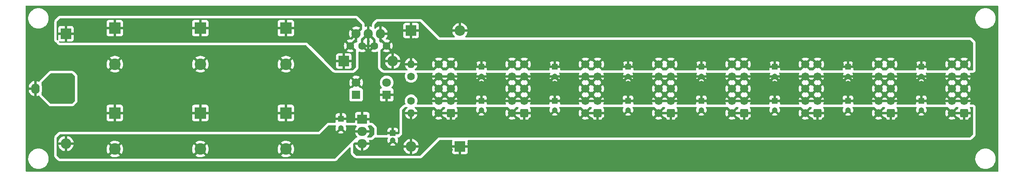
<source format=gbr>
%TF.GenerationSoftware,KiCad,Pcbnew,(6.0.5)*%
%TF.CreationDate,2022-05-21T21:36:39-04:00*%
%TF.ProjectId,supply_lvac,73757070-6c79-45f6-9c76-61632e6b6963,rev?*%
%TF.SameCoordinates,Original*%
%TF.FileFunction,Copper,L2,Bot*%
%TF.FilePolarity,Positive*%
%FSLAX46Y46*%
G04 Gerber Fmt 4.6, Leading zero omitted, Abs format (unit mm)*
G04 Created by KiCad (PCBNEW (6.0.5)) date 2022-05-21 21:36:39*
%MOMM*%
%LPD*%
G01*
G04 APERTURE LIST*
G04 Aperture macros list*
%AMRoundRect*
0 Rectangle with rounded corners*
0 $1 Rounding radius*
0 $2 $3 $4 $5 $6 $7 $8 $9 X,Y pos of 4 corners*
0 Add a 4 corners polygon primitive as box body*
4,1,4,$2,$3,$4,$5,$6,$7,$8,$9,$2,$3,0*
0 Add four circle primitives for the rounded corners*
1,1,$1+$1,$2,$3*
1,1,$1+$1,$4,$5*
1,1,$1+$1,$6,$7*
1,1,$1+$1,$8,$9*
0 Add four rect primitives between the rounded corners*
20,1,$1+$1,$2,$3,$4,$5,0*
20,1,$1+$1,$4,$5,$6,$7,0*
20,1,$1+$1,$6,$7,$8,$9,0*
20,1,$1+$1,$8,$9,$2,$3,0*%
G04 Aperture macros list end*
%TA.AperFunction,ComponentPad*%
%ADD10RoundRect,0.250000X0.600000X0.600000X-0.600000X0.600000X-0.600000X-0.600000X0.600000X-0.600000X0*%
%TD*%
%TA.AperFunction,ComponentPad*%
%ADD11C,1.700000*%
%TD*%
%TA.AperFunction,ComponentPad*%
%ADD12R,2.000000X1.905000*%
%TD*%
%TA.AperFunction,ComponentPad*%
%ADD13O,2.000000X1.905000*%
%TD*%
%TA.AperFunction,ComponentPad*%
%ADD14R,2.200000X2.200000*%
%TD*%
%TA.AperFunction,ComponentPad*%
%ADD15O,2.200000X2.200000*%
%TD*%
%TA.AperFunction,ComponentPad*%
%ADD16R,1.200000X1.200000*%
%TD*%
%TA.AperFunction,ComponentPad*%
%ADD17C,1.200000*%
%TD*%
%TA.AperFunction,ComponentPad*%
%ADD18R,2.400000X2.400000*%
%TD*%
%TA.AperFunction,ComponentPad*%
%ADD19C,2.400000*%
%TD*%
%TA.AperFunction,ComponentPad*%
%ADD20C,1.600000*%
%TD*%
%TA.AperFunction,ComponentPad*%
%ADD21R,1.800000X1.800000*%
%TD*%
%TA.AperFunction,ComponentPad*%
%ADD22C,1.800000*%
%TD*%
%TA.AperFunction,ComponentPad*%
%ADD23RoundRect,0.250000X0.620000X0.845000X-0.620000X0.845000X-0.620000X-0.845000X0.620000X-0.845000X0*%
%TD*%
%TA.AperFunction,ComponentPad*%
%ADD24O,1.740000X2.190000*%
%TD*%
%TA.AperFunction,ComponentPad*%
%ADD25C,1.905000*%
%TD*%
%TA.AperFunction,ComponentPad*%
%ADD26O,1.905000X2.000000*%
%TD*%
%TA.AperFunction,ComponentPad*%
%ADD27O,1.600000X1.600000*%
%TD*%
%TA.AperFunction,ViaPad*%
%ADD28C,0.800000*%
%TD*%
%TA.AperFunction,Conductor*%
%ADD29C,0.508000*%
%TD*%
G04 APERTURE END LIST*
D10*
%TO.P,J7,1,Pin_1*%
%TO.N,-12V*%
X213360000Y-60960000D03*
D11*
%TO.P,J7,2,Pin_2*%
X210820000Y-60960000D03*
%TO.P,J7,3,Pin_3*%
%TO.N,GND*%
X213360000Y-58420000D03*
%TO.P,J7,4,Pin_4*%
X210820000Y-58420000D03*
%TO.P,J7,5,Pin_5*%
X213360000Y-55880000D03*
%TO.P,J7,6,Pin_6*%
X210820000Y-55880000D03*
%TO.P,J7,7,Pin_7*%
X213360000Y-53340000D03*
%TO.P,J7,8,Pin_8*%
X210820000Y-53340000D03*
%TO.P,J7,9,Pin_9*%
%TO.N,+12V*%
X213360000Y-50800000D03*
%TO.P,J7,10,Pin_10*%
X210820000Y-50800000D03*
%TD*%
D12*
%TO.P,U2,1,GND*%
%TO.N,GND*%
X118745000Y-62230000D03*
D13*
%TO.P,U2,2,VI*%
%TO.N,/VREC-*%
X118745000Y-64770000D03*
%TO.P,U2,3,VO*%
%TO.N,-12V*%
X118745000Y-67310000D03*
%TD*%
D10*
%TO.P,J9,1,Pin_1*%
%TO.N,-12V*%
X243840000Y-60960000D03*
D11*
%TO.P,J9,2,Pin_2*%
X241300000Y-60960000D03*
%TO.P,J9,3,Pin_3*%
%TO.N,GND*%
X243840000Y-58420000D03*
%TO.P,J9,4,Pin_4*%
X241300000Y-58420000D03*
%TO.P,J9,5,Pin_5*%
X243840000Y-55880000D03*
%TO.P,J9,6,Pin_6*%
X241300000Y-55880000D03*
%TO.P,J9,7,Pin_7*%
X243840000Y-53340000D03*
%TO.P,J9,8,Pin_8*%
X241300000Y-53340000D03*
%TO.P,J9,9,Pin_9*%
%TO.N,+12V*%
X243840000Y-50800000D03*
%TO.P,J9,10,Pin_10*%
X241300000Y-50800000D03*
%TD*%
D14*
%TO.P,D3,1,K*%
%TO.N,/VREC+*%
X114935000Y-50165000D03*
D15*
%TO.P,D3,2,A*%
%TO.N,+12V*%
X125095000Y-50165000D03*
%TD*%
D14*
%TO.P,D1,1,K*%
%TO.N,/VREC+*%
X57150000Y-44450000D03*
D15*
%TO.P,D1,2,A*%
%TO.N,/VAC*%
X57150000Y-54610000D03*
%TD*%
D10*
%TO.P,J2,1,Pin_1*%
%TO.N,-12V*%
X137160000Y-60960000D03*
D11*
%TO.P,J2,2,Pin_2*%
X134620000Y-60960000D03*
%TO.P,J2,3,Pin_3*%
%TO.N,GND*%
X137160000Y-58420000D03*
%TO.P,J2,4,Pin_4*%
X134620000Y-58420000D03*
%TO.P,J2,5,Pin_5*%
X137160000Y-55880000D03*
%TO.P,J2,6,Pin_6*%
X134620000Y-55880000D03*
%TO.P,J2,7,Pin_7*%
X137160000Y-53340000D03*
%TO.P,J2,8,Pin_8*%
X134620000Y-53340000D03*
%TO.P,J2,9,Pin_9*%
%TO.N,+12V*%
X137160000Y-50800000D03*
%TO.P,J2,10,Pin_10*%
X134620000Y-50800000D03*
%TD*%
D16*
%TO.P,C12,1*%
%TO.N,GND*%
X143510000Y-58420000D03*
D17*
%TO.P,C12,2*%
%TO.N,-12V*%
X143510000Y-60420000D03*
%TD*%
D18*
%TO.P,C5,1*%
%TO.N,GND*%
X85090000Y-60960000D03*
D19*
%TO.P,C5,2*%
%TO.N,/VREC-*%
X85090000Y-68460000D03*
%TD*%
D20*
%TO.P,C7,1*%
%TO.N,GND*%
X118745000Y-46990000D03*
%TO.P,C7,2*%
%TO.N,/VREC+*%
X116245000Y-46990000D03*
%TD*%
D16*
%TO.P,C16,1*%
%TO.N,GND*%
X173990000Y-58420000D03*
D17*
%TO.P,C16,2*%
%TO.N,-12V*%
X173990000Y-60420000D03*
%TD*%
D16*
%TO.P,C8,1*%
%TO.N,GND*%
X114300000Y-62135000D03*
D17*
%TO.P,C8,2*%
%TO.N,/VREC-*%
X114300000Y-64135000D03*
%TD*%
D21*
%TO.P,D7,1,K*%
%TO.N,Net-(D7-Pad1)*%
X117475000Y-57155000D03*
D22*
%TO.P,D7,2,A*%
%TO.N,GND*%
X117475000Y-54615000D03*
%TD*%
D10*
%TO.P,J4,1,Pin_1*%
%TO.N,-12V*%
X167640000Y-60960000D03*
D11*
%TO.P,J4,2,Pin_2*%
X165100000Y-60960000D03*
%TO.P,J4,3,Pin_3*%
%TO.N,GND*%
X167640000Y-58420000D03*
%TO.P,J4,4,Pin_4*%
X165100000Y-58420000D03*
%TO.P,J4,5,Pin_5*%
X167640000Y-55880000D03*
%TO.P,J4,6,Pin_6*%
X165100000Y-55880000D03*
%TO.P,J4,7,Pin_7*%
X167640000Y-53340000D03*
%TO.P,J4,8,Pin_8*%
X165100000Y-53340000D03*
%TO.P,J4,9,Pin_9*%
%TO.N,+12V*%
X167640000Y-50800000D03*
%TO.P,J4,10,Pin_10*%
X165100000Y-50800000D03*
%TD*%
D18*
%TO.P,C6,1*%
%TO.N,GND*%
X102870000Y-60960000D03*
D19*
%TO.P,C6,2*%
%TO.N,/VREC-*%
X102870000Y-68460000D03*
%TD*%
D14*
%TO.P,D4,1,K*%
%TO.N,+12V*%
X128905000Y-43815000D03*
D15*
%TO.P,D4,2,A*%
%TO.N,GND*%
X139065000Y-43815000D03*
%TD*%
D16*
%TO.P,C13,1*%
%TO.N,+12V*%
X158750000Y-51340000D03*
D17*
%TO.P,C13,2*%
%TO.N,GND*%
X158750000Y-53340000D03*
%TD*%
D16*
%TO.P,C23,1*%
%TO.N,+12V*%
X234950000Y-51340000D03*
D17*
%TO.P,C23,2*%
%TO.N,GND*%
X234950000Y-53340000D03*
%TD*%
D21*
%TO.P,D6,1,K*%
%TO.N,GND*%
X123825000Y-57150000D03*
D22*
%TO.P,D6,2,A*%
%TO.N,Net-(D6-Pad2)*%
X123825000Y-54610000D03*
%TD*%
D16*
%TO.P,C11,1*%
%TO.N,+12V*%
X143510000Y-51340000D03*
D17*
%TO.P,C11,2*%
%TO.N,GND*%
X143510000Y-53340000D03*
%TD*%
D16*
%TO.P,C22,1*%
%TO.N,GND*%
X219710000Y-58420000D03*
D17*
%TO.P,C22,2*%
%TO.N,-12V*%
X219710000Y-60420000D03*
%TD*%
D10*
%TO.P,J5,1,Pin_1*%
%TO.N,-12V*%
X182880000Y-60960000D03*
D11*
%TO.P,J5,2,Pin_2*%
X180340000Y-60960000D03*
%TO.P,J5,3,Pin_3*%
%TO.N,GND*%
X182880000Y-58420000D03*
%TO.P,J5,4,Pin_4*%
X180340000Y-58420000D03*
%TO.P,J5,5,Pin_5*%
X182880000Y-55880000D03*
%TO.P,J5,6,Pin_6*%
X180340000Y-55880000D03*
%TO.P,J5,7,Pin_7*%
X182880000Y-53340000D03*
%TO.P,J5,8,Pin_8*%
X180340000Y-53340000D03*
%TO.P,J5,9,Pin_9*%
%TO.N,+12V*%
X182880000Y-50800000D03*
%TO.P,J5,10,Pin_10*%
X180340000Y-50800000D03*
%TD*%
D16*
%TO.P,C10,1*%
%TO.N,GND*%
X125095000Y-65175000D03*
D17*
%TO.P,C10,2*%
%TO.N,-12V*%
X125095000Y-66675000D03*
%TD*%
D14*
%TO.P,D5,1,K*%
%TO.N,GND*%
X139065000Y-67945000D03*
D15*
%TO.P,D5,2,A*%
%TO.N,-12V*%
X128905000Y-67945000D03*
%TD*%
D20*
%TO.P,C9,1*%
%TO.N,+12V*%
X123785000Y-46990000D03*
%TO.P,C9,2*%
%TO.N,GND*%
X121285000Y-46990000D03*
%TD*%
D23*
%TO.P,J1,1*%
%TO.N,/VAC*%
X53340000Y-55880000D03*
D24*
%TO.P,J1,2*%
%TO.N,GND*%
X50800000Y-55880000D03*
%TD*%
D14*
%TO.P,D2,1,K*%
%TO.N,/VAC*%
X57150000Y-57150000D03*
D15*
%TO.P,D2,2,A*%
%TO.N,/VREC-*%
X57150000Y-67310000D03*
%TD*%
D16*
%TO.P,C18,1*%
%TO.N,GND*%
X189230000Y-58420000D03*
D17*
%TO.P,C18,2*%
%TO.N,-12V*%
X189230000Y-60420000D03*
%TD*%
D10*
%TO.P,J8,1,Pin_1*%
%TO.N,-12V*%
X228600000Y-60960000D03*
D11*
%TO.P,J8,2,Pin_2*%
X226060000Y-60960000D03*
%TO.P,J8,3,Pin_3*%
%TO.N,GND*%
X228600000Y-58420000D03*
%TO.P,J8,4,Pin_4*%
X226060000Y-58420000D03*
%TO.P,J8,5,Pin_5*%
X228600000Y-55880000D03*
%TO.P,J8,6,Pin_6*%
X226060000Y-55880000D03*
%TO.P,J8,7,Pin_7*%
X228600000Y-53340000D03*
%TO.P,J8,8,Pin_8*%
X226060000Y-53340000D03*
%TO.P,J8,9,Pin_9*%
%TO.N,+12V*%
X228600000Y-50800000D03*
%TO.P,J8,10,Pin_10*%
X226060000Y-50800000D03*
%TD*%
D16*
%TO.P,C17,1*%
%TO.N,+12V*%
X189230000Y-51340000D03*
D17*
%TO.P,C17,2*%
%TO.N,GND*%
X189230000Y-53340000D03*
%TD*%
D25*
%TO.P,U1,1,IN*%
%TO.N,/VREC+*%
X117475000Y-44450000D03*
D26*
%TO.P,U1,2,GND*%
%TO.N,GND*%
X120015000Y-44450000D03*
%TO.P,U1,3,OUT*%
%TO.N,+12V*%
X122555000Y-44450000D03*
%TD*%
D16*
%TO.P,C24,1*%
%TO.N,GND*%
X234950000Y-58420000D03*
D17*
%TO.P,C24,2*%
%TO.N,-12V*%
X234950000Y-60420000D03*
%TD*%
D18*
%TO.P,C4,1*%
%TO.N,GND*%
X67310000Y-60960000D03*
D19*
%TO.P,C4,2*%
%TO.N,/VREC-*%
X67310000Y-68460000D03*
%TD*%
D20*
%TO.P,R2,1*%
%TO.N,Net-(D7-Pad1)*%
X128905000Y-58420000D03*
D27*
%TO.P,R2,2*%
%TO.N,-12V*%
X128905000Y-60960000D03*
%TD*%
D18*
%TO.P,C1,1*%
%TO.N,/VREC+*%
X67310000Y-43300000D03*
D19*
%TO.P,C1,2*%
%TO.N,GND*%
X67310000Y-50800000D03*
%TD*%
D16*
%TO.P,C14,1*%
%TO.N,GND*%
X158750000Y-58420000D03*
D17*
%TO.P,C14,2*%
%TO.N,-12V*%
X158750000Y-60420000D03*
%TD*%
D16*
%TO.P,C21,1*%
%TO.N,+12V*%
X219710000Y-51340000D03*
D17*
%TO.P,C21,2*%
%TO.N,GND*%
X219710000Y-53340000D03*
%TD*%
D10*
%TO.P,J6,1,Pin_1*%
%TO.N,-12V*%
X198120000Y-60960000D03*
D11*
%TO.P,J6,2,Pin_2*%
X195580000Y-60960000D03*
%TO.P,J6,3,Pin_3*%
%TO.N,GND*%
X198120000Y-58420000D03*
%TO.P,J6,4,Pin_4*%
X195580000Y-58420000D03*
%TO.P,J6,5,Pin_5*%
X198120000Y-55880000D03*
%TO.P,J6,6,Pin_6*%
X195580000Y-55880000D03*
%TO.P,J6,7,Pin_7*%
X198120000Y-53340000D03*
%TO.P,J6,8,Pin_8*%
X195580000Y-53340000D03*
%TO.P,J6,9,Pin_9*%
%TO.N,+12V*%
X198120000Y-50800000D03*
%TO.P,J6,10,Pin_10*%
X195580000Y-50800000D03*
%TD*%
D16*
%TO.P,C19,1*%
%TO.N,+12V*%
X204470000Y-51340000D03*
D17*
%TO.P,C19,2*%
%TO.N,GND*%
X204470000Y-53340000D03*
%TD*%
D10*
%TO.P,J3,1,Pin_1*%
%TO.N,-12V*%
X152400000Y-60960000D03*
D11*
%TO.P,J3,2,Pin_2*%
X149860000Y-60960000D03*
%TO.P,J3,3,Pin_3*%
%TO.N,GND*%
X152400000Y-58420000D03*
%TO.P,J3,4,Pin_4*%
X149860000Y-58420000D03*
%TO.P,J3,5,Pin_5*%
X152400000Y-55880000D03*
%TO.P,J3,6,Pin_6*%
X149860000Y-55880000D03*
%TO.P,J3,7,Pin_7*%
X152400000Y-53340000D03*
%TO.P,J3,8,Pin_8*%
X149860000Y-53340000D03*
%TO.P,J3,9,Pin_9*%
%TO.N,+12V*%
X152400000Y-50800000D03*
%TO.P,J3,10,Pin_10*%
X149860000Y-50800000D03*
%TD*%
D18*
%TO.P,C2,1*%
%TO.N,/VREC+*%
X85090000Y-43300000D03*
D19*
%TO.P,C2,2*%
%TO.N,GND*%
X85090000Y-50800000D03*
%TD*%
D18*
%TO.P,C3,1*%
%TO.N,/VREC+*%
X102870000Y-43300000D03*
D19*
%TO.P,C3,2*%
%TO.N,GND*%
X102870000Y-50800000D03*
%TD*%
D16*
%TO.P,C20,1*%
%TO.N,GND*%
X204470000Y-58420000D03*
D17*
%TO.P,C20,2*%
%TO.N,-12V*%
X204470000Y-60420000D03*
%TD*%
D16*
%TO.P,C15,1*%
%TO.N,+12V*%
X173990000Y-51340000D03*
D17*
%TO.P,C15,2*%
%TO.N,GND*%
X173990000Y-53340000D03*
%TD*%
D20*
%TO.P,R1,1*%
%TO.N,Net-(D6-Pad2)*%
X128905000Y-53340000D03*
D27*
%TO.P,R1,2*%
%TO.N,+12V*%
X128905000Y-50800000D03*
%TD*%
D28*
%TO.N,/VREC-*%
X59690000Y-69850000D03*
%TO.N,-12V*%
X125095000Y-69215000D03*
X126365000Y-67945000D03*
X122555000Y-69215000D03*
X123825000Y-67945000D03*
X122555000Y-66675000D03*
X131445000Y-67945000D03*
X127000000Y-69215000D03*
X130810000Y-69215000D03*
X130810000Y-60325000D03*
X127635000Y-62230000D03*
X129540000Y-63500000D03*
X128270000Y-64770000D03*
X129540000Y-66040000D03*
X132080000Y-66040000D03*
X130810000Y-64770000D03*
X130810000Y-62230000D03*
X132080000Y-60960000D03*
X132080000Y-63500000D03*
X133350000Y-64770000D03*
X133350000Y-62230000D03*
X134620000Y-63500000D03*
X135890000Y-64770000D03*
X135890000Y-62230000D03*
X137160000Y-63500000D03*
X138430000Y-62230000D03*
X138430000Y-64770000D03*
X139700000Y-63500000D03*
X139700000Y-60960000D03*
X140970000Y-62230000D03*
X140970000Y-64770000D03*
X142240000Y-63500000D03*
X142240000Y-60960000D03*
X143510000Y-64770000D03*
X144780000Y-63500000D03*
X144780000Y-60960000D03*
X146050000Y-62230000D03*
X146050000Y-64770000D03*
X147320000Y-60960000D03*
X147320000Y-63500000D03*
X148590000Y-64770000D03*
X148590000Y-62230000D03*
X149860000Y-63500000D03*
X151130000Y-64770000D03*
X151130000Y-62230000D03*
X152400000Y-63500000D03*
X153670000Y-64770000D03*
X153670000Y-62230000D03*
X154940000Y-63500000D03*
X154940000Y-60960000D03*
X156210000Y-62230000D03*
X156210000Y-64770000D03*
X157480000Y-63500000D03*
X157480000Y-60960000D03*
X158750000Y-64770000D03*
X161290000Y-64770000D03*
X160020000Y-63500000D03*
X160020000Y-60960000D03*
X161290000Y-62230000D03*
X163830000Y-64770000D03*
X162560000Y-63500000D03*
X162560000Y-60960000D03*
X163830000Y-62230000D03*
X165100000Y-63500000D03*
X166370000Y-64770000D03*
X166370000Y-62230000D03*
X167640000Y-63500000D03*
X168910000Y-62230000D03*
X168910000Y-64770000D03*
X171450000Y-64770000D03*
X170180000Y-63500000D03*
X170180000Y-60960000D03*
X171450000Y-62230000D03*
X172720000Y-60960000D03*
X172720000Y-63500000D03*
X173990000Y-64770000D03*
X175260000Y-60960000D03*
X175260000Y-63500000D03*
X176530000Y-64770000D03*
X176530000Y-62230000D03*
X177800000Y-60960000D03*
X177800000Y-63500000D03*
X179070000Y-64770000D03*
X179070000Y-62230000D03*
X180340000Y-63500000D03*
X181610000Y-62230000D03*
X181610000Y-64770000D03*
X182880000Y-63500000D03*
X184150000Y-62230000D03*
X184150000Y-64770000D03*
X185420000Y-63500000D03*
X185420000Y-60960000D03*
X186690000Y-62230000D03*
X186690000Y-64770000D03*
X187960000Y-63500000D03*
X187960000Y-60960000D03*
X189230000Y-64770000D03*
X190500000Y-63500000D03*
X190500000Y-60960000D03*
X191770000Y-62230000D03*
X191770000Y-64770000D03*
X193040000Y-63500000D03*
X229870000Y-62230000D03*
X214630000Y-62230000D03*
X199390000Y-62230000D03*
X193040000Y-60960000D03*
X194310000Y-62230000D03*
X194310000Y-64770000D03*
X195580000Y-63500000D03*
X196850000Y-64770000D03*
X196850000Y-62230000D03*
X198120000Y-63500000D03*
X199390000Y-64770000D03*
X200660000Y-63500000D03*
X200660000Y-60960000D03*
X201930000Y-62230000D03*
X201930000Y-64770000D03*
X203200000Y-63500000D03*
X203200000Y-60960000D03*
X204470000Y-64770000D03*
X205740000Y-60960000D03*
X205740000Y-63500000D03*
X207010000Y-64770000D03*
X207010000Y-62230000D03*
X208280000Y-63500000D03*
X208280000Y-60960000D03*
X209550000Y-62230000D03*
X209550000Y-64770000D03*
X210820000Y-63500000D03*
X212090000Y-64770000D03*
X213360000Y-63500000D03*
X212090000Y-62230000D03*
X214630000Y-64770000D03*
X215900000Y-63500000D03*
X215900000Y-60960000D03*
X217170000Y-64770000D03*
X217170000Y-62230000D03*
X218440000Y-60960000D03*
X218440000Y-63500000D03*
X219710000Y-64770000D03*
X220980000Y-63500000D03*
X220980000Y-60960000D03*
X222250000Y-62230000D03*
X222250000Y-64770000D03*
X223520000Y-60960000D03*
X223520000Y-63500000D03*
X224790000Y-62230000D03*
X224790000Y-64770000D03*
X227330000Y-62230000D03*
X226060000Y-63500000D03*
X227330000Y-64770000D03*
X228600000Y-63500000D03*
X229870000Y-64770000D03*
X231140000Y-60960000D03*
X231140000Y-63500000D03*
X232410000Y-64770000D03*
X232410000Y-62230000D03*
X233680000Y-60960000D03*
X233680000Y-63500000D03*
X234950000Y-64770000D03*
X236220000Y-63500000D03*
X236220000Y-60960000D03*
X238760000Y-60960000D03*
X237490000Y-62230000D03*
X237490000Y-64770000D03*
X238760000Y-63500000D03*
X240030000Y-64770000D03*
X240030000Y-62230000D03*
X245110000Y-62230000D03*
X245110000Y-64770000D03*
X242570000Y-64770000D03*
X243840000Y-63500000D03*
X241300000Y-63500000D03*
X242570000Y-62230000D03*
%TO.N,+12V*%
X123190000Y-51435000D03*
X131445000Y-43815000D03*
X126365000Y-43180000D03*
X125730000Y-44450000D03*
X125730000Y-46990000D03*
X127000000Y-48895000D03*
X129540000Y-45720000D03*
X129540000Y-48260000D03*
X132080000Y-50800000D03*
X130810000Y-49530000D03*
X130810000Y-46990000D03*
X132080000Y-45720000D03*
X132080000Y-48260000D03*
X133350000Y-46990000D03*
X133350000Y-49530000D03*
X134620000Y-48260000D03*
X135890000Y-46990000D03*
X135890000Y-49530000D03*
X137160000Y-48260000D03*
X138430000Y-49530000D03*
X138430000Y-46990000D03*
X139700000Y-48260000D03*
X139700000Y-50800000D03*
X140970000Y-49530000D03*
X140970000Y-46990000D03*
X142240000Y-48260000D03*
X142240000Y-50800000D03*
X143510000Y-46990000D03*
X144780000Y-48260000D03*
X144780000Y-50800000D03*
X146050000Y-49530000D03*
X146050000Y-46990000D03*
X147320000Y-48260000D03*
X147320000Y-50800000D03*
X148590000Y-46990000D03*
X148590000Y-49530000D03*
X149860000Y-48260000D03*
X151130000Y-46990000D03*
X151130000Y-49530000D03*
X152400000Y-48260000D03*
X153670000Y-49530000D03*
X153670000Y-46990000D03*
X154940000Y-48260000D03*
X154940000Y-50800000D03*
X156210000Y-49530000D03*
X156210000Y-46990000D03*
X157480000Y-48260000D03*
X157480000Y-50800000D03*
X158750000Y-46990000D03*
X160020000Y-48260000D03*
X160020000Y-50800000D03*
X161290000Y-49530000D03*
X161290000Y-46990000D03*
X162560000Y-48260000D03*
X162560000Y-50800000D03*
X163830000Y-49530000D03*
X163830000Y-46990000D03*
X165100000Y-48260000D03*
X166370000Y-46990000D03*
X166370000Y-49530000D03*
X167640000Y-48260000D03*
X168910000Y-49530000D03*
X168910000Y-46990000D03*
X170180000Y-50800000D03*
X170180000Y-48260000D03*
X171450000Y-46990000D03*
X171450000Y-49530000D03*
X172720000Y-50800000D03*
X172720000Y-48260000D03*
X173990000Y-46990000D03*
X175260000Y-48260000D03*
X175260000Y-50800000D03*
X177800000Y-50800000D03*
X176530000Y-49530000D03*
X176530000Y-46990000D03*
X177800000Y-48260000D03*
X179070000Y-46990000D03*
X180340000Y-48260000D03*
X179070000Y-49530000D03*
X181610000Y-46990000D03*
X182880000Y-48260000D03*
X181610000Y-49530000D03*
X184150000Y-46990000D03*
X184150000Y-49530000D03*
X185420000Y-48260000D03*
X185420000Y-50800000D03*
X186690000Y-46990000D03*
X186690000Y-49530000D03*
X187960000Y-50800000D03*
X187960000Y-48260000D03*
X189230000Y-46990000D03*
X190500000Y-50800000D03*
X190500000Y-48260000D03*
X191770000Y-46990000D03*
X191770000Y-49530000D03*
X193040000Y-48260000D03*
X193040000Y-50800000D03*
X194310000Y-49530000D03*
X194310000Y-46990000D03*
X195580000Y-48260000D03*
X198120000Y-48260000D03*
X196850000Y-46990000D03*
X196850000Y-49530000D03*
X199390000Y-46990000D03*
X199390000Y-49530000D03*
X200660000Y-50800000D03*
X200660000Y-48260000D03*
X201930000Y-46990000D03*
X201930000Y-49530000D03*
X203200000Y-48260000D03*
X203200000Y-50800000D03*
X204470000Y-46990000D03*
X205740000Y-48260000D03*
X205740000Y-50800000D03*
X207010000Y-46990000D03*
X207010000Y-49530000D03*
X208280000Y-50800000D03*
X208280000Y-48260000D03*
X209550000Y-46990000D03*
X210820000Y-48260000D03*
X209550000Y-49530000D03*
X212090000Y-46990000D03*
X213360000Y-48260000D03*
X212090000Y-49530000D03*
X214630000Y-49530000D03*
X214630000Y-46990000D03*
X215900000Y-48260000D03*
X215900000Y-50800000D03*
X217170000Y-49530000D03*
X217170000Y-46990000D03*
X218440000Y-48260000D03*
X218440000Y-50800000D03*
X219710000Y-46990000D03*
X220980000Y-50800000D03*
X220980000Y-48260000D03*
X222250000Y-49530000D03*
X222250000Y-46990000D03*
X223520000Y-48260000D03*
X223520000Y-50800000D03*
X224790000Y-49530000D03*
X224790000Y-46990000D03*
X226060000Y-48260000D03*
X228600000Y-48260000D03*
X227330000Y-46990000D03*
X227330000Y-49530000D03*
X229870000Y-46990000D03*
X229870000Y-49530000D03*
X231140000Y-50800000D03*
X231140000Y-48260000D03*
X232410000Y-46990000D03*
X232410000Y-49530000D03*
X233680000Y-50800000D03*
X233680000Y-48260000D03*
X234950000Y-46990000D03*
X236220000Y-50800000D03*
X236220000Y-48260000D03*
X237490000Y-49530000D03*
X237490000Y-46990000D03*
X238760000Y-50800000D03*
X238760000Y-48260000D03*
X245110000Y-49530000D03*
X240030000Y-49530000D03*
X245110000Y-46990000D03*
X240030000Y-46990000D03*
X241300000Y-48260000D03*
X242570000Y-46990000D03*
X243840000Y-48260000D03*
X242570000Y-49530000D03*
%TO.N,/VREC+*%
X59690000Y-45720000D03*
X77470000Y-44450000D03*
X113030000Y-41910000D03*
X66040000Y-45720000D03*
X112395000Y-50800000D03*
X59690000Y-43180000D03*
X86360000Y-45720000D03*
X55880000Y-41910000D03*
X60960000Y-45720000D03*
X64770000Y-44450000D03*
X91440000Y-45720000D03*
X81280000Y-43180000D03*
X59690000Y-41910000D03*
X74930000Y-44450000D03*
X104140000Y-45720000D03*
X99060000Y-43180000D03*
X97790000Y-44450000D03*
X111760000Y-45720000D03*
X63500000Y-43180000D03*
X93980000Y-45720000D03*
X100330000Y-41910000D03*
X95250000Y-41910000D03*
X73660000Y-43180000D03*
X95250000Y-44450000D03*
X82550000Y-44450000D03*
X106680000Y-45720000D03*
X109220000Y-43180000D03*
X91440000Y-43180000D03*
X71120000Y-45720000D03*
X111760000Y-43180000D03*
X88900000Y-45720000D03*
X116840000Y-42545000D03*
X116840000Y-48895000D03*
X71120000Y-43180000D03*
X105410000Y-41910000D03*
X83820000Y-45720000D03*
X110490000Y-46990000D03*
X82550000Y-41910000D03*
X72390000Y-41910000D03*
X63500000Y-45720000D03*
X114300000Y-43180000D03*
X77470000Y-41910000D03*
X109220000Y-45720000D03*
X115570000Y-41910000D03*
X78740000Y-45720000D03*
X87630000Y-41910000D03*
X80010000Y-41910000D03*
X74930000Y-41910000D03*
X93980000Y-43180000D03*
X113030000Y-44450000D03*
X76200000Y-43180000D03*
X97790000Y-41910000D03*
X110490000Y-44450000D03*
X111760000Y-48260000D03*
X90170000Y-41910000D03*
X92710000Y-41910000D03*
X96520000Y-45720000D03*
X96520000Y-43180000D03*
X72390000Y-44450000D03*
X69850000Y-41910000D03*
X116840000Y-50800000D03*
X68580000Y-45720000D03*
X107950000Y-41910000D03*
X62230000Y-44450000D03*
X92710000Y-44450000D03*
X87630000Y-44450000D03*
X81280000Y-45720000D03*
X100330000Y-44450000D03*
X57150000Y-41910000D03*
X73660000Y-45720000D03*
X64770000Y-41910000D03*
X110490000Y-41910000D03*
X69850000Y-44450000D03*
X76200000Y-45720000D03*
X107950000Y-44450000D03*
X99060000Y-45720000D03*
X118110000Y-42545000D03*
X59690000Y-44450000D03*
X106680000Y-43180000D03*
X80010000Y-44450000D03*
X62230000Y-41910000D03*
X115570000Y-43180000D03*
X101600000Y-45720000D03*
X115570000Y-45085000D03*
X78740000Y-43180000D03*
X58420000Y-41910000D03*
X105410000Y-44450000D03*
X60960000Y-43180000D03*
X90170000Y-44450000D03*
X88900000Y-43180000D03*
%TO.N,GND*%
X193040000Y-43180000D03*
X101600000Y-48260000D03*
X87630000Y-54610000D03*
X241300000Y-68580000D03*
X69850000Y-39370000D03*
X237490000Y-39370000D03*
X118110000Y-39370000D03*
X157480000Y-53340000D03*
X87630000Y-59690000D03*
X227330000Y-39370000D03*
X76200000Y-58420000D03*
X52070000Y-59690000D03*
X64770000Y-57150000D03*
X175260000Y-58420000D03*
X78740000Y-50800000D03*
X162560000Y-55880000D03*
X194310000Y-69850000D03*
X194310000Y-57150000D03*
X143510000Y-69850000D03*
X224790000Y-39370000D03*
X107950000Y-59690000D03*
X68580000Y-58420000D03*
X123190000Y-62230000D03*
X143510000Y-41910000D03*
X238760000Y-58420000D03*
X144780000Y-58420000D03*
X195580000Y-43180000D03*
X123190000Y-64770000D03*
X111760000Y-60960000D03*
X139700000Y-58420000D03*
X147320000Y-40640000D03*
X50800000Y-60960000D03*
X64770000Y-62230000D03*
X215900000Y-43180000D03*
X82550000Y-57150000D03*
X160020000Y-40640000D03*
X125730000Y-72390000D03*
X55880000Y-60960000D03*
X62230000Y-57150000D03*
X242570000Y-39370000D03*
X179070000Y-44450000D03*
X200660000Y-40640000D03*
X226060000Y-68580000D03*
X73660000Y-71755000D03*
X160020000Y-71120000D03*
X180340000Y-43180000D03*
X208280000Y-43180000D03*
X209550000Y-72390000D03*
X111760000Y-55880000D03*
X119380000Y-41275000D03*
X186690000Y-54610000D03*
X167640000Y-40640000D03*
X74930000Y-57150000D03*
X59690000Y-52070000D03*
X49530000Y-46990000D03*
X201930000Y-54610000D03*
X58420000Y-63500000D03*
X132080000Y-71120000D03*
X69850000Y-59690000D03*
X97790000Y-54610000D03*
X87630000Y-49530000D03*
X147320000Y-43180000D03*
X170180000Y-71120000D03*
X191770000Y-54610000D03*
X86360000Y-55880000D03*
X125730000Y-55880000D03*
X181610000Y-72390000D03*
X228600000Y-68580000D03*
X153670000Y-67310000D03*
X100330000Y-49530000D03*
X54610000Y-49530000D03*
X133350000Y-41910000D03*
X88900000Y-63500000D03*
X140970000Y-67310000D03*
X50800000Y-53340000D03*
X146050000Y-57150000D03*
X200660000Y-71120000D03*
X140970000Y-69850000D03*
X227330000Y-44450000D03*
X142240000Y-43180000D03*
X54610000Y-46990000D03*
X175260000Y-55880000D03*
X204470000Y-39370000D03*
X100330000Y-52070000D03*
X222250000Y-39370000D03*
X222250000Y-57150000D03*
X240030000Y-41910000D03*
X149860000Y-71120000D03*
X125730000Y-39370000D03*
X142240000Y-58420000D03*
X88900000Y-58420000D03*
X208280000Y-55880000D03*
X240030000Y-54610000D03*
X132080000Y-40640000D03*
X212090000Y-72390000D03*
X194310000Y-72390000D03*
X139700000Y-71120000D03*
X180340000Y-40640000D03*
X247650000Y-52070000D03*
X157480000Y-58420000D03*
X219710000Y-69850000D03*
X76200000Y-50800000D03*
X177800000Y-58420000D03*
X234950000Y-57150000D03*
X238760000Y-53340000D03*
X187960000Y-55880000D03*
X74930000Y-49530000D03*
X190500000Y-53340000D03*
X232410000Y-54610000D03*
X120650000Y-41275000D03*
X204470000Y-69850000D03*
X181610000Y-57150000D03*
X130810000Y-54610000D03*
X176530000Y-67310000D03*
X95250000Y-57150000D03*
X161290000Y-57150000D03*
X80010000Y-59690000D03*
X215900000Y-58420000D03*
X214630000Y-54610000D03*
X243840000Y-40640000D03*
X140970000Y-39370000D03*
X212090000Y-57150000D03*
X133350000Y-57150000D03*
X242570000Y-67310000D03*
X184150000Y-67310000D03*
X135890000Y-41910000D03*
X96520000Y-48260000D03*
X201930000Y-69850000D03*
X223520000Y-55880000D03*
X60960000Y-60960000D03*
X52070000Y-49530000D03*
X229870000Y-69850000D03*
X120650000Y-57150000D03*
X161290000Y-54610000D03*
X106680000Y-58420000D03*
X207010000Y-67310000D03*
X180340000Y-68580000D03*
X243840000Y-71120000D03*
X208280000Y-68580000D03*
X161290000Y-41910000D03*
X163830000Y-41910000D03*
X222250000Y-72390000D03*
X196850000Y-41910000D03*
X66040000Y-58420000D03*
X95250000Y-59690000D03*
X71120000Y-58420000D03*
X193040000Y-68580000D03*
X172720000Y-43180000D03*
X128270000Y-39370000D03*
X250190000Y-54610000D03*
X176530000Y-69850000D03*
X83820000Y-48260000D03*
X215900000Y-40640000D03*
X111760000Y-58420000D03*
X220980000Y-55880000D03*
X172720000Y-53340000D03*
X110490000Y-52070000D03*
X217170000Y-54610000D03*
X132080000Y-58420000D03*
X226060000Y-71120000D03*
X194310000Y-44450000D03*
X168910000Y-41910000D03*
X232410000Y-57150000D03*
X99060000Y-71755000D03*
X171450000Y-67310000D03*
X243840000Y-68580000D03*
X220980000Y-53340000D03*
X81280000Y-58420000D03*
X194310000Y-41910000D03*
X111760000Y-72390000D03*
X151130000Y-54610000D03*
X194310000Y-39370000D03*
X107950000Y-54610000D03*
X231140000Y-68580000D03*
X105410000Y-52070000D03*
X113030000Y-40005000D03*
X52070000Y-62230000D03*
X217170000Y-67310000D03*
X245110000Y-67310000D03*
X82550000Y-62230000D03*
X119380000Y-71120000D03*
X229870000Y-41910000D03*
X135890000Y-44450000D03*
X207010000Y-41910000D03*
X219710000Y-72390000D03*
X73660000Y-58420000D03*
X217170000Y-69850000D03*
X134620000Y-71120000D03*
X116840000Y-71120000D03*
X57150000Y-40005000D03*
X231140000Y-71120000D03*
X208280000Y-71120000D03*
X168910000Y-39370000D03*
X120650000Y-54610000D03*
X152400000Y-71120000D03*
X95250000Y-54610000D03*
X80248727Y-54501855D03*
X232410000Y-69850000D03*
X53340000Y-45720000D03*
X60960000Y-55880000D03*
X88900000Y-60960000D03*
X189230000Y-41910000D03*
X143510000Y-57150000D03*
X190500000Y-71120000D03*
X93980000Y-71755000D03*
X233680000Y-40640000D03*
X62230000Y-52070000D03*
X106680000Y-50800000D03*
X80010000Y-62230000D03*
X176530000Y-54610000D03*
X177800000Y-53340000D03*
X236220000Y-68580000D03*
X90170000Y-54610000D03*
X232410000Y-41910000D03*
X191770000Y-72390000D03*
X187960000Y-71120000D03*
X245110000Y-54610000D03*
X86360000Y-48260000D03*
X73660000Y-50800000D03*
X246380000Y-53340000D03*
X71120000Y-60960000D03*
X83820000Y-53340000D03*
X71120000Y-48260000D03*
X124460000Y-63500000D03*
X119380000Y-55880000D03*
X72390000Y-57150000D03*
X157480000Y-71120000D03*
X99060000Y-50800000D03*
X176530000Y-57150000D03*
X138430000Y-39370000D03*
X81280000Y-63500000D03*
X105410000Y-62230000D03*
X193040000Y-55880000D03*
X106680000Y-55880000D03*
X170180000Y-43180000D03*
X107950000Y-49530000D03*
X80010000Y-39370000D03*
X97790000Y-49530000D03*
X246380000Y-58420000D03*
X173990000Y-44450000D03*
X247650000Y-46990000D03*
X163830000Y-54610000D03*
X217170000Y-41910000D03*
X143510000Y-39370000D03*
X189230000Y-67310000D03*
X247650000Y-62230000D03*
X196850000Y-39370000D03*
X158750000Y-41910000D03*
X152400000Y-40640000D03*
X190500000Y-58420000D03*
X101600000Y-58420000D03*
X95250000Y-39370000D03*
X231140000Y-53340000D03*
X60960000Y-58420000D03*
X53340000Y-48260000D03*
X104140000Y-48260000D03*
X160020000Y-55880000D03*
X83820000Y-55880000D03*
X163830000Y-72390000D03*
X71120000Y-55880000D03*
X102870000Y-57150000D03*
X105410000Y-59690000D03*
X146050000Y-69850000D03*
X142240000Y-55880000D03*
X168910000Y-67310000D03*
X218440000Y-43180000D03*
X68580000Y-63500000D03*
X173990000Y-54610000D03*
X139700000Y-40640000D03*
X240030000Y-39370000D03*
X105410000Y-49530000D03*
X250190000Y-62230000D03*
X186690000Y-57150000D03*
X55880000Y-48260000D03*
X127000000Y-71120000D03*
X53975000Y-67945000D03*
X190500000Y-55880000D03*
X213360000Y-68580000D03*
X99060000Y-55880000D03*
X146050000Y-39370000D03*
X176530000Y-41910000D03*
X64770000Y-49530000D03*
X104140000Y-53340000D03*
X222250000Y-54610000D03*
X203200000Y-55880000D03*
X156210000Y-67310000D03*
X115570000Y-72390000D03*
X93980000Y-50800000D03*
X205740000Y-68580000D03*
X63500000Y-58420000D03*
X250190000Y-59690000D03*
X129540000Y-40640000D03*
X181610000Y-44450000D03*
X82550000Y-49530000D03*
X107950000Y-40005000D03*
X248920000Y-66040000D03*
X198120000Y-43180000D03*
X101600000Y-63500000D03*
X63500000Y-60960000D03*
X66040000Y-53340000D03*
X200660000Y-43180000D03*
X66040000Y-55880000D03*
X247650000Y-64770000D03*
X224790000Y-54610000D03*
X240030000Y-72390000D03*
X179070000Y-72390000D03*
X184150000Y-41910000D03*
X71120000Y-72390000D03*
X242570000Y-41910000D03*
X198120000Y-40640000D03*
X173990000Y-57150000D03*
X223520000Y-68580000D03*
X191770000Y-69850000D03*
X187960000Y-68580000D03*
X92710000Y-49530000D03*
X234950000Y-67310000D03*
X92710000Y-52070000D03*
X231140000Y-40640000D03*
X203200000Y-40640000D03*
X101600000Y-53340000D03*
X50800000Y-63500000D03*
X234950000Y-72390000D03*
X80010000Y-57150000D03*
X217170000Y-57150000D03*
X242570000Y-72390000D03*
X104140000Y-58420000D03*
X226060000Y-40640000D03*
X191770000Y-41910000D03*
X214630000Y-44450000D03*
X236220000Y-71120000D03*
X149860000Y-68580000D03*
X224790000Y-72390000D03*
X238760000Y-40640000D03*
X67310000Y-57150000D03*
X137160000Y-40640000D03*
X100330000Y-59690000D03*
X96520000Y-58420000D03*
X227330000Y-72390000D03*
X86360000Y-72390000D03*
X62230000Y-49530000D03*
X109220000Y-71755000D03*
X184150000Y-57150000D03*
X157480000Y-68580000D03*
X209550000Y-69850000D03*
X232410000Y-67310000D03*
X143510000Y-54610000D03*
X92710000Y-57150000D03*
X100330000Y-54610000D03*
X88900000Y-48260000D03*
X182880000Y-43180000D03*
X73660000Y-63500000D03*
X134620000Y-68580000D03*
X83820000Y-58420000D03*
X120650000Y-60960000D03*
X114300000Y-71120000D03*
X127000000Y-53340000D03*
X59690000Y-62230000D03*
X71120000Y-53340000D03*
X92710000Y-40005000D03*
X237490000Y-44450000D03*
X199390000Y-72390000D03*
X137160000Y-68580000D03*
X146050000Y-72390000D03*
X237490000Y-72390000D03*
X179070000Y-54610000D03*
X217170000Y-72390000D03*
X60960000Y-50800000D03*
X199390000Y-67310000D03*
X199390000Y-44450000D03*
X93980000Y-58420000D03*
X114300000Y-55880000D03*
X231140000Y-58420000D03*
X100330000Y-39370000D03*
X81280000Y-48260000D03*
X248920000Y-63500000D03*
X57150000Y-49530000D03*
X219710000Y-54610000D03*
X120015000Y-48260000D03*
X59690000Y-59690000D03*
X173990000Y-72390000D03*
X184150000Y-54610000D03*
X236220000Y-55880000D03*
X203200000Y-68580000D03*
X96520000Y-60960000D03*
X120650000Y-62230000D03*
X205740000Y-53340000D03*
X196850000Y-69850000D03*
X109220000Y-53340000D03*
X101600000Y-72390000D03*
X104140000Y-71755000D03*
X148590000Y-72390000D03*
X69850000Y-52070000D03*
X147320000Y-58420000D03*
X86360000Y-53340000D03*
X73660000Y-48260000D03*
X81280000Y-55880000D03*
X76200000Y-53340000D03*
X207010000Y-54610000D03*
X109220000Y-55880000D03*
X245110000Y-44450000D03*
X160020000Y-58420000D03*
X127000000Y-57150000D03*
X120650000Y-72390000D03*
X153670000Y-41910000D03*
X68580000Y-48260000D03*
X91440000Y-60960000D03*
X223520000Y-53340000D03*
X158750000Y-54610000D03*
X152400000Y-43180000D03*
X204470000Y-54610000D03*
X163830000Y-57150000D03*
X63500000Y-63500000D03*
X189230000Y-39370000D03*
X176530000Y-44450000D03*
X187960000Y-58420000D03*
X237490000Y-69850000D03*
X179070000Y-69850000D03*
X139700000Y-55880000D03*
X172720000Y-68580000D03*
X115570000Y-59690000D03*
X93980000Y-55880000D03*
X214630000Y-69850000D03*
X113030000Y-57150000D03*
X214630000Y-39370000D03*
X72390000Y-59690000D03*
X199390000Y-39370000D03*
X166370000Y-39370000D03*
X53340000Y-63500000D03*
X138430000Y-72390000D03*
X151130000Y-44450000D03*
X135890000Y-54610000D03*
X177800000Y-68580000D03*
X78740000Y-58420000D03*
X229870000Y-39370000D03*
X114300000Y-53340000D03*
X82550000Y-59690000D03*
X147320000Y-71120000D03*
X199390000Y-57150000D03*
X120015000Y-42545000D03*
X90170000Y-57150000D03*
X201930000Y-67310000D03*
X172720000Y-58420000D03*
X250190000Y-52070000D03*
X85090000Y-54610000D03*
X191770000Y-39370000D03*
X165100000Y-40640000D03*
X96520000Y-55880000D03*
X231140000Y-43180000D03*
X181610000Y-39370000D03*
X143510000Y-44450000D03*
X166370000Y-67310000D03*
X76200000Y-63500000D03*
X97790000Y-40005000D03*
X111760000Y-53340000D03*
X165100000Y-43180000D03*
X163830000Y-39370000D03*
X214630000Y-72390000D03*
X179070000Y-57150000D03*
X162560000Y-53340000D03*
X73660000Y-55880000D03*
X71120000Y-63500000D03*
X248920000Y-53340000D03*
X158750000Y-44450000D03*
X193040000Y-71120000D03*
X198120000Y-71120000D03*
X110490000Y-57150000D03*
X201930000Y-39370000D03*
X60960000Y-72390000D03*
X109220000Y-63500000D03*
X196850000Y-44450000D03*
X92710000Y-59690000D03*
X146050000Y-44450000D03*
X144780000Y-55880000D03*
X240030000Y-44450000D03*
X115570000Y-69850000D03*
X93980000Y-63500000D03*
X245110000Y-72390000D03*
X165100000Y-68580000D03*
X203200000Y-58420000D03*
X187960000Y-43180000D03*
X138430000Y-41910000D03*
X134620000Y-43180000D03*
X148590000Y-39370000D03*
X222250000Y-41910000D03*
X90170000Y-49530000D03*
X76200000Y-55880000D03*
X158750000Y-67310000D03*
X191770000Y-57150000D03*
X162560000Y-68580000D03*
X97790000Y-59690000D03*
X181610000Y-41910000D03*
X219710000Y-39370000D03*
X191770000Y-67310000D03*
X151130000Y-41910000D03*
X234950000Y-69850000D03*
X71120000Y-50800000D03*
X142240000Y-68580000D03*
X185420000Y-58420000D03*
X177800000Y-71120000D03*
X171450000Y-44450000D03*
X248920000Y-58420000D03*
X156210000Y-69850000D03*
X99060000Y-58420000D03*
X222250000Y-67310000D03*
X118110000Y-59690000D03*
X107950000Y-62230000D03*
X157480000Y-43180000D03*
X185420000Y-55880000D03*
X121920000Y-60960000D03*
X200660000Y-55880000D03*
X154940000Y-40640000D03*
X173990000Y-67310000D03*
X120015000Y-50165000D03*
X181610000Y-69850000D03*
X88900000Y-53340000D03*
X118745000Y-48895000D03*
X115570000Y-39370000D03*
X226060000Y-43180000D03*
X138430000Y-57150000D03*
X215900000Y-68580000D03*
X214630000Y-41910000D03*
X162560000Y-40640000D03*
X184150000Y-69850000D03*
X154940000Y-71120000D03*
X233680000Y-43180000D03*
X201930000Y-41910000D03*
X210820000Y-40640000D03*
X208280000Y-53340000D03*
X170180000Y-68580000D03*
X218440000Y-55880000D03*
X135890000Y-39370000D03*
X203200000Y-43180000D03*
X238760000Y-68580000D03*
X222250000Y-44450000D03*
X123190000Y-72390000D03*
X99060000Y-60960000D03*
X115570000Y-57150000D03*
X214630000Y-67310000D03*
X113030000Y-59690000D03*
X82550000Y-40005000D03*
X205740000Y-55880000D03*
X228600000Y-71120000D03*
X91440000Y-63500000D03*
X86360000Y-63500000D03*
X173990000Y-39370000D03*
X176530000Y-72390000D03*
X171450000Y-54610000D03*
X93980000Y-60960000D03*
X215900000Y-71120000D03*
X196850000Y-72390000D03*
X96520000Y-72390000D03*
X125730000Y-57785000D03*
X177800000Y-55880000D03*
X72390000Y-54610000D03*
X219710000Y-44450000D03*
X200660000Y-68580000D03*
X248920000Y-48260000D03*
X156210000Y-54610000D03*
X148590000Y-57150000D03*
X167640000Y-68580000D03*
X229870000Y-72390000D03*
X212090000Y-69850000D03*
X151130000Y-72390000D03*
X213360000Y-40640000D03*
X161290000Y-69850000D03*
X160020000Y-43180000D03*
X213360000Y-71120000D03*
X209550000Y-67310000D03*
X133350000Y-39370000D03*
X215900000Y-55880000D03*
X129540000Y-71120000D03*
X130810000Y-72390000D03*
X133350000Y-54610000D03*
X50800000Y-48260000D03*
X55880000Y-50800000D03*
X185420000Y-53340000D03*
X69850000Y-57150000D03*
X102870000Y-54610000D03*
X227330000Y-67310000D03*
X171450000Y-39370000D03*
X209550000Y-39370000D03*
X49530000Y-52070000D03*
X233680000Y-55880000D03*
X247650000Y-44450000D03*
X181610000Y-67310000D03*
X143510000Y-72390000D03*
X248920000Y-50800000D03*
X238760000Y-43180000D03*
X151130000Y-67310000D03*
X124460000Y-71120000D03*
X62230000Y-54610000D03*
X54610000Y-62230000D03*
X186690000Y-39370000D03*
X190500000Y-40640000D03*
X135890000Y-67310000D03*
X172720000Y-55880000D03*
X55880000Y-63500000D03*
X54610000Y-39370000D03*
X106680000Y-60960000D03*
X58420000Y-48260000D03*
X234950000Y-44450000D03*
X149860000Y-40640000D03*
X231140000Y-55880000D03*
X81280000Y-60960000D03*
X49530000Y-67310000D03*
X66040000Y-63500000D03*
X140970000Y-72390000D03*
X158750000Y-72390000D03*
X217170000Y-39370000D03*
X96520000Y-50800000D03*
X100330000Y-57150000D03*
X109220000Y-60960000D03*
X96520000Y-53340000D03*
X54610000Y-64770000D03*
X213360000Y-43180000D03*
X72390000Y-40005000D03*
X187960000Y-40640000D03*
X181610000Y-54610000D03*
X186690000Y-67310000D03*
X156210000Y-41910000D03*
X139700000Y-53340000D03*
X171450000Y-72390000D03*
X224790000Y-44450000D03*
X166370000Y-41910000D03*
X121920000Y-55880000D03*
X240030000Y-67310000D03*
X149860000Y-43180000D03*
X148590000Y-41910000D03*
X91440000Y-55880000D03*
X195580000Y-68580000D03*
X218440000Y-71120000D03*
X148590000Y-54610000D03*
X105410000Y-57150000D03*
X102870000Y-40005000D03*
X158750000Y-69850000D03*
X80010000Y-52070000D03*
X68580000Y-55880000D03*
X153670000Y-54610000D03*
X220980000Y-71120000D03*
X219710000Y-41910000D03*
X77470000Y-54610000D03*
X92710000Y-54610000D03*
X218440000Y-53340000D03*
X107950000Y-57150000D03*
X248920000Y-55880000D03*
X154940000Y-43180000D03*
X247650000Y-59690000D03*
X91440000Y-58420000D03*
X162560000Y-43180000D03*
X193040000Y-58420000D03*
X142240000Y-71120000D03*
X125730000Y-62230000D03*
X132080000Y-53340000D03*
X191770000Y-44450000D03*
X189230000Y-72390000D03*
X134620000Y-40640000D03*
X97790000Y-62230000D03*
X204470000Y-41910000D03*
X121285000Y-51435000D03*
X91440000Y-72390000D03*
X201930000Y-44450000D03*
X175260000Y-43180000D03*
X154940000Y-58420000D03*
X59690000Y-49530000D03*
X205740000Y-40640000D03*
X215900000Y-53340000D03*
X229870000Y-54610000D03*
X59690000Y-39370000D03*
X212090000Y-44450000D03*
X250190000Y-46990000D03*
X247650000Y-54610000D03*
X184150000Y-44450000D03*
X110490000Y-54610000D03*
X121920000Y-53340000D03*
X82550000Y-52070000D03*
X204470000Y-67310000D03*
X95250000Y-49530000D03*
X74930000Y-39370000D03*
X209550000Y-41910000D03*
X220980000Y-43180000D03*
X223520000Y-58420000D03*
X52070000Y-64770000D03*
X161290000Y-39370000D03*
X52070000Y-52070000D03*
X172720000Y-40640000D03*
X63500000Y-50800000D03*
X168910000Y-72390000D03*
X236220000Y-58420000D03*
X146050000Y-67310000D03*
X95250000Y-62230000D03*
X203200000Y-71120000D03*
X62230000Y-62230000D03*
X234950000Y-41910000D03*
X193040000Y-53340000D03*
X106680000Y-48260000D03*
X185420000Y-71120000D03*
X165100000Y-71120000D03*
X250190000Y-67310000D03*
X92710000Y-62230000D03*
X127000000Y-40640000D03*
X124460000Y-60960000D03*
X93980000Y-48260000D03*
X82550000Y-54610000D03*
X167640000Y-43180000D03*
X154940000Y-53340000D03*
X240030000Y-69850000D03*
X62230000Y-40005000D03*
X90170000Y-62230000D03*
X227330000Y-54610000D03*
X114300000Y-58420000D03*
X107950000Y-52070000D03*
X153670000Y-39370000D03*
X140970000Y-44450000D03*
X228600000Y-40640000D03*
X68580000Y-71755000D03*
X233680000Y-58420000D03*
X110490000Y-59690000D03*
X166370000Y-69850000D03*
X204470000Y-72390000D03*
X85090000Y-39370000D03*
X72390000Y-62230000D03*
X64770000Y-59690000D03*
X238760000Y-71120000D03*
X96520000Y-63500000D03*
X151130000Y-69850000D03*
X223520000Y-43180000D03*
X90170000Y-52070000D03*
X168910000Y-54610000D03*
X220980000Y-40640000D03*
X137160000Y-43180000D03*
X173990000Y-69850000D03*
X78740000Y-55880000D03*
X87630000Y-62230000D03*
X223520000Y-71120000D03*
X100330000Y-62230000D03*
X106680000Y-53340000D03*
X72390000Y-52070000D03*
X128270000Y-72390000D03*
X245110000Y-57150000D03*
X53340000Y-66040000D03*
X248920000Y-60960000D03*
X186690000Y-44450000D03*
X233680000Y-71120000D03*
X168910000Y-57150000D03*
X153670000Y-69850000D03*
X148590000Y-69850000D03*
X228600000Y-43180000D03*
X241300000Y-40640000D03*
X154940000Y-55880000D03*
X77470000Y-40005000D03*
X101600000Y-55880000D03*
X209550000Y-44450000D03*
X205740000Y-58420000D03*
X144780000Y-71120000D03*
X201930000Y-57150000D03*
X78740000Y-63500000D03*
X77470000Y-59690000D03*
X74930000Y-62230000D03*
X83820000Y-71755000D03*
X119380000Y-40005000D03*
X237490000Y-54610000D03*
X50800000Y-45720000D03*
X200660000Y-53340000D03*
X224790000Y-69850000D03*
X242570000Y-54610000D03*
X229870000Y-44450000D03*
X189230000Y-44450000D03*
X144780000Y-53340000D03*
X97790000Y-57150000D03*
X87630000Y-52070000D03*
X195580000Y-40640000D03*
X185420000Y-68580000D03*
X166370000Y-72390000D03*
X220980000Y-58420000D03*
X163830000Y-44450000D03*
X236220000Y-40640000D03*
X156210000Y-72390000D03*
X184150000Y-39370000D03*
X115570000Y-54610000D03*
X63500000Y-48260000D03*
X54610000Y-72390000D03*
X78740000Y-48260000D03*
X170180000Y-58420000D03*
X245110000Y-39370000D03*
X57785000Y-71755000D03*
X142240000Y-53340000D03*
X91440000Y-50800000D03*
X116840000Y-60960000D03*
X161290000Y-67310000D03*
X50800000Y-66040000D03*
X52070000Y-46990000D03*
X229870000Y-57150000D03*
X74930000Y-59690000D03*
X205740000Y-71120000D03*
X128270000Y-55880000D03*
X88900000Y-50800000D03*
X227330000Y-57150000D03*
X49530000Y-59690000D03*
X173990000Y-41910000D03*
X147320000Y-55880000D03*
X185420000Y-43180000D03*
X218440000Y-68580000D03*
X171450000Y-41910000D03*
X194310000Y-54610000D03*
X160020000Y-53340000D03*
X245110000Y-41910000D03*
X190500000Y-43180000D03*
X224790000Y-41910000D03*
X67310000Y-40005000D03*
X99060000Y-53340000D03*
X175260000Y-68580000D03*
X49530000Y-44450000D03*
X151130000Y-57150000D03*
X60960000Y-48260000D03*
X144780000Y-40640000D03*
X91440000Y-53340000D03*
X132080000Y-55880000D03*
X233680000Y-53340000D03*
X74930000Y-54610000D03*
X220980000Y-68580000D03*
X156210000Y-44450000D03*
X219710000Y-57150000D03*
X58420000Y-60960000D03*
X209550000Y-54610000D03*
X186690000Y-69850000D03*
X214630000Y-57150000D03*
X222250000Y-69850000D03*
X189230000Y-57150000D03*
X142240000Y-40640000D03*
X91440000Y-48260000D03*
X78740000Y-53340000D03*
X168910000Y-44450000D03*
X250190000Y-44450000D03*
X53340000Y-60960000D03*
X104140000Y-63500000D03*
X76200000Y-48260000D03*
X232410000Y-72390000D03*
X64770000Y-39370000D03*
X194310000Y-67310000D03*
X153670000Y-44450000D03*
X189230000Y-54610000D03*
X248920000Y-45720000D03*
X81280000Y-72390000D03*
X148590000Y-67310000D03*
X189230000Y-69850000D03*
X78740000Y-71755000D03*
X246380000Y-55880000D03*
X167640000Y-71120000D03*
X207010000Y-39370000D03*
X99060000Y-63500000D03*
X52070000Y-44450000D03*
X72390000Y-49530000D03*
X179070000Y-67310000D03*
X200660000Y-58420000D03*
X234950000Y-54610000D03*
X135890000Y-69850000D03*
X182880000Y-71120000D03*
X129540000Y-55880000D03*
X176530000Y-39370000D03*
X217170000Y-44450000D03*
X210820000Y-43180000D03*
X212090000Y-39370000D03*
X182880000Y-68580000D03*
X106680000Y-72390000D03*
X66040000Y-48260000D03*
X154940000Y-68580000D03*
X163830000Y-67310000D03*
X63500000Y-71755000D03*
X93980000Y-53340000D03*
X223520000Y-40640000D03*
X175260000Y-71120000D03*
X190500000Y-68580000D03*
X123190000Y-39370000D03*
X95250000Y-52070000D03*
X68580000Y-53340000D03*
X242570000Y-44450000D03*
X64770000Y-52070000D03*
X60960000Y-63500000D03*
X83820000Y-63500000D03*
X147320000Y-68580000D03*
X162560000Y-71120000D03*
X140970000Y-41910000D03*
X121285000Y-48895000D03*
X180340000Y-71120000D03*
X53975000Y-43815000D03*
X224790000Y-67310000D03*
X204470000Y-57150000D03*
X63500000Y-53340000D03*
X143510000Y-67310000D03*
X135890000Y-72390000D03*
X148590000Y-44450000D03*
X151130000Y-39370000D03*
X106680000Y-63500000D03*
X204470000Y-44450000D03*
X77470000Y-49530000D03*
X105410000Y-54610000D03*
X49530000Y-62230000D03*
X146050000Y-41910000D03*
X166370000Y-44450000D03*
X85090000Y-57150000D03*
X203200000Y-53340000D03*
X66040000Y-72390000D03*
X69850000Y-49530000D03*
X113030000Y-54610000D03*
X242570000Y-69850000D03*
X153670000Y-72390000D03*
X170180000Y-55880000D03*
X237490000Y-41910000D03*
X236220000Y-53340000D03*
X241300000Y-43180000D03*
X207010000Y-44450000D03*
X67310000Y-54610000D03*
X138430000Y-54610000D03*
X210820000Y-71120000D03*
X250190000Y-57150000D03*
X156210000Y-57150000D03*
X118745000Y-51435000D03*
X238760000Y-55880000D03*
X175260000Y-40640000D03*
X218440000Y-58420000D03*
X87630000Y-57150000D03*
X90170000Y-39370000D03*
X212090000Y-54610000D03*
X195580000Y-71120000D03*
X234950000Y-39370000D03*
X236220000Y-43180000D03*
X177800000Y-43180000D03*
X242570000Y-57150000D03*
X208280000Y-40640000D03*
X205740000Y-43180000D03*
X118110000Y-72390000D03*
X144780000Y-68580000D03*
X157480000Y-40640000D03*
X227330000Y-69850000D03*
X50800000Y-58420000D03*
X199390000Y-41910000D03*
X140970000Y-54610000D03*
X57150000Y-62230000D03*
X135890000Y-57150000D03*
X77470000Y-52070000D03*
X81280000Y-53340000D03*
X76200000Y-72390000D03*
X104140000Y-55880000D03*
X78740000Y-60960000D03*
X119380000Y-53340000D03*
X133350000Y-72390000D03*
X69850000Y-62230000D03*
X247650000Y-57150000D03*
X185420000Y-40640000D03*
X171450000Y-57150000D03*
X156210000Y-39370000D03*
X196850000Y-67310000D03*
X170180000Y-53340000D03*
X147320000Y-53340000D03*
X184150000Y-72390000D03*
X187960000Y-53340000D03*
X207010000Y-57150000D03*
X207010000Y-69850000D03*
X120650000Y-39370000D03*
X88900000Y-71755000D03*
X88900000Y-55880000D03*
X179070000Y-41910000D03*
X161290000Y-72390000D03*
X232410000Y-44450000D03*
X74930000Y-52070000D03*
X109220000Y-50800000D03*
X175260000Y-53340000D03*
X158750000Y-39370000D03*
X201930000Y-72390000D03*
X76200000Y-60960000D03*
X218440000Y-40640000D03*
X170180000Y-40640000D03*
X146050000Y-54610000D03*
X193040000Y-40640000D03*
X250190000Y-49530000D03*
X90170000Y-59690000D03*
X237490000Y-67310000D03*
X87630000Y-40005000D03*
X81280000Y-50800000D03*
X182880000Y-40640000D03*
X224790000Y-57150000D03*
X186690000Y-72390000D03*
X130810000Y-57150000D03*
X212090000Y-41910000D03*
X97790000Y-52070000D03*
X160020000Y-68580000D03*
X232410000Y-39370000D03*
X163830000Y-69850000D03*
X240030000Y-57150000D03*
X168910000Y-69850000D03*
X60960000Y-53340000D03*
X73660000Y-53340000D03*
X153670000Y-57150000D03*
X250190000Y-64770000D03*
X63500000Y-55880000D03*
X58420000Y-50800000D03*
X161290000Y-44450000D03*
X219710000Y-67310000D03*
X229870000Y-67310000D03*
X77470000Y-62230000D03*
X162560000Y-58420000D03*
X99060000Y-48260000D03*
X130810000Y-39370000D03*
X199390000Y-54610000D03*
X86360000Y-58420000D03*
X198120000Y-68580000D03*
X73660000Y-60960000D03*
X138430000Y-69850000D03*
X227330000Y-41910000D03*
X237490000Y-57150000D03*
X177800000Y-40640000D03*
X80010000Y-49530000D03*
X105410000Y-39370000D03*
X69850000Y-54610000D03*
X144780000Y-43180000D03*
X247650000Y-49530000D03*
X140970000Y-57150000D03*
X186690000Y-41910000D03*
X210820000Y-68580000D03*
X49530000Y-64770000D03*
X172720000Y-71120000D03*
X233680000Y-68580000D03*
X158750000Y-57150000D03*
X64770000Y-54610000D03*
X243840000Y-43180000D03*
X212090000Y-67310000D03*
X171450000Y-69850000D03*
X152400000Y-68580000D03*
X110490000Y-62230000D03*
X207010000Y-72390000D03*
X110490000Y-39370000D03*
X241300000Y-71120000D03*
X209550000Y-57150000D03*
X49530000Y-49530000D03*
X109220000Y-58420000D03*
X137160000Y-71120000D03*
X62230000Y-59690000D03*
X77470000Y-57150000D03*
X208280000Y-58420000D03*
X157480000Y-55880000D03*
X179070000Y-39370000D03*
X199390000Y-69850000D03*
%TO.N,/VREC-*%
X100330000Y-67310000D03*
X107950000Y-67310000D03*
X76200000Y-68580000D03*
X78740000Y-66040000D03*
X68580000Y-66040000D03*
X114300000Y-68580000D03*
X91440000Y-66040000D03*
X74930000Y-67310000D03*
X64770000Y-69850000D03*
X105410000Y-69850000D03*
X111760000Y-66040000D03*
X63500000Y-66040000D03*
X86360000Y-66040000D03*
X59690000Y-67945000D03*
X73660000Y-68580000D03*
X78740000Y-68580000D03*
X62230000Y-67310000D03*
X81280000Y-66040000D03*
X91440000Y-68580000D03*
X93980000Y-68580000D03*
X77470000Y-67310000D03*
X60960000Y-66040000D03*
X71120000Y-66040000D03*
X83820000Y-66040000D03*
X77470000Y-69850000D03*
X116205000Y-64135000D03*
X111760000Y-68580000D03*
X72390000Y-67310000D03*
X66040000Y-66040000D03*
X64770000Y-67310000D03*
X80010000Y-67310000D03*
X113030000Y-67310000D03*
X107950000Y-69850000D03*
X96520000Y-68580000D03*
X106680000Y-66040000D03*
X92710000Y-69850000D03*
X82550000Y-69850000D03*
X88900000Y-66040000D03*
X100330000Y-69850000D03*
X110490000Y-67310000D03*
X106680000Y-68580000D03*
X93980000Y-66040000D03*
X76200000Y-66040000D03*
X116205000Y-66040000D03*
X59690000Y-66040000D03*
X90170000Y-67310000D03*
X120650000Y-64135000D03*
X105410000Y-67310000D03*
X97790000Y-67310000D03*
X109220000Y-66040000D03*
X58420000Y-69088000D03*
X95250000Y-69850000D03*
X115570000Y-67310000D03*
X55880000Y-69088000D03*
X120650000Y-65405000D03*
X72390000Y-69850000D03*
X97790000Y-69850000D03*
X71120000Y-68580000D03*
X82550000Y-67310000D03*
X113030000Y-69850000D03*
X101600000Y-66040000D03*
X87630000Y-69850000D03*
X90170000Y-69850000D03*
X96520000Y-66040000D03*
X114300000Y-66040000D03*
X92710000Y-67310000D03*
X109220000Y-68580000D03*
X112395000Y-64135000D03*
X57150000Y-69850000D03*
X104140000Y-66040000D03*
X95250000Y-67310000D03*
X80010000Y-69850000D03*
X110490000Y-69850000D03*
X63500000Y-68580000D03*
X88900000Y-68580000D03*
X69850000Y-69850000D03*
X69850000Y-67310000D03*
X81280000Y-68580000D03*
X73660000Y-66040000D03*
X87630000Y-67310000D03*
X99060000Y-66040000D03*
X62230000Y-69850000D03*
X99060000Y-68580000D03*
X74930000Y-69850000D03*
X60960000Y-68580000D03*
%TO.N,+12V*%
X124460000Y-43180000D03*
X124460000Y-45085000D03*
X121920000Y-42545000D03*
X127000000Y-51435000D03*
X123190000Y-48895000D03*
X123190000Y-42545000D03*
%TO.N,-12V*%
X120650000Y-68580000D03*
X120015000Y-69215000D03*
X117475000Y-69215000D03*
X120650000Y-67310000D03*
X118745000Y-69215000D03*
%TO.N,/VAC*%
X55245000Y-56515000D03*
X55245000Y-53340000D03*
X53975000Y-53975000D03*
X55245000Y-55245000D03*
X53975000Y-57785000D03*
X55245000Y-58420000D03*
%TD*%
D29*
%TO.N,/VREC+*%
X117455000Y-45740000D02*
X116225000Y-46970000D01*
X117475000Y-45760000D02*
X117475000Y-44450000D01*
%TO.N,GND*%
X120015000Y-44450000D02*
X121285000Y-45720000D01*
X121285000Y-45720000D02*
X121285000Y-46990000D01*
X118745000Y-46990000D02*
X121285000Y-46990000D01*
X245745000Y-53340000D02*
X132715000Y-53340000D01*
X118745000Y-45720000D02*
X120015000Y-44450000D01*
X118745000Y-45720000D02*
X118745000Y-46990000D01*
X132715000Y-58420000D02*
X245745000Y-58420000D01*
X120015000Y-44450000D02*
X120015000Y-48260000D01*
%TO.N,+12V*%
X122555000Y-44410000D02*
X122555000Y-45720000D01*
X123805000Y-46970000D02*
X122575000Y-45740000D01*
%TO.N,-12V*%
X180340000Y-60960000D02*
X182880000Y-60960000D01*
X149860000Y-60960000D02*
X152400000Y-60960000D01*
X195580000Y-60960000D02*
X198120000Y-60960000D01*
X134620000Y-60960000D02*
X137160000Y-60960000D01*
X210820000Y-60960000D02*
X213360000Y-60960000D01*
X241300000Y-60960000D02*
X243840000Y-60960000D01*
X165100000Y-60960000D02*
X167640000Y-60960000D01*
X226060000Y-60960000D02*
X228600000Y-60960000D01*
%TD*%
%TA.AperFunction,Conductor*%
%TO.N,-12V*%
G36*
X128106820Y-59710002D02*
G01*
X128153313Y-59763658D01*
X128163417Y-59833932D01*
X128133923Y-59898512D01*
X128110970Y-59919213D01*
X128065533Y-59951028D01*
X128057125Y-59958084D01*
X127903084Y-60112125D01*
X127896028Y-60120533D01*
X127771069Y-60298993D01*
X127765586Y-60308489D01*
X127673510Y-60505947D01*
X127669764Y-60516239D01*
X127623606Y-60688503D01*
X127623942Y-60702599D01*
X127631884Y-60706000D01*
X130172967Y-60706000D01*
X130186498Y-60702027D01*
X130187727Y-60693478D01*
X130140236Y-60516239D01*
X130136490Y-60505947D01*
X130044414Y-60308489D01*
X130038931Y-60298993D01*
X129913972Y-60120533D01*
X129906916Y-60112125D01*
X129752875Y-59958084D01*
X129744467Y-59951028D01*
X129699030Y-59919213D01*
X129654702Y-59863756D01*
X129647393Y-59793137D01*
X129679424Y-59729776D01*
X129740625Y-59693791D01*
X129771301Y-59690000D01*
X132715000Y-59690000D01*
X134620000Y-66040000D01*
X130846905Y-69813095D01*
X130784593Y-69847121D01*
X130757810Y-69850000D01*
X117527190Y-69850000D01*
X117459069Y-69829998D01*
X117438095Y-69813095D01*
X116876905Y-69251905D01*
X116842879Y-69189593D01*
X116840000Y-69162810D01*
X116840000Y-67582194D01*
X117261573Y-67582194D01*
X117271110Y-67644515D01*
X117273499Y-67654543D01*
X117344898Y-67872988D01*
X117348895Y-67882497D01*
X117455011Y-68086344D01*
X117460505Y-68095069D01*
X117598493Y-68278852D01*
X117605336Y-68286559D01*
X117771491Y-68445339D01*
X117779501Y-68451826D01*
X117969347Y-68581330D01*
X117978321Y-68586429D01*
X118186769Y-68683187D01*
X118196456Y-68686750D01*
X118417908Y-68748165D01*
X118428030Y-68750096D01*
X118472987Y-68754901D01*
X118487608Y-68752253D01*
X118490853Y-68740412D01*
X118999000Y-68740412D01*
X119003325Y-68755141D01*
X119015111Y-68757202D01*
X119026704Y-68756249D01*
X119036866Y-68754567D01*
X119259771Y-68698578D01*
X119269519Y-68695259D01*
X119480289Y-68603615D01*
X119489364Y-68598749D01*
X119682327Y-68473915D01*
X119690498Y-68467622D01*
X119860480Y-68312950D01*
X119867506Y-68305417D01*
X119940941Y-68212431D01*
X127315512Y-68212431D01*
X127369817Y-68438624D01*
X127372866Y-68448009D01*
X127465936Y-68672700D01*
X127470417Y-68681494D01*
X127597496Y-68888867D01*
X127603289Y-68896840D01*
X127761249Y-69081787D01*
X127768213Y-69088751D01*
X127953160Y-69246711D01*
X127961133Y-69252504D01*
X128168506Y-69379583D01*
X128177300Y-69384064D01*
X128401991Y-69477134D01*
X128411376Y-69480183D01*
X128633385Y-69533483D01*
X128647470Y-69532778D01*
X128651000Y-69523899D01*
X128651000Y-69519597D01*
X129159000Y-69519597D01*
X129162973Y-69533128D01*
X129172431Y-69534488D01*
X129398624Y-69480183D01*
X129408009Y-69477134D01*
X129632700Y-69384064D01*
X129641494Y-69379583D01*
X129848867Y-69252504D01*
X129856840Y-69246711D01*
X130041787Y-69088751D01*
X130048751Y-69081787D01*
X130206711Y-68896840D01*
X130212504Y-68888867D01*
X130339583Y-68681494D01*
X130344064Y-68672700D01*
X130437134Y-68448009D01*
X130440183Y-68438624D01*
X130493483Y-68216615D01*
X130492778Y-68202530D01*
X130483899Y-68199000D01*
X129177115Y-68199000D01*
X129161876Y-68203475D01*
X129160671Y-68204865D01*
X129159000Y-68212548D01*
X129159000Y-69519597D01*
X128651000Y-69519597D01*
X128651000Y-68217115D01*
X128646525Y-68201876D01*
X128645135Y-68200671D01*
X128637452Y-68199000D01*
X127330403Y-68199000D01*
X127316872Y-68202973D01*
X127315512Y-68212431D01*
X119940941Y-68212431D01*
X120009945Y-68125056D01*
X120015650Y-68116469D01*
X120126714Y-67915278D01*
X120130944Y-67905866D01*
X120207659Y-67689232D01*
X120210293Y-67679261D01*
X120221509Y-67616294D01*
X124518066Y-67616294D01*
X124527948Y-67628783D01*
X124559239Y-67649691D01*
X124569349Y-67655181D01*
X124745835Y-67731005D01*
X124756778Y-67734560D01*
X124944120Y-67776952D01*
X124955530Y-67778454D01*
X125147469Y-67785995D01*
X125158951Y-67785393D01*
X125349045Y-67757832D01*
X125360240Y-67755144D01*
X125542131Y-67693400D01*
X125552628Y-67688726D01*
X125580022Y-67673385D01*
X127316517Y-67673385D01*
X127317222Y-67687470D01*
X127326101Y-67691000D01*
X128632885Y-67691000D01*
X128648124Y-67686525D01*
X128649329Y-67685135D01*
X128651000Y-67677452D01*
X128651000Y-67672885D01*
X129159000Y-67672885D01*
X129163475Y-67688124D01*
X129164865Y-67689329D01*
X129172548Y-67691000D01*
X130479597Y-67691000D01*
X130493128Y-67687027D01*
X130494488Y-67677569D01*
X130440183Y-67451376D01*
X130437134Y-67441991D01*
X130344064Y-67217300D01*
X130339583Y-67208506D01*
X130212504Y-67001133D01*
X130206711Y-66993160D01*
X130048751Y-66808213D01*
X130041787Y-66801249D01*
X129856840Y-66643289D01*
X129848867Y-66637496D01*
X129641494Y-66510417D01*
X129632700Y-66505936D01*
X129408009Y-66412866D01*
X129398624Y-66409817D01*
X129176615Y-66356517D01*
X129162530Y-66357222D01*
X129159000Y-66366101D01*
X129159000Y-67672885D01*
X128651000Y-67672885D01*
X128651000Y-66370403D01*
X128647027Y-66356872D01*
X128637569Y-66355512D01*
X128411376Y-66409817D01*
X128401991Y-66412866D01*
X128177300Y-66505936D01*
X128168506Y-66510417D01*
X127961133Y-66637496D01*
X127953160Y-66643289D01*
X127768213Y-66801249D01*
X127761249Y-66808213D01*
X127603289Y-66993160D01*
X127597496Y-67001133D01*
X127470417Y-67208506D01*
X127465936Y-67217300D01*
X127372866Y-67441991D01*
X127369817Y-67451376D01*
X127316517Y-67673385D01*
X125580022Y-67673385D01*
X125663032Y-67626898D01*
X125672895Y-67616821D01*
X125669940Y-67609151D01*
X125107811Y-67047021D01*
X125093868Y-67039408D01*
X125092034Y-67039539D01*
X125085420Y-67043790D01*
X124524259Y-67604952D01*
X124518066Y-67616294D01*
X120221509Y-67616294D01*
X120227647Y-67581837D01*
X120226187Y-67568540D01*
X120211630Y-67564000D01*
X119017115Y-67564000D01*
X119001876Y-67568475D01*
X119000671Y-67569865D01*
X118999000Y-67577548D01*
X118999000Y-68740412D01*
X118490853Y-68740412D01*
X118491000Y-68739876D01*
X118491000Y-67582115D01*
X118486525Y-67566876D01*
X118485135Y-67565671D01*
X118477452Y-67564000D01*
X117276904Y-67564000D01*
X117263560Y-67567918D01*
X117261573Y-67582194D01*
X116840000Y-67582194D01*
X116840000Y-67453388D01*
X116860002Y-67385267D01*
X116876905Y-67364293D01*
X117153473Y-67087725D01*
X117215785Y-67053699D01*
X117267955Y-67056000D01*
X120213096Y-67056000D01*
X120226440Y-67052082D01*
X120228427Y-67037806D01*
X120218890Y-66975485D01*
X120216501Y-66965457D01*
X120145102Y-66747012D01*
X120139104Y-66732743D01*
X120140140Y-66732307D01*
X120127484Y-66668025D01*
X120153606Y-66602009D01*
X120211273Y-66560596D01*
X120252960Y-66553500D01*
X120597810Y-66553500D01*
X120624385Y-66552076D01*
X120650999Y-66550650D01*
X120651009Y-66550649D01*
X120652692Y-66550559D01*
X120679475Y-66547680D01*
X120681132Y-66547412D01*
X120681143Y-66547410D01*
X120727640Y-66539875D01*
X120727645Y-66539874D01*
X120733752Y-66538884D01*
X120739549Y-66536722D01*
X120739552Y-66536721D01*
X120866479Y-66489378D01*
X120866481Y-66489377D01*
X120870693Y-66487806D01*
X120933005Y-66453780D01*
X120998320Y-66404885D01*
X121046402Y-66368891D01*
X121046406Y-66368887D01*
X121050004Y-66366194D01*
X121339293Y-66076905D01*
X121401605Y-66042879D01*
X121428388Y-66040000D01*
X123968339Y-66040000D01*
X124036460Y-66060002D01*
X124082953Y-66113658D01*
X124093057Y-66183932D01*
X124079848Y-66224667D01*
X124069647Y-66244056D01*
X124065240Y-66254695D01*
X124008281Y-66438132D01*
X124005891Y-66449376D01*
X123983313Y-66640137D01*
X123983012Y-66651638D01*
X123995575Y-66843304D01*
X123997376Y-66854674D01*
X124044657Y-67040843D01*
X124048498Y-67051690D01*
X124128916Y-67226130D01*
X124134664Y-67236086D01*
X124140788Y-67244751D01*
X124151377Y-67253140D01*
X124164676Y-67246113D01*
X125005905Y-66404885D01*
X125068217Y-66370860D01*
X125139033Y-66375925D01*
X125184095Y-66404885D01*
X126025239Y-67246028D01*
X126037614Y-67252785D01*
X126044194Y-67247859D01*
X126108726Y-67132628D01*
X126113400Y-67122131D01*
X126175144Y-66940240D01*
X126177832Y-66929045D01*
X126205689Y-66736911D01*
X126206319Y-66729528D01*
X126207650Y-66678704D01*
X126207407Y-66671305D01*
X126189643Y-66477975D01*
X126187545Y-66466654D01*
X126135408Y-66281791D01*
X126131283Y-66271044D01*
X126106963Y-66221728D01*
X126094773Y-66151786D01*
X126122332Y-66086357D01*
X126180890Y-66046213D01*
X126219969Y-66040000D01*
X126365000Y-66040000D01*
X127000000Y-65405000D01*
X127000000Y-61226522D01*
X127622273Y-61226522D01*
X127669764Y-61403761D01*
X127673510Y-61414053D01*
X127765586Y-61611511D01*
X127771069Y-61621007D01*
X127896028Y-61799467D01*
X127903084Y-61807875D01*
X128057125Y-61961916D01*
X128065533Y-61968972D01*
X128243993Y-62093931D01*
X128253489Y-62099414D01*
X128450947Y-62191490D01*
X128461239Y-62195236D01*
X128633503Y-62241394D01*
X128647599Y-62241058D01*
X128651000Y-62233116D01*
X128651000Y-62227967D01*
X129159000Y-62227967D01*
X129162973Y-62241498D01*
X129171522Y-62242727D01*
X129348761Y-62195236D01*
X129359053Y-62191490D01*
X129556511Y-62099414D01*
X129566007Y-62093931D01*
X129744467Y-61968972D01*
X129752875Y-61961916D01*
X129906916Y-61807875D01*
X129913972Y-61799467D01*
X130038931Y-61621007D01*
X130044414Y-61611511D01*
X130136490Y-61414053D01*
X130140236Y-61403761D01*
X130186394Y-61231497D01*
X130186058Y-61217401D01*
X130178116Y-61214000D01*
X129177115Y-61214000D01*
X129161876Y-61218475D01*
X129160671Y-61219865D01*
X129159000Y-61227548D01*
X129159000Y-62227967D01*
X128651000Y-62227967D01*
X128651000Y-61232115D01*
X128646525Y-61216876D01*
X128645135Y-61215671D01*
X128637452Y-61214000D01*
X127637033Y-61214000D01*
X127623502Y-61217973D01*
X127622273Y-61226522D01*
X127000000Y-61226522D01*
X127000000Y-60377190D01*
X127020002Y-60309069D01*
X127036905Y-60288095D01*
X127598095Y-59726905D01*
X127660407Y-59692879D01*
X127687190Y-59690000D01*
X128038699Y-59690000D01*
X128106820Y-59710002D01*
G37*
%TD.AperFunction*%
%TD*%
%TA.AperFunction,Conductor*%
%TO.N,/VREC+*%
G36*
X117490931Y-41295002D02*
G01*
X117511905Y-41311905D01*
X118708095Y-42508095D01*
X118742121Y-42570407D01*
X118745000Y-42597190D01*
X118745000Y-43503328D01*
X118724998Y-43571449D01*
X118671690Y-43617782D01*
X118661939Y-43622271D01*
X116646859Y-45637351D01*
X116643765Y-45643017D01*
X116593563Y-45693219D01*
X116524189Y-45708310D01*
X116500566Y-45704337D01*
X116478320Y-45698376D01*
X116467519Y-45696472D01*
X116250475Y-45677483D01*
X116239525Y-45677483D01*
X116022481Y-45696472D01*
X116011688Y-45698375D01*
X115801239Y-45754764D01*
X115790947Y-45758510D01*
X115593489Y-45850586D01*
X115583994Y-45856069D01*
X115531952Y-45892509D01*
X115523576Y-45902988D01*
X115530644Y-45916434D01*
X116232188Y-46617978D01*
X116246132Y-46625592D01*
X116247965Y-46625461D01*
X116254580Y-46621210D01*
X116972889Y-45902901D01*
X116975079Y-45905091D01*
X117005007Y-45875160D01*
X117074381Y-45860066D01*
X117090518Y-45862275D01*
X117296402Y-45904163D01*
X117306654Y-45905386D01*
X117536316Y-45913807D01*
X117546604Y-45913340D01*
X117604957Y-45905865D01*
X117675067Y-45917050D01*
X117728000Y-45964363D01*
X117746951Y-46032784D01*
X117725903Y-46100589D01*
X117710061Y-46119939D01*
X117535386Y-46294614D01*
X117473074Y-46328640D01*
X117402259Y-46323575D01*
X117343079Y-46277792D01*
X117342491Y-46276952D01*
X117332012Y-46268576D01*
X117318566Y-46275644D01*
X116617022Y-46977188D01*
X116609408Y-46991132D01*
X116609539Y-46992965D01*
X116613790Y-46999580D01*
X117319287Y-47705077D01*
X117333232Y-47712692D01*
X117340012Y-47712207D01*
X117409386Y-47727299D01*
X117459588Y-47777501D01*
X117475000Y-47837886D01*
X117475000Y-51382810D01*
X117454998Y-51450931D01*
X117438095Y-51471905D01*
X116876905Y-52033095D01*
X116814593Y-52067121D01*
X116787810Y-52070000D01*
X113082190Y-52070000D01*
X113014069Y-52049998D01*
X112993095Y-52033095D01*
X112269669Y-51309669D01*
X113327001Y-51309669D01*
X113327371Y-51316490D01*
X113332895Y-51367352D01*
X113336521Y-51382604D01*
X113381676Y-51503054D01*
X113390214Y-51518649D01*
X113466715Y-51620724D01*
X113479276Y-51633285D01*
X113581351Y-51709786D01*
X113596946Y-51718324D01*
X113717394Y-51763478D01*
X113732649Y-51767105D01*
X113783514Y-51772631D01*
X113790328Y-51773000D01*
X114662885Y-51773000D01*
X114678124Y-51768525D01*
X114679329Y-51767135D01*
X114681000Y-51759452D01*
X114681000Y-51754884D01*
X115189000Y-51754884D01*
X115193475Y-51770123D01*
X115194865Y-51771328D01*
X115202548Y-51772999D01*
X116079669Y-51772999D01*
X116086490Y-51772629D01*
X116137352Y-51767105D01*
X116152604Y-51763479D01*
X116273054Y-51718324D01*
X116288649Y-51709786D01*
X116390724Y-51633285D01*
X116403285Y-51620724D01*
X116479786Y-51518649D01*
X116488324Y-51503054D01*
X116533478Y-51382606D01*
X116537105Y-51367351D01*
X116542631Y-51316486D01*
X116543000Y-51309672D01*
X116543000Y-50437115D01*
X116538525Y-50421876D01*
X116537135Y-50420671D01*
X116529452Y-50419000D01*
X115207115Y-50419000D01*
X115191876Y-50423475D01*
X115190671Y-50424865D01*
X115189000Y-50432548D01*
X115189000Y-51754884D01*
X114681000Y-51754884D01*
X114681000Y-50437115D01*
X114676525Y-50421876D01*
X114675135Y-50420671D01*
X114667452Y-50419000D01*
X113345116Y-50419000D01*
X113329877Y-50423475D01*
X113328672Y-50424865D01*
X113327001Y-50432548D01*
X113327001Y-51309669D01*
X112269669Y-51309669D01*
X110852885Y-49892885D01*
X113327000Y-49892885D01*
X113331475Y-49908124D01*
X113332865Y-49909329D01*
X113340548Y-49911000D01*
X114662885Y-49911000D01*
X114678124Y-49906525D01*
X114679329Y-49905135D01*
X114681000Y-49897452D01*
X114681000Y-49892885D01*
X115189000Y-49892885D01*
X115193475Y-49908124D01*
X115194865Y-49909329D01*
X115202548Y-49911000D01*
X116524884Y-49911000D01*
X116540123Y-49906525D01*
X116541328Y-49905135D01*
X116542999Y-49897452D01*
X116542999Y-49020331D01*
X116542629Y-49013510D01*
X116537105Y-48962648D01*
X116533479Y-48947396D01*
X116488324Y-48826946D01*
X116479786Y-48811351D01*
X116403285Y-48709276D01*
X116390724Y-48696715D01*
X116288649Y-48620214D01*
X116273054Y-48611676D01*
X116152606Y-48566522D01*
X116137351Y-48562895D01*
X116086486Y-48557369D01*
X116079672Y-48557000D01*
X115207115Y-48557000D01*
X115191876Y-48561475D01*
X115190671Y-48562865D01*
X115189000Y-48570548D01*
X115189000Y-49892885D01*
X114681000Y-49892885D01*
X114681000Y-48575116D01*
X114676525Y-48559877D01*
X114675135Y-48558672D01*
X114667452Y-48557001D01*
X113790331Y-48557001D01*
X113783510Y-48557371D01*
X113732648Y-48562895D01*
X113717396Y-48566521D01*
X113596946Y-48611676D01*
X113581351Y-48620214D01*
X113479276Y-48696715D01*
X113466715Y-48709276D01*
X113390214Y-48811351D01*
X113381676Y-48826946D01*
X113336522Y-48947394D01*
X113332895Y-48962649D01*
X113327369Y-49013514D01*
X113327000Y-49020328D01*
X113327000Y-49892885D01*
X110852885Y-49892885D01*
X109036062Y-48076062D01*
X115523493Y-48076062D01*
X115532789Y-48088077D01*
X115583994Y-48123931D01*
X115593489Y-48129414D01*
X115790947Y-48221490D01*
X115801239Y-48225236D01*
X116011688Y-48281625D01*
X116022481Y-48283528D01*
X116239525Y-48302517D01*
X116250475Y-48302517D01*
X116467519Y-48283528D01*
X116478312Y-48281625D01*
X116688761Y-48225236D01*
X116699053Y-48221490D01*
X116896511Y-48129414D01*
X116906006Y-48123931D01*
X116958048Y-48087491D01*
X116966424Y-48077012D01*
X116959356Y-48063566D01*
X116257812Y-47362022D01*
X116243868Y-47354408D01*
X116242035Y-47354539D01*
X116235420Y-47358790D01*
X115529923Y-48064287D01*
X115523493Y-48076062D01*
X109036062Y-48076062D01*
X107955475Y-46995475D01*
X114932483Y-46995475D01*
X114951472Y-47212519D01*
X114953375Y-47223312D01*
X115009764Y-47433761D01*
X115013510Y-47444053D01*
X115105586Y-47641511D01*
X115111069Y-47651006D01*
X115147509Y-47703048D01*
X115157988Y-47711424D01*
X115171434Y-47704356D01*
X115872978Y-47002812D01*
X115880592Y-46988868D01*
X115880461Y-46987035D01*
X115876210Y-46980420D01*
X115170713Y-46274923D01*
X115158938Y-46268493D01*
X115146923Y-46277789D01*
X115111069Y-46328994D01*
X115105586Y-46338489D01*
X115013510Y-46535947D01*
X115009764Y-46546239D01*
X114953375Y-46756688D01*
X114951472Y-46767481D01*
X114932483Y-46984525D01*
X114932483Y-46995475D01*
X107955475Y-46995475D01*
X107315000Y-46355000D01*
X55932190Y-46355000D01*
X55864069Y-46334998D01*
X55843095Y-46318095D01*
X55769452Y-46244452D01*
X55735426Y-46182140D01*
X55740491Y-46111325D01*
X55783038Y-46054489D01*
X55849558Y-46029678D01*
X55902777Y-46037375D01*
X55932395Y-46048478D01*
X55947649Y-46052105D01*
X55998514Y-46057631D01*
X56005328Y-46058000D01*
X56877885Y-46058000D01*
X56893124Y-46053525D01*
X56894329Y-46052135D01*
X56896000Y-46044452D01*
X56896000Y-46039884D01*
X57404000Y-46039884D01*
X57408475Y-46055123D01*
X57409865Y-46056328D01*
X57417548Y-46057999D01*
X58294669Y-46057999D01*
X58301490Y-46057629D01*
X58352352Y-46052105D01*
X58367604Y-46048479D01*
X58488054Y-46003324D01*
X58503649Y-45994786D01*
X58605724Y-45918285D01*
X58618285Y-45905724D01*
X58694786Y-45803649D01*
X58703324Y-45788054D01*
X58748478Y-45667606D01*
X58752105Y-45652351D01*
X58757631Y-45601486D01*
X58758000Y-45594672D01*
X58758000Y-44722115D01*
X58753525Y-44706876D01*
X58752135Y-44705671D01*
X58744452Y-44704000D01*
X57422115Y-44704000D01*
X57406876Y-44708475D01*
X57405671Y-44709865D01*
X57404000Y-44717548D01*
X57404000Y-46039884D01*
X56896000Y-46039884D01*
X56896000Y-44722115D01*
X56891525Y-44706876D01*
X56890135Y-44705671D01*
X56882452Y-44704000D01*
X55560116Y-44704000D01*
X55544877Y-44708475D01*
X55543672Y-44709865D01*
X55542001Y-44717548D01*
X55542001Y-45594669D01*
X55542371Y-45601490D01*
X55547895Y-45652352D01*
X55551521Y-45667603D01*
X55562625Y-45697223D01*
X55567808Y-45768030D01*
X55533888Y-45830399D01*
X55471633Y-45864528D01*
X55400809Y-45859582D01*
X55355548Y-45830548D01*
X55281905Y-45756905D01*
X55247879Y-45694593D01*
X55245000Y-45667810D01*
X55245000Y-44544669D01*
X65602001Y-44544669D01*
X65602371Y-44551490D01*
X65607895Y-44602352D01*
X65611521Y-44617604D01*
X65656676Y-44738054D01*
X65665214Y-44753649D01*
X65741715Y-44855724D01*
X65754276Y-44868285D01*
X65856351Y-44944786D01*
X65871946Y-44953324D01*
X65992394Y-44998478D01*
X66007649Y-45002105D01*
X66058514Y-45007631D01*
X66065328Y-45008000D01*
X67037885Y-45008000D01*
X67053124Y-45003525D01*
X67054329Y-45002135D01*
X67056000Y-44994452D01*
X67056000Y-44989884D01*
X67564000Y-44989884D01*
X67568475Y-45005123D01*
X67569865Y-45006328D01*
X67577548Y-45007999D01*
X68554669Y-45007999D01*
X68561490Y-45007629D01*
X68612352Y-45002105D01*
X68627604Y-44998479D01*
X68748054Y-44953324D01*
X68763649Y-44944786D01*
X68865724Y-44868285D01*
X68878285Y-44855724D01*
X68954786Y-44753649D01*
X68963324Y-44738054D01*
X69008478Y-44617606D01*
X69012105Y-44602351D01*
X69017631Y-44551486D01*
X69018000Y-44544672D01*
X69018000Y-44544669D01*
X83382001Y-44544669D01*
X83382371Y-44551490D01*
X83387895Y-44602352D01*
X83391521Y-44617604D01*
X83436676Y-44738054D01*
X83445214Y-44753649D01*
X83521715Y-44855724D01*
X83534276Y-44868285D01*
X83636351Y-44944786D01*
X83651946Y-44953324D01*
X83772394Y-44998478D01*
X83787649Y-45002105D01*
X83838514Y-45007631D01*
X83845328Y-45008000D01*
X84817885Y-45008000D01*
X84833124Y-45003525D01*
X84834329Y-45002135D01*
X84836000Y-44994452D01*
X84836000Y-44989884D01*
X85344000Y-44989884D01*
X85348475Y-45005123D01*
X85349865Y-45006328D01*
X85357548Y-45007999D01*
X86334669Y-45007999D01*
X86341490Y-45007629D01*
X86392352Y-45002105D01*
X86407604Y-44998479D01*
X86528054Y-44953324D01*
X86543649Y-44944786D01*
X86645724Y-44868285D01*
X86658285Y-44855724D01*
X86734786Y-44753649D01*
X86743324Y-44738054D01*
X86788478Y-44617606D01*
X86792105Y-44602351D01*
X86797631Y-44551486D01*
X86798000Y-44544672D01*
X86798000Y-44544669D01*
X101162001Y-44544669D01*
X101162371Y-44551490D01*
X101167895Y-44602352D01*
X101171521Y-44617604D01*
X101216676Y-44738054D01*
X101225214Y-44753649D01*
X101301715Y-44855724D01*
X101314276Y-44868285D01*
X101416351Y-44944786D01*
X101431946Y-44953324D01*
X101552394Y-44998478D01*
X101567649Y-45002105D01*
X101618514Y-45007631D01*
X101625328Y-45008000D01*
X102597885Y-45008000D01*
X102613124Y-45003525D01*
X102614329Y-45002135D01*
X102616000Y-44994452D01*
X102616000Y-44989884D01*
X103124000Y-44989884D01*
X103128475Y-45005123D01*
X103129865Y-45006328D01*
X103137548Y-45007999D01*
X104114669Y-45007999D01*
X104121490Y-45007629D01*
X104172352Y-45002105D01*
X104187604Y-44998479D01*
X104308054Y-44953324D01*
X104323649Y-44944786D01*
X104425724Y-44868285D01*
X104438285Y-44855724D01*
X104514786Y-44753649D01*
X104523324Y-44738054D01*
X104568478Y-44617606D01*
X104572105Y-44602351D01*
X104577631Y-44551486D01*
X104578000Y-44544672D01*
X104578000Y-44419351D01*
X116010229Y-44419351D01*
X116023459Y-44648790D01*
X116024895Y-44659011D01*
X116075420Y-44883204D01*
X116078499Y-44893032D01*
X116164967Y-45105976D01*
X116169610Y-45115167D01*
X116266919Y-45273961D01*
X116277376Y-45283421D01*
X116286152Y-45279638D01*
X117102978Y-44462812D01*
X117110592Y-44448868D01*
X117110461Y-44447035D01*
X117106210Y-44440420D01*
X116291085Y-43625295D01*
X116279549Y-43618995D01*
X116267266Y-43628619D01*
X116203670Y-43721847D01*
X116198571Y-43730821D01*
X116101813Y-43939269D01*
X116098250Y-43948956D01*
X116036835Y-44170409D01*
X116034904Y-44180529D01*
X116010481Y-44409063D01*
X116010229Y-44419351D01*
X104578000Y-44419351D01*
X104578000Y-43572115D01*
X104573525Y-43556876D01*
X104572135Y-43555671D01*
X104564452Y-43554000D01*
X103142115Y-43554000D01*
X103126876Y-43558475D01*
X103125671Y-43559865D01*
X103124000Y-43567548D01*
X103124000Y-44989884D01*
X102616000Y-44989884D01*
X102616000Y-43572115D01*
X102611525Y-43556876D01*
X102610135Y-43555671D01*
X102602452Y-43554000D01*
X101180116Y-43554000D01*
X101164877Y-43558475D01*
X101163672Y-43559865D01*
X101162001Y-43567548D01*
X101162001Y-44544669D01*
X86798000Y-44544669D01*
X86798000Y-43572115D01*
X86793525Y-43556876D01*
X86792135Y-43555671D01*
X86784452Y-43554000D01*
X85362115Y-43554000D01*
X85346876Y-43558475D01*
X85345671Y-43559865D01*
X85344000Y-43567548D01*
X85344000Y-44989884D01*
X84836000Y-44989884D01*
X84836000Y-43572115D01*
X84831525Y-43556876D01*
X84830135Y-43555671D01*
X84822452Y-43554000D01*
X83400116Y-43554000D01*
X83384877Y-43558475D01*
X83383672Y-43559865D01*
X83382001Y-43567548D01*
X83382001Y-44544669D01*
X69018000Y-44544669D01*
X69018000Y-43572115D01*
X69013525Y-43556876D01*
X69012135Y-43555671D01*
X69004452Y-43554000D01*
X67582115Y-43554000D01*
X67566876Y-43558475D01*
X67565671Y-43559865D01*
X67564000Y-43567548D01*
X67564000Y-44989884D01*
X67056000Y-44989884D01*
X67056000Y-43572115D01*
X67051525Y-43556876D01*
X67050135Y-43555671D01*
X67042452Y-43554000D01*
X65620116Y-43554000D01*
X65604877Y-43558475D01*
X65603672Y-43559865D01*
X65602001Y-43567548D01*
X65602001Y-44544669D01*
X55245000Y-44544669D01*
X55245000Y-44177885D01*
X55542000Y-44177885D01*
X55546475Y-44193124D01*
X55547865Y-44194329D01*
X55555548Y-44196000D01*
X56877885Y-44196000D01*
X56893124Y-44191525D01*
X56894329Y-44190135D01*
X56896000Y-44182452D01*
X56896000Y-44177885D01*
X57404000Y-44177885D01*
X57408475Y-44193124D01*
X57409865Y-44194329D01*
X57417548Y-44196000D01*
X58739884Y-44196000D01*
X58755123Y-44191525D01*
X58756328Y-44190135D01*
X58757999Y-44182452D01*
X58757999Y-43305331D01*
X58757629Y-43298510D01*
X58752709Y-43253213D01*
X116643009Y-43253213D01*
X116649753Y-43265543D01*
X117462188Y-44077978D01*
X117476132Y-44085592D01*
X117477965Y-44085461D01*
X117484580Y-44081210D01*
X118301370Y-43264420D01*
X118308390Y-43251564D01*
X118300615Y-43240894D01*
X118290061Y-43232558D01*
X118281468Y-43226849D01*
X118080278Y-43115786D01*
X118070866Y-43111556D01*
X117854232Y-43034841D01*
X117844261Y-43032207D01*
X117618005Y-42991905D01*
X117607752Y-42990936D01*
X117377942Y-42988128D01*
X117367658Y-42988848D01*
X117140484Y-43023610D01*
X117130457Y-43025999D01*
X116912012Y-43097398D01*
X116902503Y-43101395D01*
X116698653Y-43207513D01*
X116689935Y-43213002D01*
X116651462Y-43241888D01*
X116643009Y-43253213D01*
X58752709Y-43253213D01*
X58752105Y-43247648D01*
X58748479Y-43232396D01*
X58703324Y-43111946D01*
X58694786Y-43096351D01*
X58643474Y-43027885D01*
X65602000Y-43027885D01*
X65606475Y-43043124D01*
X65607865Y-43044329D01*
X65615548Y-43046000D01*
X67037885Y-43046000D01*
X67053124Y-43041525D01*
X67054329Y-43040135D01*
X67056000Y-43032452D01*
X67056000Y-43027885D01*
X67564000Y-43027885D01*
X67568475Y-43043124D01*
X67569865Y-43044329D01*
X67577548Y-43046000D01*
X68999884Y-43046000D01*
X69015123Y-43041525D01*
X69016328Y-43040135D01*
X69017999Y-43032452D01*
X69017999Y-43027885D01*
X83382000Y-43027885D01*
X83386475Y-43043124D01*
X83387865Y-43044329D01*
X83395548Y-43046000D01*
X84817885Y-43046000D01*
X84833124Y-43041525D01*
X84834329Y-43040135D01*
X84836000Y-43032452D01*
X84836000Y-43027885D01*
X85344000Y-43027885D01*
X85348475Y-43043124D01*
X85349865Y-43044329D01*
X85357548Y-43046000D01*
X86779884Y-43046000D01*
X86795123Y-43041525D01*
X86796328Y-43040135D01*
X86797999Y-43032452D01*
X86797999Y-43027885D01*
X101162000Y-43027885D01*
X101166475Y-43043124D01*
X101167865Y-43044329D01*
X101175548Y-43046000D01*
X102597885Y-43046000D01*
X102613124Y-43041525D01*
X102614329Y-43040135D01*
X102616000Y-43032452D01*
X102616000Y-43027885D01*
X103124000Y-43027885D01*
X103128475Y-43043124D01*
X103129865Y-43044329D01*
X103137548Y-43046000D01*
X104559884Y-43046000D01*
X104575123Y-43041525D01*
X104576328Y-43040135D01*
X104577999Y-43032452D01*
X104577999Y-42055331D01*
X104577629Y-42048510D01*
X104572105Y-41997648D01*
X104568479Y-41982396D01*
X104523324Y-41861946D01*
X104514786Y-41846351D01*
X104438285Y-41744276D01*
X104425724Y-41731715D01*
X104323649Y-41655214D01*
X104308054Y-41646676D01*
X104187606Y-41601522D01*
X104172351Y-41597895D01*
X104121486Y-41592369D01*
X104114672Y-41592000D01*
X103142115Y-41592000D01*
X103126876Y-41596475D01*
X103125671Y-41597865D01*
X103124000Y-41605548D01*
X103124000Y-43027885D01*
X102616000Y-43027885D01*
X102616000Y-41610116D01*
X102611525Y-41594877D01*
X102610135Y-41593672D01*
X102602452Y-41592001D01*
X101625331Y-41592001D01*
X101618510Y-41592371D01*
X101567648Y-41597895D01*
X101552396Y-41601521D01*
X101431946Y-41646676D01*
X101416351Y-41655214D01*
X101314276Y-41731715D01*
X101301715Y-41744276D01*
X101225214Y-41846351D01*
X101216676Y-41861946D01*
X101171522Y-41982394D01*
X101167895Y-41997649D01*
X101162369Y-42048514D01*
X101162000Y-42055328D01*
X101162000Y-43027885D01*
X86797999Y-43027885D01*
X86797999Y-42055331D01*
X86797629Y-42048510D01*
X86792105Y-41997648D01*
X86788479Y-41982396D01*
X86743324Y-41861946D01*
X86734786Y-41846351D01*
X86658285Y-41744276D01*
X86645724Y-41731715D01*
X86543649Y-41655214D01*
X86528054Y-41646676D01*
X86407606Y-41601522D01*
X86392351Y-41597895D01*
X86341486Y-41592369D01*
X86334672Y-41592000D01*
X85362115Y-41592000D01*
X85346876Y-41596475D01*
X85345671Y-41597865D01*
X85344000Y-41605548D01*
X85344000Y-43027885D01*
X84836000Y-43027885D01*
X84836000Y-41610116D01*
X84831525Y-41594877D01*
X84830135Y-41593672D01*
X84822452Y-41592001D01*
X83845331Y-41592001D01*
X83838510Y-41592371D01*
X83787648Y-41597895D01*
X83772396Y-41601521D01*
X83651946Y-41646676D01*
X83636351Y-41655214D01*
X83534276Y-41731715D01*
X83521715Y-41744276D01*
X83445214Y-41846351D01*
X83436676Y-41861946D01*
X83391522Y-41982394D01*
X83387895Y-41997649D01*
X83382369Y-42048514D01*
X83382000Y-42055328D01*
X83382000Y-43027885D01*
X69017999Y-43027885D01*
X69017999Y-42055331D01*
X69017629Y-42048510D01*
X69012105Y-41997648D01*
X69008479Y-41982396D01*
X68963324Y-41861946D01*
X68954786Y-41846351D01*
X68878285Y-41744276D01*
X68865724Y-41731715D01*
X68763649Y-41655214D01*
X68748054Y-41646676D01*
X68627606Y-41601522D01*
X68612351Y-41597895D01*
X68561486Y-41592369D01*
X68554672Y-41592000D01*
X67582115Y-41592000D01*
X67566876Y-41596475D01*
X67565671Y-41597865D01*
X67564000Y-41605548D01*
X67564000Y-43027885D01*
X67056000Y-43027885D01*
X67056000Y-41610116D01*
X67051525Y-41594877D01*
X67050135Y-41593672D01*
X67042452Y-41592001D01*
X66065331Y-41592001D01*
X66058510Y-41592371D01*
X66007648Y-41597895D01*
X65992396Y-41601521D01*
X65871946Y-41646676D01*
X65856351Y-41655214D01*
X65754276Y-41731715D01*
X65741715Y-41744276D01*
X65665214Y-41846351D01*
X65656676Y-41861946D01*
X65611522Y-41982394D01*
X65607895Y-41997649D01*
X65602369Y-42048514D01*
X65602000Y-42055328D01*
X65602000Y-43027885D01*
X58643474Y-43027885D01*
X58618285Y-42994276D01*
X58605724Y-42981715D01*
X58503649Y-42905214D01*
X58488054Y-42896676D01*
X58367606Y-42851522D01*
X58352351Y-42847895D01*
X58301486Y-42842369D01*
X58294672Y-42842000D01*
X57422115Y-42842000D01*
X57406876Y-42846475D01*
X57405671Y-42847865D01*
X57404000Y-42855548D01*
X57404000Y-44177885D01*
X56896000Y-44177885D01*
X56896000Y-42860116D01*
X56891525Y-42844877D01*
X56890135Y-42843672D01*
X56882452Y-42842001D01*
X56005331Y-42842001D01*
X55998510Y-42842371D01*
X55947648Y-42847895D01*
X55932396Y-42851521D01*
X55811946Y-42896676D01*
X55796351Y-42905214D01*
X55694276Y-42981715D01*
X55681715Y-42994276D01*
X55605214Y-43096351D01*
X55596676Y-43111946D01*
X55551522Y-43232394D01*
X55547895Y-43247649D01*
X55542369Y-43298514D01*
X55542000Y-43305328D01*
X55542000Y-44177885D01*
X55245000Y-44177885D01*
X55245000Y-41962190D01*
X55265002Y-41894069D01*
X55281905Y-41873095D01*
X55843095Y-41311905D01*
X55905407Y-41277879D01*
X55932190Y-41275000D01*
X117422810Y-41275000D01*
X117490931Y-41295002D01*
G37*
%TD.AperFunction*%
%TD*%
%TA.AperFunction,Conductor*%
%TO.N,/VAC*%
G36*
X58435931Y-52725002D02*
G01*
X58456905Y-52741905D01*
X59018095Y-53303095D01*
X59052121Y-53365407D01*
X59055000Y-53392190D01*
X59055000Y-58367810D01*
X59034998Y-58435931D01*
X59018095Y-58456905D01*
X58456905Y-59018095D01*
X58394593Y-59052121D01*
X58367810Y-59055000D01*
X54027190Y-59055000D01*
X53959069Y-59034998D01*
X53938095Y-59018095D01*
X52106905Y-57186905D01*
X52072879Y-57124593D01*
X52070000Y-57097810D01*
X52070000Y-56668610D01*
X52077561Y-56625619D01*
X52133895Y-56470420D01*
X52135716Y-56465404D01*
X52177344Y-56235197D01*
X52178500Y-56210684D01*
X52178500Y-55596262D01*
X52163705Y-55421898D01*
X52104933Y-55195460D01*
X52081118Y-55142592D01*
X52070000Y-55090842D01*
X52070000Y-54662190D01*
X52090002Y-54594069D01*
X52106905Y-54573095D01*
X53938095Y-52741905D01*
X54000407Y-52707879D01*
X54027190Y-52705000D01*
X58367810Y-52705000D01*
X58435931Y-52725002D01*
G37*
%TD.AperFunction*%
%TD*%
%TA.AperFunction,Conductor*%
%TO.N,+12V*%
G36*
X245125931Y-45740002D02*
G01*
X245146905Y-45756905D01*
X245708095Y-46318095D01*
X245742121Y-46380407D01*
X245745000Y-46407190D01*
X245745000Y-51944000D01*
X245724998Y-52012121D01*
X245671342Y-52058614D01*
X245619000Y-52070000D01*
X244723462Y-52070000D01*
X244655341Y-52049998D01*
X244608848Y-51996342D01*
X244598023Y-51932123D01*
X244598697Y-51925000D01*
X244590660Y-51909870D01*
X243852812Y-51172022D01*
X243838868Y-51164408D01*
X243837035Y-51164539D01*
X243830420Y-51168790D01*
X243086737Y-51912473D01*
X243079122Y-51926417D01*
X243079737Y-51935011D01*
X243064645Y-52004386D01*
X243014443Y-52054588D01*
X242954058Y-52070000D01*
X242183462Y-52070000D01*
X242115341Y-52049998D01*
X242068848Y-51996342D01*
X242058023Y-51932123D01*
X242058697Y-51925000D01*
X242050660Y-51909870D01*
X241312812Y-51172022D01*
X241298868Y-51164408D01*
X241297035Y-51164539D01*
X241290420Y-51168790D01*
X240546737Y-51912473D01*
X240539122Y-51926417D01*
X240539737Y-51935011D01*
X240524645Y-52004386D01*
X240474443Y-52054588D01*
X240414058Y-52070000D01*
X236184000Y-52070000D01*
X236115879Y-52049998D01*
X236069386Y-51996342D01*
X236058000Y-51944000D01*
X236058000Y-51612115D01*
X236053525Y-51596876D01*
X236052135Y-51595671D01*
X236044452Y-51594000D01*
X233860116Y-51594000D01*
X233844877Y-51598475D01*
X233843672Y-51599865D01*
X233842001Y-51607548D01*
X233842001Y-51944000D01*
X233821999Y-52012121D01*
X233768343Y-52058614D01*
X233716001Y-52070000D01*
X229483462Y-52070000D01*
X229415341Y-52049998D01*
X229368848Y-51996342D01*
X229358023Y-51932123D01*
X229358697Y-51925000D01*
X229350660Y-51909870D01*
X228612812Y-51172022D01*
X228598868Y-51164408D01*
X228597035Y-51164539D01*
X228590420Y-51168790D01*
X227846737Y-51912473D01*
X227839122Y-51926417D01*
X227839737Y-51935011D01*
X227824645Y-52004386D01*
X227774443Y-52054588D01*
X227714058Y-52070000D01*
X226943462Y-52070000D01*
X226875341Y-52049998D01*
X226828848Y-51996342D01*
X226818023Y-51932123D01*
X226818697Y-51925000D01*
X226810660Y-51909870D01*
X226072812Y-51172022D01*
X226058868Y-51164408D01*
X226057035Y-51164539D01*
X226050420Y-51168790D01*
X225306737Y-51912473D01*
X225299122Y-51926417D01*
X225299737Y-51935011D01*
X225284645Y-52004386D01*
X225234443Y-52054588D01*
X225174058Y-52070000D01*
X220944000Y-52070000D01*
X220875879Y-52049998D01*
X220829386Y-51996342D01*
X220818000Y-51944000D01*
X220818000Y-51612115D01*
X220813525Y-51596876D01*
X220812135Y-51595671D01*
X220804452Y-51594000D01*
X218620116Y-51594000D01*
X218604877Y-51598475D01*
X218603672Y-51599865D01*
X218602001Y-51607548D01*
X218602001Y-51944000D01*
X218581999Y-52012121D01*
X218528343Y-52058614D01*
X218476001Y-52070000D01*
X214243462Y-52070000D01*
X214175341Y-52049998D01*
X214128848Y-51996342D01*
X214118023Y-51932123D01*
X214118697Y-51925000D01*
X214110660Y-51909870D01*
X213372812Y-51172022D01*
X213358868Y-51164408D01*
X213357035Y-51164539D01*
X213350420Y-51168790D01*
X212606737Y-51912473D01*
X212599122Y-51926417D01*
X212599737Y-51935011D01*
X212584645Y-52004386D01*
X212534443Y-52054588D01*
X212474058Y-52070000D01*
X211703462Y-52070000D01*
X211635341Y-52049998D01*
X211588848Y-51996342D01*
X211578023Y-51932123D01*
X211578697Y-51925000D01*
X211570660Y-51909870D01*
X210832812Y-51172022D01*
X210818868Y-51164408D01*
X210817035Y-51164539D01*
X210810420Y-51168790D01*
X210066737Y-51912473D01*
X210059122Y-51926417D01*
X210059737Y-51935011D01*
X210044645Y-52004386D01*
X209994443Y-52054588D01*
X209934058Y-52070000D01*
X205704000Y-52070000D01*
X205635879Y-52049998D01*
X205589386Y-51996342D01*
X205578000Y-51944000D01*
X205578000Y-51612115D01*
X205573525Y-51596876D01*
X205572135Y-51595671D01*
X205564452Y-51594000D01*
X203380116Y-51594000D01*
X203364877Y-51598475D01*
X203363672Y-51599865D01*
X203362001Y-51607548D01*
X203362001Y-51944000D01*
X203341999Y-52012121D01*
X203288343Y-52058614D01*
X203236001Y-52070000D01*
X199003462Y-52070000D01*
X198935341Y-52049998D01*
X198888848Y-51996342D01*
X198878023Y-51932123D01*
X198878697Y-51925000D01*
X198870660Y-51909870D01*
X198132812Y-51172022D01*
X198118868Y-51164408D01*
X198117035Y-51164539D01*
X198110420Y-51168790D01*
X197366737Y-51912473D01*
X197359122Y-51926417D01*
X197359737Y-51935011D01*
X197344645Y-52004386D01*
X197294443Y-52054588D01*
X197234058Y-52070000D01*
X196463462Y-52070000D01*
X196395341Y-52049998D01*
X196348848Y-51996342D01*
X196338023Y-51932123D01*
X196338697Y-51925000D01*
X196330660Y-51909870D01*
X195592812Y-51172022D01*
X195578868Y-51164408D01*
X195577035Y-51164539D01*
X195570420Y-51168790D01*
X194826737Y-51912473D01*
X194819122Y-51926417D01*
X194819737Y-51935011D01*
X194804645Y-52004386D01*
X194754443Y-52054588D01*
X194694058Y-52070000D01*
X190464000Y-52070000D01*
X190395879Y-52049998D01*
X190349386Y-51996342D01*
X190338000Y-51944000D01*
X190338000Y-51612115D01*
X190333525Y-51596876D01*
X190332135Y-51595671D01*
X190324452Y-51594000D01*
X188140116Y-51594000D01*
X188124877Y-51598475D01*
X188123672Y-51599865D01*
X188122001Y-51607548D01*
X188122001Y-51944000D01*
X188101999Y-52012121D01*
X188048343Y-52058614D01*
X187996001Y-52070000D01*
X183763462Y-52070000D01*
X183695341Y-52049998D01*
X183648848Y-51996342D01*
X183638023Y-51932123D01*
X183638697Y-51925000D01*
X183630660Y-51909870D01*
X182892812Y-51172022D01*
X182878868Y-51164408D01*
X182877035Y-51164539D01*
X182870420Y-51168790D01*
X182126737Y-51912473D01*
X182119122Y-51926417D01*
X182119737Y-51935011D01*
X182104645Y-52004386D01*
X182054443Y-52054588D01*
X181994058Y-52070000D01*
X181223462Y-52070000D01*
X181155341Y-52049998D01*
X181108848Y-51996342D01*
X181098023Y-51932123D01*
X181098697Y-51925000D01*
X181090660Y-51909870D01*
X180352812Y-51172022D01*
X180338868Y-51164408D01*
X180337035Y-51164539D01*
X180330420Y-51168790D01*
X179586737Y-51912473D01*
X179579122Y-51926417D01*
X179579737Y-51935011D01*
X179564645Y-52004386D01*
X179514443Y-52054588D01*
X179454058Y-52070000D01*
X175224000Y-52070000D01*
X175155879Y-52049998D01*
X175109386Y-51996342D01*
X175098000Y-51944000D01*
X175098000Y-51612115D01*
X175093525Y-51596876D01*
X175092135Y-51595671D01*
X175084452Y-51594000D01*
X172900116Y-51594000D01*
X172884877Y-51598475D01*
X172883672Y-51599865D01*
X172882001Y-51607548D01*
X172882001Y-51944000D01*
X172861999Y-52012121D01*
X172808343Y-52058614D01*
X172756001Y-52070000D01*
X168523462Y-52070000D01*
X168455341Y-52049998D01*
X168408848Y-51996342D01*
X168398023Y-51932123D01*
X168398697Y-51925000D01*
X168390660Y-51909870D01*
X167652812Y-51172022D01*
X167638868Y-51164408D01*
X167637035Y-51164539D01*
X167630420Y-51168790D01*
X166886737Y-51912473D01*
X166879122Y-51926417D01*
X166879737Y-51935011D01*
X166864645Y-52004386D01*
X166814443Y-52054588D01*
X166754058Y-52070000D01*
X165983462Y-52070000D01*
X165915341Y-52049998D01*
X165868848Y-51996342D01*
X165858023Y-51932123D01*
X165858697Y-51925000D01*
X165850660Y-51909870D01*
X165112812Y-51172022D01*
X165098868Y-51164408D01*
X165097035Y-51164539D01*
X165090420Y-51168790D01*
X164346737Y-51912473D01*
X164339122Y-51926417D01*
X164339737Y-51935011D01*
X164324645Y-52004386D01*
X164274443Y-52054588D01*
X164214058Y-52070000D01*
X159984000Y-52070000D01*
X159915879Y-52049998D01*
X159869386Y-51996342D01*
X159858000Y-51944000D01*
X159858000Y-51612115D01*
X159853525Y-51596876D01*
X159852135Y-51595671D01*
X159844452Y-51594000D01*
X157660116Y-51594000D01*
X157644877Y-51598475D01*
X157643672Y-51599865D01*
X157642001Y-51607548D01*
X157642001Y-51944000D01*
X157621999Y-52012121D01*
X157568343Y-52058614D01*
X157516001Y-52070000D01*
X153283462Y-52070000D01*
X153215341Y-52049998D01*
X153168848Y-51996342D01*
X153158023Y-51932123D01*
X153158697Y-51925000D01*
X153150660Y-51909870D01*
X152412812Y-51172022D01*
X152398868Y-51164408D01*
X152397035Y-51164539D01*
X152390420Y-51168790D01*
X151646737Y-51912473D01*
X151639122Y-51926417D01*
X151639737Y-51935011D01*
X151624645Y-52004386D01*
X151574443Y-52054588D01*
X151514058Y-52070000D01*
X150743462Y-52070000D01*
X150675341Y-52049998D01*
X150628848Y-51996342D01*
X150618023Y-51932123D01*
X150618697Y-51925000D01*
X150610660Y-51909870D01*
X149872812Y-51172022D01*
X149858868Y-51164408D01*
X149857035Y-51164539D01*
X149850420Y-51168790D01*
X149106737Y-51912473D01*
X149099122Y-51926417D01*
X149099737Y-51935011D01*
X149084645Y-52004386D01*
X149034443Y-52054588D01*
X148974058Y-52070000D01*
X144744000Y-52070000D01*
X144675879Y-52049998D01*
X144629386Y-51996342D01*
X144618000Y-51944000D01*
X144618000Y-51612115D01*
X144613525Y-51596876D01*
X144612135Y-51595671D01*
X144604452Y-51594000D01*
X142420116Y-51594000D01*
X142404877Y-51598475D01*
X142403672Y-51599865D01*
X142402001Y-51607548D01*
X142402001Y-51944000D01*
X142381999Y-52012121D01*
X142328343Y-52058614D01*
X142276001Y-52070000D01*
X138043462Y-52070000D01*
X137975341Y-52049998D01*
X137928848Y-51996342D01*
X137918023Y-51932123D01*
X137918697Y-51925000D01*
X137910660Y-51909870D01*
X137172812Y-51172022D01*
X137158868Y-51164408D01*
X137157035Y-51164539D01*
X137150420Y-51168790D01*
X136406737Y-51912473D01*
X136399122Y-51926417D01*
X136399737Y-51935011D01*
X136384645Y-52004386D01*
X136334443Y-52054588D01*
X136274058Y-52070000D01*
X135503462Y-52070000D01*
X135435341Y-52049998D01*
X135388848Y-51996342D01*
X135378023Y-51932123D01*
X135378697Y-51925000D01*
X135370660Y-51909870D01*
X134632812Y-51172022D01*
X134618868Y-51164408D01*
X134617035Y-51164539D01*
X134610420Y-51168790D01*
X133866737Y-51912473D01*
X133859122Y-51926417D01*
X133859737Y-51935011D01*
X133844645Y-52004386D01*
X133794443Y-52054588D01*
X133734058Y-52070000D01*
X132715000Y-52070000D01*
X132715000Y-50771863D01*
X133258050Y-50771863D01*
X133270309Y-50984477D01*
X133271745Y-50994697D01*
X133318565Y-51202446D01*
X133321645Y-51212275D01*
X133401770Y-51409603D01*
X133406413Y-51418794D01*
X133486460Y-51549420D01*
X133496916Y-51558880D01*
X133505694Y-51555096D01*
X134247978Y-50812812D01*
X134254356Y-50801132D01*
X134984408Y-50801132D01*
X134984539Y-50802965D01*
X134988790Y-50809580D01*
X135730474Y-51551264D01*
X135742484Y-51557823D01*
X135754223Y-51548855D01*
X135788022Y-51501819D01*
X135789149Y-51502629D01*
X135836659Y-51458881D01*
X135906596Y-51446661D01*
X135972038Y-51474191D01*
X135999870Y-51506029D01*
X136026459Y-51549419D01*
X136036916Y-51558880D01*
X136045694Y-51555096D01*
X136787978Y-50812812D01*
X136794356Y-50801132D01*
X137524408Y-50801132D01*
X137524539Y-50802965D01*
X137528790Y-50809580D01*
X138270474Y-51551264D01*
X138282484Y-51557823D01*
X138294223Y-51548855D01*
X138325004Y-51506019D01*
X138330315Y-51497180D01*
X138424670Y-51306267D01*
X138428469Y-51296672D01*
X138490376Y-51092915D01*
X138492555Y-51082834D01*
X138494523Y-51067885D01*
X142402000Y-51067885D01*
X142406475Y-51083124D01*
X142407865Y-51084329D01*
X142415548Y-51086000D01*
X143237885Y-51086000D01*
X143253124Y-51081525D01*
X143254329Y-51080135D01*
X143256000Y-51072452D01*
X143256000Y-51067885D01*
X143764000Y-51067885D01*
X143768475Y-51083124D01*
X143769865Y-51084329D01*
X143777548Y-51086000D01*
X144599884Y-51086000D01*
X144615123Y-51081525D01*
X144616328Y-51080135D01*
X144617999Y-51072452D01*
X144617999Y-50771863D01*
X148498050Y-50771863D01*
X148510309Y-50984477D01*
X148511745Y-50994697D01*
X148558565Y-51202446D01*
X148561645Y-51212275D01*
X148641770Y-51409603D01*
X148646413Y-51418794D01*
X148726460Y-51549420D01*
X148736916Y-51558880D01*
X148745694Y-51555096D01*
X149487978Y-50812812D01*
X149494356Y-50801132D01*
X150224408Y-50801132D01*
X150224539Y-50802965D01*
X150228790Y-50809580D01*
X150970474Y-51551264D01*
X150982484Y-51557823D01*
X150994223Y-51548855D01*
X151028022Y-51501819D01*
X151029149Y-51502629D01*
X151076659Y-51458881D01*
X151146596Y-51446661D01*
X151212038Y-51474191D01*
X151239870Y-51506029D01*
X151266459Y-51549419D01*
X151276916Y-51558880D01*
X151285694Y-51555096D01*
X152027978Y-50812812D01*
X152034356Y-50801132D01*
X152764408Y-50801132D01*
X152764539Y-50802965D01*
X152768790Y-50809580D01*
X153510474Y-51551264D01*
X153522484Y-51557823D01*
X153534223Y-51548855D01*
X153565004Y-51506019D01*
X153570315Y-51497180D01*
X153664670Y-51306267D01*
X153668469Y-51296672D01*
X153730376Y-51092915D01*
X153732555Y-51082834D01*
X153734523Y-51067885D01*
X157642000Y-51067885D01*
X157646475Y-51083124D01*
X157647865Y-51084329D01*
X157655548Y-51086000D01*
X158477885Y-51086000D01*
X158493124Y-51081525D01*
X158494329Y-51080135D01*
X158496000Y-51072452D01*
X158496000Y-51067885D01*
X159004000Y-51067885D01*
X159008475Y-51083124D01*
X159009865Y-51084329D01*
X159017548Y-51086000D01*
X159839884Y-51086000D01*
X159855123Y-51081525D01*
X159856328Y-51080135D01*
X159857999Y-51072452D01*
X159857999Y-50771863D01*
X163738050Y-50771863D01*
X163750309Y-50984477D01*
X163751745Y-50994697D01*
X163798565Y-51202446D01*
X163801645Y-51212275D01*
X163881770Y-51409603D01*
X163886413Y-51418794D01*
X163966460Y-51549420D01*
X163976916Y-51558880D01*
X163985694Y-51555096D01*
X164727978Y-50812812D01*
X164734356Y-50801132D01*
X165464408Y-50801132D01*
X165464539Y-50802965D01*
X165468790Y-50809580D01*
X166210474Y-51551264D01*
X166222484Y-51557823D01*
X166234223Y-51548855D01*
X166268022Y-51501819D01*
X166269149Y-51502629D01*
X166316659Y-51458881D01*
X166386596Y-51446661D01*
X166452038Y-51474191D01*
X166479870Y-51506029D01*
X166506459Y-51549419D01*
X166516916Y-51558880D01*
X166525694Y-51555096D01*
X167267978Y-50812812D01*
X167274356Y-50801132D01*
X168004408Y-50801132D01*
X168004539Y-50802965D01*
X168008790Y-50809580D01*
X168750474Y-51551264D01*
X168762484Y-51557823D01*
X168774223Y-51548855D01*
X168805004Y-51506019D01*
X168810315Y-51497180D01*
X168904670Y-51306267D01*
X168908469Y-51296672D01*
X168970376Y-51092915D01*
X168972555Y-51082834D01*
X168974523Y-51067885D01*
X172882000Y-51067885D01*
X172886475Y-51083124D01*
X172887865Y-51084329D01*
X172895548Y-51086000D01*
X173717885Y-51086000D01*
X173733124Y-51081525D01*
X173734329Y-51080135D01*
X173736000Y-51072452D01*
X173736000Y-51067885D01*
X174244000Y-51067885D01*
X174248475Y-51083124D01*
X174249865Y-51084329D01*
X174257548Y-51086000D01*
X175079884Y-51086000D01*
X175095123Y-51081525D01*
X175096328Y-51080135D01*
X175097999Y-51072452D01*
X175097999Y-50771863D01*
X178978050Y-50771863D01*
X178990309Y-50984477D01*
X178991745Y-50994697D01*
X179038565Y-51202446D01*
X179041645Y-51212275D01*
X179121770Y-51409603D01*
X179126413Y-51418794D01*
X179206460Y-51549420D01*
X179216916Y-51558880D01*
X179225694Y-51555096D01*
X179967978Y-50812812D01*
X179974356Y-50801132D01*
X180704408Y-50801132D01*
X180704539Y-50802965D01*
X180708790Y-50809580D01*
X181450474Y-51551264D01*
X181462484Y-51557823D01*
X181474223Y-51548855D01*
X181508022Y-51501819D01*
X181509149Y-51502629D01*
X181556659Y-51458881D01*
X181626596Y-51446661D01*
X181692038Y-51474191D01*
X181719870Y-51506029D01*
X181746459Y-51549419D01*
X181756916Y-51558880D01*
X181765694Y-51555096D01*
X182507978Y-50812812D01*
X182514356Y-50801132D01*
X183244408Y-50801132D01*
X183244539Y-50802965D01*
X183248790Y-50809580D01*
X183990474Y-51551264D01*
X184002484Y-51557823D01*
X184014223Y-51548855D01*
X184045004Y-51506019D01*
X184050315Y-51497180D01*
X184144670Y-51306267D01*
X184148469Y-51296672D01*
X184210376Y-51092915D01*
X184212555Y-51082834D01*
X184214523Y-51067885D01*
X188122000Y-51067885D01*
X188126475Y-51083124D01*
X188127865Y-51084329D01*
X188135548Y-51086000D01*
X188957885Y-51086000D01*
X188973124Y-51081525D01*
X188974329Y-51080135D01*
X188976000Y-51072452D01*
X188976000Y-51067885D01*
X189484000Y-51067885D01*
X189488475Y-51083124D01*
X189489865Y-51084329D01*
X189497548Y-51086000D01*
X190319884Y-51086000D01*
X190335123Y-51081525D01*
X190336328Y-51080135D01*
X190337999Y-51072452D01*
X190337999Y-50771863D01*
X194218050Y-50771863D01*
X194230309Y-50984477D01*
X194231745Y-50994697D01*
X194278565Y-51202446D01*
X194281645Y-51212275D01*
X194361770Y-51409603D01*
X194366413Y-51418794D01*
X194446460Y-51549420D01*
X194456916Y-51558880D01*
X194465694Y-51555096D01*
X195207978Y-50812812D01*
X195214356Y-50801132D01*
X195944408Y-50801132D01*
X195944539Y-50802965D01*
X195948790Y-50809580D01*
X196690474Y-51551264D01*
X196702484Y-51557823D01*
X196714223Y-51548855D01*
X196748022Y-51501819D01*
X196749149Y-51502629D01*
X196796659Y-51458881D01*
X196866596Y-51446661D01*
X196932038Y-51474191D01*
X196959870Y-51506029D01*
X196986459Y-51549419D01*
X196996916Y-51558880D01*
X197005694Y-51555096D01*
X197747978Y-50812812D01*
X197754356Y-50801132D01*
X198484408Y-50801132D01*
X198484539Y-50802965D01*
X198488790Y-50809580D01*
X199230474Y-51551264D01*
X199242484Y-51557823D01*
X199254223Y-51548855D01*
X199285004Y-51506019D01*
X199290315Y-51497180D01*
X199384670Y-51306267D01*
X199388469Y-51296672D01*
X199450376Y-51092915D01*
X199452555Y-51082834D01*
X199454523Y-51067885D01*
X203362000Y-51067885D01*
X203366475Y-51083124D01*
X203367865Y-51084329D01*
X203375548Y-51086000D01*
X204197885Y-51086000D01*
X204213124Y-51081525D01*
X204214329Y-51080135D01*
X204216000Y-51072452D01*
X204216000Y-51067885D01*
X204724000Y-51067885D01*
X204728475Y-51083124D01*
X204729865Y-51084329D01*
X204737548Y-51086000D01*
X205559884Y-51086000D01*
X205575123Y-51081525D01*
X205576328Y-51080135D01*
X205577999Y-51072452D01*
X205577999Y-50771863D01*
X209458050Y-50771863D01*
X209470309Y-50984477D01*
X209471745Y-50994697D01*
X209518565Y-51202446D01*
X209521645Y-51212275D01*
X209601770Y-51409603D01*
X209606413Y-51418794D01*
X209686460Y-51549420D01*
X209696916Y-51558880D01*
X209705694Y-51555096D01*
X210447978Y-50812812D01*
X210454356Y-50801132D01*
X211184408Y-50801132D01*
X211184539Y-50802965D01*
X211188790Y-50809580D01*
X211930474Y-51551264D01*
X211942484Y-51557823D01*
X211954223Y-51548855D01*
X211988022Y-51501819D01*
X211989149Y-51502629D01*
X212036659Y-51458881D01*
X212106596Y-51446661D01*
X212172038Y-51474191D01*
X212199870Y-51506029D01*
X212226459Y-51549419D01*
X212236916Y-51558880D01*
X212245694Y-51555096D01*
X212987978Y-50812812D01*
X212994356Y-50801132D01*
X213724408Y-50801132D01*
X213724539Y-50802965D01*
X213728790Y-50809580D01*
X214470474Y-51551264D01*
X214482484Y-51557823D01*
X214494223Y-51548855D01*
X214525004Y-51506019D01*
X214530315Y-51497180D01*
X214624670Y-51306267D01*
X214628469Y-51296672D01*
X214690376Y-51092915D01*
X214692555Y-51082834D01*
X214694523Y-51067885D01*
X218602000Y-51067885D01*
X218606475Y-51083124D01*
X218607865Y-51084329D01*
X218615548Y-51086000D01*
X219437885Y-51086000D01*
X219453124Y-51081525D01*
X219454329Y-51080135D01*
X219456000Y-51072452D01*
X219456000Y-51067885D01*
X219964000Y-51067885D01*
X219968475Y-51083124D01*
X219969865Y-51084329D01*
X219977548Y-51086000D01*
X220799884Y-51086000D01*
X220815123Y-51081525D01*
X220816328Y-51080135D01*
X220817999Y-51072452D01*
X220817999Y-50771863D01*
X224698050Y-50771863D01*
X224710309Y-50984477D01*
X224711745Y-50994697D01*
X224758565Y-51202446D01*
X224761645Y-51212275D01*
X224841770Y-51409603D01*
X224846413Y-51418794D01*
X224926460Y-51549420D01*
X224936916Y-51558880D01*
X224945694Y-51555096D01*
X225687978Y-50812812D01*
X225694356Y-50801132D01*
X226424408Y-50801132D01*
X226424539Y-50802965D01*
X226428790Y-50809580D01*
X227170474Y-51551264D01*
X227182484Y-51557823D01*
X227194223Y-51548855D01*
X227228022Y-51501819D01*
X227229149Y-51502629D01*
X227276659Y-51458881D01*
X227346596Y-51446661D01*
X227412038Y-51474191D01*
X227439870Y-51506029D01*
X227466459Y-51549419D01*
X227476916Y-51558880D01*
X227485694Y-51555096D01*
X228227978Y-50812812D01*
X228234356Y-50801132D01*
X228964408Y-50801132D01*
X228964539Y-50802965D01*
X228968790Y-50809580D01*
X229710474Y-51551264D01*
X229722484Y-51557823D01*
X229734223Y-51548855D01*
X229765004Y-51506019D01*
X229770315Y-51497180D01*
X229864670Y-51306267D01*
X229868469Y-51296672D01*
X229930376Y-51092915D01*
X229932555Y-51082834D01*
X229934523Y-51067885D01*
X233842000Y-51067885D01*
X233846475Y-51083124D01*
X233847865Y-51084329D01*
X233855548Y-51086000D01*
X234677885Y-51086000D01*
X234693124Y-51081525D01*
X234694329Y-51080135D01*
X234696000Y-51072452D01*
X234696000Y-51067885D01*
X235204000Y-51067885D01*
X235208475Y-51083124D01*
X235209865Y-51084329D01*
X235217548Y-51086000D01*
X236039884Y-51086000D01*
X236055123Y-51081525D01*
X236056328Y-51080135D01*
X236057999Y-51072452D01*
X236057999Y-50771863D01*
X239938050Y-50771863D01*
X239950309Y-50984477D01*
X239951745Y-50994697D01*
X239998565Y-51202446D01*
X240001645Y-51212275D01*
X240081770Y-51409603D01*
X240086413Y-51418794D01*
X240166460Y-51549420D01*
X240176916Y-51558880D01*
X240185694Y-51555096D01*
X240927978Y-50812812D01*
X240934356Y-50801132D01*
X241664408Y-50801132D01*
X241664539Y-50802965D01*
X241668790Y-50809580D01*
X242410474Y-51551264D01*
X242422484Y-51557823D01*
X242434223Y-51548855D01*
X242468022Y-51501819D01*
X242469149Y-51502629D01*
X242516659Y-51458881D01*
X242586596Y-51446661D01*
X242652038Y-51474191D01*
X242679870Y-51506029D01*
X242706459Y-51549419D01*
X242716916Y-51558880D01*
X242725694Y-51555096D01*
X243467978Y-50812812D01*
X243474356Y-50801132D01*
X244204408Y-50801132D01*
X244204539Y-50802965D01*
X244208790Y-50809580D01*
X244950474Y-51551264D01*
X244962484Y-51557823D01*
X244974223Y-51548855D01*
X245005004Y-51506019D01*
X245010315Y-51497180D01*
X245104670Y-51306267D01*
X245108469Y-51296672D01*
X245170376Y-51092915D01*
X245172555Y-51082834D01*
X245200590Y-50869887D01*
X245201109Y-50863212D01*
X245202572Y-50803364D01*
X245202378Y-50796646D01*
X245184781Y-50582604D01*
X245183096Y-50572424D01*
X245131214Y-50365875D01*
X245127894Y-50356124D01*
X245042972Y-50160814D01*
X245038105Y-50151739D01*
X244973063Y-50051197D01*
X244962377Y-50041995D01*
X244952812Y-50046398D01*
X244212022Y-50787188D01*
X244204408Y-50801132D01*
X243474356Y-50801132D01*
X243475592Y-50798868D01*
X243475461Y-50797035D01*
X243471210Y-50790420D01*
X242729849Y-50049059D01*
X242718313Y-50042759D01*
X242706028Y-50052384D01*
X242673192Y-50100520D01*
X242618281Y-50145523D01*
X242547756Y-50153694D01*
X242484009Y-50122440D01*
X242463311Y-50097955D01*
X242433062Y-50051197D01*
X242422377Y-50041995D01*
X242412812Y-50046398D01*
X241672022Y-50787188D01*
X241664408Y-50801132D01*
X240934356Y-50801132D01*
X240935592Y-50798868D01*
X240935461Y-50797035D01*
X240931210Y-50790420D01*
X240189849Y-50049059D01*
X240178313Y-50042759D01*
X240166031Y-50052382D01*
X240118089Y-50122662D01*
X240113004Y-50131613D01*
X240023338Y-50324783D01*
X240019775Y-50334470D01*
X239962864Y-50539681D01*
X239960933Y-50549800D01*
X239938302Y-50761574D01*
X239938050Y-50771863D01*
X236057999Y-50771863D01*
X236057999Y-50695331D01*
X236057629Y-50688510D01*
X236052105Y-50637648D01*
X236048479Y-50622396D01*
X236003324Y-50501946D01*
X235994786Y-50486351D01*
X235918285Y-50384276D01*
X235905724Y-50371715D01*
X235803649Y-50295214D01*
X235788054Y-50286676D01*
X235667606Y-50241522D01*
X235652351Y-50237895D01*
X235601486Y-50232369D01*
X235594672Y-50232000D01*
X235222115Y-50232000D01*
X235206876Y-50236475D01*
X235205671Y-50237865D01*
X235204000Y-50245548D01*
X235204000Y-51067885D01*
X234696000Y-51067885D01*
X234696000Y-50250116D01*
X234691525Y-50234877D01*
X234690135Y-50233672D01*
X234682452Y-50232001D01*
X234305331Y-50232001D01*
X234298510Y-50232371D01*
X234247648Y-50237895D01*
X234232396Y-50241521D01*
X234111946Y-50286676D01*
X234096351Y-50295214D01*
X233994276Y-50371715D01*
X233981715Y-50384276D01*
X233905214Y-50486351D01*
X233896676Y-50501946D01*
X233851522Y-50622394D01*
X233847895Y-50637649D01*
X233842369Y-50688514D01*
X233842000Y-50695328D01*
X233842000Y-51067885D01*
X229934523Y-51067885D01*
X229960590Y-50869887D01*
X229961109Y-50863212D01*
X229962572Y-50803364D01*
X229962378Y-50796646D01*
X229944781Y-50582604D01*
X229943096Y-50572424D01*
X229891214Y-50365875D01*
X229887894Y-50356124D01*
X229802972Y-50160814D01*
X229798105Y-50151739D01*
X229733063Y-50051197D01*
X229722377Y-50041995D01*
X229712812Y-50046398D01*
X228972022Y-50787188D01*
X228964408Y-50801132D01*
X228234356Y-50801132D01*
X228235592Y-50798868D01*
X228235461Y-50797035D01*
X228231210Y-50790420D01*
X227489849Y-50049059D01*
X227478313Y-50042759D01*
X227466028Y-50052384D01*
X227433192Y-50100520D01*
X227378281Y-50145523D01*
X227307756Y-50153694D01*
X227244009Y-50122440D01*
X227223311Y-50097955D01*
X227193062Y-50051197D01*
X227182377Y-50041995D01*
X227172812Y-50046398D01*
X226432022Y-50787188D01*
X226424408Y-50801132D01*
X225694356Y-50801132D01*
X225695592Y-50798868D01*
X225695461Y-50797035D01*
X225691210Y-50790420D01*
X224949849Y-50049059D01*
X224938313Y-50042759D01*
X224926031Y-50052382D01*
X224878089Y-50122662D01*
X224873004Y-50131613D01*
X224783338Y-50324783D01*
X224779775Y-50334470D01*
X224722864Y-50539681D01*
X224720933Y-50549800D01*
X224698302Y-50761574D01*
X224698050Y-50771863D01*
X220817999Y-50771863D01*
X220817999Y-50695331D01*
X220817629Y-50688510D01*
X220812105Y-50637648D01*
X220808479Y-50622396D01*
X220763324Y-50501946D01*
X220754786Y-50486351D01*
X220678285Y-50384276D01*
X220665724Y-50371715D01*
X220563649Y-50295214D01*
X220548054Y-50286676D01*
X220427606Y-50241522D01*
X220412351Y-50237895D01*
X220361486Y-50232369D01*
X220354672Y-50232000D01*
X219982115Y-50232000D01*
X219966876Y-50236475D01*
X219965671Y-50237865D01*
X219964000Y-50245548D01*
X219964000Y-51067885D01*
X219456000Y-51067885D01*
X219456000Y-50250116D01*
X219451525Y-50234877D01*
X219450135Y-50233672D01*
X219442452Y-50232001D01*
X219065331Y-50232001D01*
X219058510Y-50232371D01*
X219007648Y-50237895D01*
X218992396Y-50241521D01*
X218871946Y-50286676D01*
X218856351Y-50295214D01*
X218754276Y-50371715D01*
X218741715Y-50384276D01*
X218665214Y-50486351D01*
X218656676Y-50501946D01*
X218611522Y-50622394D01*
X218607895Y-50637649D01*
X218602369Y-50688514D01*
X218602000Y-50695328D01*
X218602000Y-51067885D01*
X214694523Y-51067885D01*
X214720590Y-50869887D01*
X214721109Y-50863212D01*
X214722572Y-50803364D01*
X214722378Y-50796646D01*
X214704781Y-50582604D01*
X214703096Y-50572424D01*
X214651214Y-50365875D01*
X214647894Y-50356124D01*
X214562972Y-50160814D01*
X214558105Y-50151739D01*
X214493063Y-50051197D01*
X214482377Y-50041995D01*
X214472812Y-50046398D01*
X213732022Y-50787188D01*
X213724408Y-50801132D01*
X212994356Y-50801132D01*
X212995592Y-50798868D01*
X212995461Y-50797035D01*
X212991210Y-50790420D01*
X212249849Y-50049059D01*
X212238313Y-50042759D01*
X212226028Y-50052384D01*
X212193192Y-50100520D01*
X212138281Y-50145523D01*
X212067756Y-50153694D01*
X212004009Y-50122440D01*
X211983311Y-50097955D01*
X211953062Y-50051197D01*
X211942377Y-50041995D01*
X211932812Y-50046398D01*
X211192022Y-50787188D01*
X211184408Y-50801132D01*
X210454356Y-50801132D01*
X210455592Y-50798868D01*
X210455461Y-50797035D01*
X210451210Y-50790420D01*
X209709849Y-50049059D01*
X209698313Y-50042759D01*
X209686031Y-50052382D01*
X209638089Y-50122662D01*
X209633004Y-50131613D01*
X209543338Y-50324783D01*
X209539775Y-50334470D01*
X209482864Y-50539681D01*
X209480933Y-50549800D01*
X209458302Y-50761574D01*
X209458050Y-50771863D01*
X205577999Y-50771863D01*
X205577999Y-50695331D01*
X205577629Y-50688510D01*
X205572105Y-50637648D01*
X205568479Y-50622396D01*
X205523324Y-50501946D01*
X205514786Y-50486351D01*
X205438285Y-50384276D01*
X205425724Y-50371715D01*
X205323649Y-50295214D01*
X205308054Y-50286676D01*
X205187606Y-50241522D01*
X205172351Y-50237895D01*
X205121486Y-50232369D01*
X205114672Y-50232000D01*
X204742115Y-50232000D01*
X204726876Y-50236475D01*
X204725671Y-50237865D01*
X204724000Y-50245548D01*
X204724000Y-51067885D01*
X204216000Y-51067885D01*
X204216000Y-50250116D01*
X204211525Y-50234877D01*
X204210135Y-50233672D01*
X204202452Y-50232001D01*
X203825331Y-50232001D01*
X203818510Y-50232371D01*
X203767648Y-50237895D01*
X203752396Y-50241521D01*
X203631946Y-50286676D01*
X203616351Y-50295214D01*
X203514276Y-50371715D01*
X203501715Y-50384276D01*
X203425214Y-50486351D01*
X203416676Y-50501946D01*
X203371522Y-50622394D01*
X203367895Y-50637649D01*
X203362369Y-50688514D01*
X203362000Y-50695328D01*
X203362000Y-51067885D01*
X199454523Y-51067885D01*
X199480590Y-50869887D01*
X199481109Y-50863212D01*
X199482572Y-50803364D01*
X199482378Y-50796646D01*
X199464781Y-50582604D01*
X199463096Y-50572424D01*
X199411214Y-50365875D01*
X199407894Y-50356124D01*
X199322972Y-50160814D01*
X199318105Y-50151739D01*
X199253063Y-50051197D01*
X199242377Y-50041995D01*
X199232812Y-50046398D01*
X198492022Y-50787188D01*
X198484408Y-50801132D01*
X197754356Y-50801132D01*
X197755592Y-50798868D01*
X197755461Y-50797035D01*
X197751210Y-50790420D01*
X197009849Y-50049059D01*
X196998313Y-50042759D01*
X196986028Y-50052384D01*
X196953192Y-50100520D01*
X196898281Y-50145523D01*
X196827756Y-50153694D01*
X196764009Y-50122440D01*
X196743311Y-50097955D01*
X196713062Y-50051197D01*
X196702377Y-50041995D01*
X196692812Y-50046398D01*
X195952022Y-50787188D01*
X195944408Y-50801132D01*
X195214356Y-50801132D01*
X195215592Y-50798868D01*
X195215461Y-50797035D01*
X195211210Y-50790420D01*
X194469849Y-50049059D01*
X194458313Y-50042759D01*
X194446031Y-50052382D01*
X194398089Y-50122662D01*
X194393004Y-50131613D01*
X194303338Y-50324783D01*
X194299775Y-50334470D01*
X194242864Y-50539681D01*
X194240933Y-50549800D01*
X194218302Y-50761574D01*
X194218050Y-50771863D01*
X190337999Y-50771863D01*
X190337999Y-50695331D01*
X190337629Y-50688510D01*
X190332105Y-50637648D01*
X190328479Y-50622396D01*
X190283324Y-50501946D01*
X190274786Y-50486351D01*
X190198285Y-50384276D01*
X190185724Y-50371715D01*
X190083649Y-50295214D01*
X190068054Y-50286676D01*
X189947606Y-50241522D01*
X189932351Y-50237895D01*
X189881486Y-50232369D01*
X189874672Y-50232000D01*
X189502115Y-50232000D01*
X189486876Y-50236475D01*
X189485671Y-50237865D01*
X189484000Y-50245548D01*
X189484000Y-51067885D01*
X188976000Y-51067885D01*
X188976000Y-50250116D01*
X188971525Y-50234877D01*
X188970135Y-50233672D01*
X188962452Y-50232001D01*
X188585331Y-50232001D01*
X188578510Y-50232371D01*
X188527648Y-50237895D01*
X188512396Y-50241521D01*
X188391946Y-50286676D01*
X188376351Y-50295214D01*
X188274276Y-50371715D01*
X188261715Y-50384276D01*
X188185214Y-50486351D01*
X188176676Y-50501946D01*
X188131522Y-50622394D01*
X188127895Y-50637649D01*
X188122369Y-50688514D01*
X188122000Y-50695328D01*
X188122000Y-51067885D01*
X184214523Y-51067885D01*
X184240590Y-50869887D01*
X184241109Y-50863212D01*
X184242572Y-50803364D01*
X184242378Y-50796646D01*
X184224781Y-50582604D01*
X184223096Y-50572424D01*
X184171214Y-50365875D01*
X184167894Y-50356124D01*
X184082972Y-50160814D01*
X184078105Y-50151739D01*
X184013063Y-50051197D01*
X184002377Y-50041995D01*
X183992812Y-50046398D01*
X183252022Y-50787188D01*
X183244408Y-50801132D01*
X182514356Y-50801132D01*
X182515592Y-50798868D01*
X182515461Y-50797035D01*
X182511210Y-50790420D01*
X181769849Y-50049059D01*
X181758313Y-50042759D01*
X181746028Y-50052384D01*
X181713192Y-50100520D01*
X181658281Y-50145523D01*
X181587756Y-50153694D01*
X181524009Y-50122440D01*
X181503311Y-50097955D01*
X181473062Y-50051197D01*
X181462377Y-50041995D01*
X181452812Y-50046398D01*
X180712022Y-50787188D01*
X180704408Y-50801132D01*
X179974356Y-50801132D01*
X179975592Y-50798868D01*
X179975461Y-50797035D01*
X179971210Y-50790420D01*
X179229849Y-50049059D01*
X179218313Y-50042759D01*
X179206031Y-50052382D01*
X179158089Y-50122662D01*
X179153004Y-50131613D01*
X179063338Y-50324783D01*
X179059775Y-50334470D01*
X179002864Y-50539681D01*
X179000933Y-50549800D01*
X178978302Y-50761574D01*
X178978050Y-50771863D01*
X175097999Y-50771863D01*
X175097999Y-50695331D01*
X175097629Y-50688510D01*
X175092105Y-50637648D01*
X175088479Y-50622396D01*
X175043324Y-50501946D01*
X175034786Y-50486351D01*
X174958285Y-50384276D01*
X174945724Y-50371715D01*
X174843649Y-50295214D01*
X174828054Y-50286676D01*
X174707606Y-50241522D01*
X174692351Y-50237895D01*
X174641486Y-50232369D01*
X174634672Y-50232000D01*
X174262115Y-50232000D01*
X174246876Y-50236475D01*
X174245671Y-50237865D01*
X174244000Y-50245548D01*
X174244000Y-51067885D01*
X173736000Y-51067885D01*
X173736000Y-50250116D01*
X173731525Y-50234877D01*
X173730135Y-50233672D01*
X173722452Y-50232001D01*
X173345331Y-50232001D01*
X173338510Y-50232371D01*
X173287648Y-50237895D01*
X173272396Y-50241521D01*
X173151946Y-50286676D01*
X173136351Y-50295214D01*
X173034276Y-50371715D01*
X173021715Y-50384276D01*
X172945214Y-50486351D01*
X172936676Y-50501946D01*
X172891522Y-50622394D01*
X172887895Y-50637649D01*
X172882369Y-50688514D01*
X172882000Y-50695328D01*
X172882000Y-51067885D01*
X168974523Y-51067885D01*
X169000590Y-50869887D01*
X169001109Y-50863212D01*
X169002572Y-50803364D01*
X169002378Y-50796646D01*
X168984781Y-50582604D01*
X168983096Y-50572424D01*
X168931214Y-50365875D01*
X168927894Y-50356124D01*
X168842972Y-50160814D01*
X168838105Y-50151739D01*
X168773063Y-50051197D01*
X168762377Y-50041995D01*
X168752812Y-50046398D01*
X168012022Y-50787188D01*
X168004408Y-50801132D01*
X167274356Y-50801132D01*
X167275592Y-50798868D01*
X167275461Y-50797035D01*
X167271210Y-50790420D01*
X166529849Y-50049059D01*
X166518313Y-50042759D01*
X166506028Y-50052384D01*
X166473192Y-50100520D01*
X166418281Y-50145523D01*
X166347756Y-50153694D01*
X166284009Y-50122440D01*
X166263311Y-50097955D01*
X166233062Y-50051197D01*
X166222377Y-50041995D01*
X166212812Y-50046398D01*
X165472022Y-50787188D01*
X165464408Y-50801132D01*
X164734356Y-50801132D01*
X164735592Y-50798868D01*
X164735461Y-50797035D01*
X164731210Y-50790420D01*
X163989849Y-50049059D01*
X163978313Y-50042759D01*
X163966031Y-50052382D01*
X163918089Y-50122662D01*
X163913004Y-50131613D01*
X163823338Y-50324783D01*
X163819775Y-50334470D01*
X163762864Y-50539681D01*
X163760933Y-50549800D01*
X163738302Y-50761574D01*
X163738050Y-50771863D01*
X159857999Y-50771863D01*
X159857999Y-50695331D01*
X159857629Y-50688510D01*
X159852105Y-50637648D01*
X159848479Y-50622396D01*
X159803324Y-50501946D01*
X159794786Y-50486351D01*
X159718285Y-50384276D01*
X159705724Y-50371715D01*
X159603649Y-50295214D01*
X159588054Y-50286676D01*
X159467606Y-50241522D01*
X159452351Y-50237895D01*
X159401486Y-50232369D01*
X159394672Y-50232000D01*
X159022115Y-50232000D01*
X159006876Y-50236475D01*
X159005671Y-50237865D01*
X159004000Y-50245548D01*
X159004000Y-51067885D01*
X158496000Y-51067885D01*
X158496000Y-50250116D01*
X158491525Y-50234877D01*
X158490135Y-50233672D01*
X158482452Y-50232001D01*
X158105331Y-50232001D01*
X158098510Y-50232371D01*
X158047648Y-50237895D01*
X158032396Y-50241521D01*
X157911946Y-50286676D01*
X157896351Y-50295214D01*
X157794276Y-50371715D01*
X157781715Y-50384276D01*
X157705214Y-50486351D01*
X157696676Y-50501946D01*
X157651522Y-50622394D01*
X157647895Y-50637649D01*
X157642369Y-50688514D01*
X157642000Y-50695328D01*
X157642000Y-51067885D01*
X153734523Y-51067885D01*
X153760590Y-50869887D01*
X153761109Y-50863212D01*
X153762572Y-50803364D01*
X153762378Y-50796646D01*
X153744781Y-50582604D01*
X153743096Y-50572424D01*
X153691214Y-50365875D01*
X153687894Y-50356124D01*
X153602972Y-50160814D01*
X153598105Y-50151739D01*
X153533063Y-50051197D01*
X153522377Y-50041995D01*
X153512812Y-50046398D01*
X152772022Y-50787188D01*
X152764408Y-50801132D01*
X152034356Y-50801132D01*
X152035592Y-50798868D01*
X152035461Y-50797035D01*
X152031210Y-50790420D01*
X151289849Y-50049059D01*
X151278313Y-50042759D01*
X151266028Y-50052384D01*
X151233192Y-50100520D01*
X151178281Y-50145523D01*
X151107756Y-50153694D01*
X151044009Y-50122440D01*
X151023311Y-50097955D01*
X150993062Y-50051197D01*
X150982377Y-50041995D01*
X150972812Y-50046398D01*
X150232022Y-50787188D01*
X150224408Y-50801132D01*
X149494356Y-50801132D01*
X149495592Y-50798868D01*
X149495461Y-50797035D01*
X149491210Y-50790420D01*
X148749849Y-50049059D01*
X148738313Y-50042759D01*
X148726031Y-50052382D01*
X148678089Y-50122662D01*
X148673004Y-50131613D01*
X148583338Y-50324783D01*
X148579775Y-50334470D01*
X148522864Y-50539681D01*
X148520933Y-50549800D01*
X148498302Y-50761574D01*
X148498050Y-50771863D01*
X144617999Y-50771863D01*
X144617999Y-50695331D01*
X144617629Y-50688510D01*
X144612105Y-50637648D01*
X144608479Y-50622396D01*
X144563324Y-50501946D01*
X144554786Y-50486351D01*
X144478285Y-50384276D01*
X144465724Y-50371715D01*
X144363649Y-50295214D01*
X144348054Y-50286676D01*
X144227606Y-50241522D01*
X144212351Y-50237895D01*
X144161486Y-50232369D01*
X144154672Y-50232000D01*
X143782115Y-50232000D01*
X143766876Y-50236475D01*
X143765671Y-50237865D01*
X143764000Y-50245548D01*
X143764000Y-51067885D01*
X143256000Y-51067885D01*
X143256000Y-50250116D01*
X143251525Y-50234877D01*
X143250135Y-50233672D01*
X143242452Y-50232001D01*
X142865331Y-50232001D01*
X142858510Y-50232371D01*
X142807648Y-50237895D01*
X142792396Y-50241521D01*
X142671946Y-50286676D01*
X142656351Y-50295214D01*
X142554276Y-50371715D01*
X142541715Y-50384276D01*
X142465214Y-50486351D01*
X142456676Y-50501946D01*
X142411522Y-50622394D01*
X142407895Y-50637649D01*
X142402369Y-50688514D01*
X142402000Y-50695328D01*
X142402000Y-51067885D01*
X138494523Y-51067885D01*
X138520590Y-50869887D01*
X138521109Y-50863212D01*
X138522572Y-50803364D01*
X138522378Y-50796646D01*
X138504781Y-50582604D01*
X138503096Y-50572424D01*
X138451214Y-50365875D01*
X138447894Y-50356124D01*
X138362972Y-50160814D01*
X138358105Y-50151739D01*
X138293063Y-50051197D01*
X138282377Y-50041995D01*
X138272812Y-50046398D01*
X137532022Y-50787188D01*
X137524408Y-50801132D01*
X136794356Y-50801132D01*
X136795592Y-50798868D01*
X136795461Y-50797035D01*
X136791210Y-50790420D01*
X136049849Y-50049059D01*
X136038313Y-50042759D01*
X136026028Y-50052384D01*
X135993192Y-50100520D01*
X135938281Y-50145523D01*
X135867756Y-50153694D01*
X135804009Y-50122440D01*
X135783311Y-50097955D01*
X135753062Y-50051197D01*
X135742377Y-50041995D01*
X135732812Y-50046398D01*
X134992022Y-50787188D01*
X134984408Y-50801132D01*
X134254356Y-50801132D01*
X134255592Y-50798868D01*
X134255461Y-50797035D01*
X134251210Y-50790420D01*
X133509849Y-50049059D01*
X133498313Y-50042759D01*
X133486031Y-50052382D01*
X133438089Y-50122662D01*
X133433004Y-50131613D01*
X133343338Y-50324783D01*
X133339775Y-50334470D01*
X133282864Y-50539681D01*
X133280933Y-50549800D01*
X133258302Y-50761574D01*
X133258050Y-50771863D01*
X132715000Y-50771863D01*
X132715000Y-49676427D01*
X133861223Y-49676427D01*
X133867968Y-49688758D01*
X134607188Y-50427978D01*
X134621132Y-50435592D01*
X134622965Y-50435461D01*
X134629580Y-50431210D01*
X135373389Y-49687401D01*
X135379382Y-49676427D01*
X136401223Y-49676427D01*
X136407968Y-49688758D01*
X137147188Y-50427978D01*
X137161132Y-50435592D01*
X137162965Y-50435461D01*
X137169580Y-50431210D01*
X137913389Y-49687401D01*
X137919382Y-49676427D01*
X149101223Y-49676427D01*
X149107968Y-49688758D01*
X149847188Y-50427978D01*
X149861132Y-50435592D01*
X149862965Y-50435461D01*
X149869580Y-50431210D01*
X150613389Y-49687401D01*
X150619382Y-49676427D01*
X151641223Y-49676427D01*
X151647968Y-49688758D01*
X152387188Y-50427978D01*
X152401132Y-50435592D01*
X152402965Y-50435461D01*
X152409580Y-50431210D01*
X153153389Y-49687401D01*
X153159382Y-49676427D01*
X164341223Y-49676427D01*
X164347968Y-49688758D01*
X165087188Y-50427978D01*
X165101132Y-50435592D01*
X165102965Y-50435461D01*
X165109580Y-50431210D01*
X165853389Y-49687401D01*
X165859382Y-49676427D01*
X166881223Y-49676427D01*
X166887968Y-49688758D01*
X167627188Y-50427978D01*
X167641132Y-50435592D01*
X167642965Y-50435461D01*
X167649580Y-50431210D01*
X168393389Y-49687401D01*
X168399382Y-49676427D01*
X179581223Y-49676427D01*
X179587968Y-49688758D01*
X180327188Y-50427978D01*
X180341132Y-50435592D01*
X180342965Y-50435461D01*
X180349580Y-50431210D01*
X181093389Y-49687401D01*
X181099382Y-49676427D01*
X182121223Y-49676427D01*
X182127968Y-49688758D01*
X182867188Y-50427978D01*
X182881132Y-50435592D01*
X182882965Y-50435461D01*
X182889580Y-50431210D01*
X183633389Y-49687401D01*
X183639382Y-49676427D01*
X194821223Y-49676427D01*
X194827968Y-49688758D01*
X195567188Y-50427978D01*
X195581132Y-50435592D01*
X195582965Y-50435461D01*
X195589580Y-50431210D01*
X196333389Y-49687401D01*
X196339382Y-49676427D01*
X197361223Y-49676427D01*
X197367968Y-49688758D01*
X198107188Y-50427978D01*
X198121132Y-50435592D01*
X198122965Y-50435461D01*
X198129580Y-50431210D01*
X198873389Y-49687401D01*
X198879382Y-49676427D01*
X210061223Y-49676427D01*
X210067968Y-49688758D01*
X210807188Y-50427978D01*
X210821132Y-50435592D01*
X210822965Y-50435461D01*
X210829580Y-50431210D01*
X211573389Y-49687401D01*
X211579382Y-49676427D01*
X212601223Y-49676427D01*
X212607968Y-49688758D01*
X213347188Y-50427978D01*
X213361132Y-50435592D01*
X213362965Y-50435461D01*
X213369580Y-50431210D01*
X214113389Y-49687401D01*
X214119382Y-49676427D01*
X225301223Y-49676427D01*
X225307968Y-49688758D01*
X226047188Y-50427978D01*
X226061132Y-50435592D01*
X226062965Y-50435461D01*
X226069580Y-50431210D01*
X226813389Y-49687401D01*
X226819382Y-49676427D01*
X227841223Y-49676427D01*
X227847968Y-49688758D01*
X228587188Y-50427978D01*
X228601132Y-50435592D01*
X228602965Y-50435461D01*
X228609580Y-50431210D01*
X229353389Y-49687401D01*
X229359382Y-49676427D01*
X240541223Y-49676427D01*
X240547968Y-49688758D01*
X241287188Y-50427978D01*
X241301132Y-50435592D01*
X241302965Y-50435461D01*
X241309580Y-50431210D01*
X242053389Y-49687401D01*
X242059382Y-49676427D01*
X243081223Y-49676427D01*
X243087968Y-49688758D01*
X243827188Y-50427978D01*
X243841132Y-50435592D01*
X243842965Y-50435461D01*
X243849580Y-50431210D01*
X244593389Y-49687401D01*
X244600410Y-49674544D01*
X244593611Y-49665213D01*
X244589554Y-49662518D01*
X244403117Y-49559599D01*
X244393705Y-49555369D01*
X244192959Y-49484280D01*
X244182989Y-49481646D01*
X243973327Y-49444301D01*
X243963073Y-49443331D01*
X243750116Y-49440728D01*
X243739832Y-49441448D01*
X243529321Y-49473661D01*
X243519293Y-49476050D01*
X243316868Y-49542212D01*
X243307359Y-49546209D01*
X243118466Y-49644540D01*
X243109734Y-49650039D01*
X243089677Y-49665099D01*
X243081223Y-49676427D01*
X242059382Y-49676427D01*
X242060410Y-49674544D01*
X242053611Y-49665213D01*
X242049554Y-49662518D01*
X241863117Y-49559599D01*
X241853705Y-49555369D01*
X241652959Y-49484280D01*
X241642989Y-49481646D01*
X241433327Y-49444301D01*
X241423073Y-49443331D01*
X241210116Y-49440728D01*
X241199832Y-49441448D01*
X240989321Y-49473661D01*
X240979293Y-49476050D01*
X240776868Y-49542212D01*
X240767359Y-49546209D01*
X240578466Y-49644540D01*
X240569734Y-49650039D01*
X240549677Y-49665099D01*
X240541223Y-49676427D01*
X229359382Y-49676427D01*
X229360410Y-49674544D01*
X229353611Y-49665213D01*
X229349554Y-49662518D01*
X229163117Y-49559599D01*
X229153705Y-49555369D01*
X228952959Y-49484280D01*
X228942989Y-49481646D01*
X228733327Y-49444301D01*
X228723073Y-49443331D01*
X228510116Y-49440728D01*
X228499832Y-49441448D01*
X228289321Y-49473661D01*
X228279293Y-49476050D01*
X228076868Y-49542212D01*
X228067359Y-49546209D01*
X227878466Y-49644540D01*
X227869734Y-49650039D01*
X227849677Y-49665099D01*
X227841223Y-49676427D01*
X226819382Y-49676427D01*
X226820410Y-49674544D01*
X226813611Y-49665213D01*
X226809554Y-49662518D01*
X226623117Y-49559599D01*
X226613705Y-49555369D01*
X226412959Y-49484280D01*
X226402989Y-49481646D01*
X226193327Y-49444301D01*
X226183073Y-49443331D01*
X225970116Y-49440728D01*
X225959832Y-49441448D01*
X225749321Y-49473661D01*
X225739293Y-49476050D01*
X225536868Y-49542212D01*
X225527359Y-49546209D01*
X225338466Y-49644540D01*
X225329734Y-49650039D01*
X225309677Y-49665099D01*
X225301223Y-49676427D01*
X214119382Y-49676427D01*
X214120410Y-49674544D01*
X214113611Y-49665213D01*
X214109554Y-49662518D01*
X213923117Y-49559599D01*
X213913705Y-49555369D01*
X213712959Y-49484280D01*
X213702989Y-49481646D01*
X213493327Y-49444301D01*
X213483073Y-49443331D01*
X213270116Y-49440728D01*
X213259832Y-49441448D01*
X213049321Y-49473661D01*
X213039293Y-49476050D01*
X212836868Y-49542212D01*
X212827359Y-49546209D01*
X212638466Y-49644540D01*
X212629734Y-49650039D01*
X212609677Y-49665099D01*
X212601223Y-49676427D01*
X211579382Y-49676427D01*
X211580410Y-49674544D01*
X211573611Y-49665213D01*
X211569554Y-49662518D01*
X211383117Y-49559599D01*
X211373705Y-49555369D01*
X211172959Y-49484280D01*
X211162989Y-49481646D01*
X210953327Y-49444301D01*
X210943073Y-49443331D01*
X210730116Y-49440728D01*
X210719832Y-49441448D01*
X210509321Y-49473661D01*
X210499293Y-49476050D01*
X210296868Y-49542212D01*
X210287359Y-49546209D01*
X210098466Y-49644540D01*
X210089734Y-49650039D01*
X210069677Y-49665099D01*
X210061223Y-49676427D01*
X198879382Y-49676427D01*
X198880410Y-49674544D01*
X198873611Y-49665213D01*
X198869554Y-49662518D01*
X198683117Y-49559599D01*
X198673705Y-49555369D01*
X198472959Y-49484280D01*
X198462989Y-49481646D01*
X198253327Y-49444301D01*
X198243073Y-49443331D01*
X198030116Y-49440728D01*
X198019832Y-49441448D01*
X197809321Y-49473661D01*
X197799293Y-49476050D01*
X197596868Y-49542212D01*
X197587359Y-49546209D01*
X197398466Y-49644540D01*
X197389734Y-49650039D01*
X197369677Y-49665099D01*
X197361223Y-49676427D01*
X196339382Y-49676427D01*
X196340410Y-49674544D01*
X196333611Y-49665213D01*
X196329554Y-49662518D01*
X196143117Y-49559599D01*
X196133705Y-49555369D01*
X195932959Y-49484280D01*
X195922989Y-49481646D01*
X195713327Y-49444301D01*
X195703073Y-49443331D01*
X195490116Y-49440728D01*
X195479832Y-49441448D01*
X195269321Y-49473661D01*
X195259293Y-49476050D01*
X195056868Y-49542212D01*
X195047359Y-49546209D01*
X194858466Y-49644540D01*
X194849734Y-49650039D01*
X194829677Y-49665099D01*
X194821223Y-49676427D01*
X183639382Y-49676427D01*
X183640410Y-49674544D01*
X183633611Y-49665213D01*
X183629554Y-49662518D01*
X183443117Y-49559599D01*
X183433705Y-49555369D01*
X183232959Y-49484280D01*
X183222989Y-49481646D01*
X183013327Y-49444301D01*
X183003073Y-49443331D01*
X182790116Y-49440728D01*
X182779832Y-49441448D01*
X182569321Y-49473661D01*
X182559293Y-49476050D01*
X182356868Y-49542212D01*
X182347359Y-49546209D01*
X182158466Y-49644540D01*
X182149734Y-49650039D01*
X182129677Y-49665099D01*
X182121223Y-49676427D01*
X181099382Y-49676427D01*
X181100410Y-49674544D01*
X181093611Y-49665213D01*
X181089554Y-49662518D01*
X180903117Y-49559599D01*
X180893705Y-49555369D01*
X180692959Y-49484280D01*
X180682989Y-49481646D01*
X180473327Y-49444301D01*
X180463073Y-49443331D01*
X180250116Y-49440728D01*
X180239832Y-49441448D01*
X180029321Y-49473661D01*
X180019293Y-49476050D01*
X179816868Y-49542212D01*
X179807359Y-49546209D01*
X179618466Y-49644540D01*
X179609734Y-49650039D01*
X179589677Y-49665099D01*
X179581223Y-49676427D01*
X168399382Y-49676427D01*
X168400410Y-49674544D01*
X168393611Y-49665213D01*
X168389554Y-49662518D01*
X168203117Y-49559599D01*
X168193705Y-49555369D01*
X167992959Y-49484280D01*
X167982989Y-49481646D01*
X167773327Y-49444301D01*
X167763073Y-49443331D01*
X167550116Y-49440728D01*
X167539832Y-49441448D01*
X167329321Y-49473661D01*
X167319293Y-49476050D01*
X167116868Y-49542212D01*
X167107359Y-49546209D01*
X166918466Y-49644540D01*
X166909734Y-49650039D01*
X166889677Y-49665099D01*
X166881223Y-49676427D01*
X165859382Y-49676427D01*
X165860410Y-49674544D01*
X165853611Y-49665213D01*
X165849554Y-49662518D01*
X165663117Y-49559599D01*
X165653705Y-49555369D01*
X165452959Y-49484280D01*
X165442989Y-49481646D01*
X165233327Y-49444301D01*
X165223073Y-49443331D01*
X165010116Y-49440728D01*
X164999832Y-49441448D01*
X164789321Y-49473661D01*
X164779293Y-49476050D01*
X164576868Y-49542212D01*
X164567359Y-49546209D01*
X164378466Y-49644540D01*
X164369734Y-49650039D01*
X164349677Y-49665099D01*
X164341223Y-49676427D01*
X153159382Y-49676427D01*
X153160410Y-49674544D01*
X153153611Y-49665213D01*
X153149554Y-49662518D01*
X152963117Y-49559599D01*
X152953705Y-49555369D01*
X152752959Y-49484280D01*
X152742989Y-49481646D01*
X152533327Y-49444301D01*
X152523073Y-49443331D01*
X152310116Y-49440728D01*
X152299832Y-49441448D01*
X152089321Y-49473661D01*
X152079293Y-49476050D01*
X151876868Y-49542212D01*
X151867359Y-49546209D01*
X151678466Y-49644540D01*
X151669734Y-49650039D01*
X151649677Y-49665099D01*
X151641223Y-49676427D01*
X150619382Y-49676427D01*
X150620410Y-49674544D01*
X150613611Y-49665213D01*
X150609554Y-49662518D01*
X150423117Y-49559599D01*
X150413705Y-49555369D01*
X150212959Y-49484280D01*
X150202989Y-49481646D01*
X149993327Y-49444301D01*
X149983073Y-49443331D01*
X149770116Y-49440728D01*
X149759832Y-49441448D01*
X149549321Y-49473661D01*
X149539293Y-49476050D01*
X149336868Y-49542212D01*
X149327359Y-49546209D01*
X149138466Y-49644540D01*
X149129734Y-49650039D01*
X149109677Y-49665099D01*
X149101223Y-49676427D01*
X137919382Y-49676427D01*
X137920410Y-49674544D01*
X137913611Y-49665213D01*
X137909554Y-49662518D01*
X137723117Y-49559599D01*
X137713705Y-49555369D01*
X137512959Y-49484280D01*
X137502989Y-49481646D01*
X137293327Y-49444301D01*
X137283073Y-49443331D01*
X137070116Y-49440728D01*
X137059832Y-49441448D01*
X136849321Y-49473661D01*
X136839293Y-49476050D01*
X136636868Y-49542212D01*
X136627359Y-49546209D01*
X136438466Y-49644540D01*
X136429734Y-49650039D01*
X136409677Y-49665099D01*
X136401223Y-49676427D01*
X135379382Y-49676427D01*
X135380410Y-49674544D01*
X135373611Y-49665213D01*
X135369554Y-49662518D01*
X135183117Y-49559599D01*
X135173705Y-49555369D01*
X134972959Y-49484280D01*
X134962989Y-49481646D01*
X134753327Y-49444301D01*
X134743073Y-49443331D01*
X134530116Y-49440728D01*
X134519832Y-49441448D01*
X134309321Y-49473661D01*
X134299293Y-49476050D01*
X134096868Y-49542212D01*
X134087359Y-49546209D01*
X133898466Y-49644540D01*
X133889734Y-49650039D01*
X133869677Y-49665099D01*
X133861223Y-49676427D01*
X132715000Y-49676427D01*
X132715000Y-45720000D01*
X245057810Y-45720000D01*
X245125931Y-45740002D01*
G37*
%TD.AperFunction*%
%TD*%
%TA.AperFunction,Conductor*%
%TO.N,+12V*%
G36*
X130825931Y-41930002D02*
G01*
X130846905Y-41946905D01*
X134620000Y-45720000D01*
X132715000Y-45720000D01*
X132715000Y-52070000D01*
X129771301Y-52070000D01*
X129703180Y-52049998D01*
X129656687Y-51996342D01*
X129646583Y-51926068D01*
X129676077Y-51861488D01*
X129699030Y-51840787D01*
X129744467Y-51808972D01*
X129752875Y-51801916D01*
X129906916Y-51647875D01*
X129913972Y-51639467D01*
X130038931Y-51461007D01*
X130044414Y-51451511D01*
X130136490Y-51254053D01*
X130140236Y-51243761D01*
X130186394Y-51071497D01*
X130186058Y-51057401D01*
X130178116Y-51054000D01*
X127637033Y-51054000D01*
X127623502Y-51057973D01*
X127622273Y-51066522D01*
X127669764Y-51243761D01*
X127673510Y-51254053D01*
X127765586Y-51451511D01*
X127771069Y-51461007D01*
X127896028Y-51639467D01*
X127903084Y-51647875D01*
X128057125Y-51801916D01*
X128065533Y-51808972D01*
X128110970Y-51840787D01*
X128155298Y-51896244D01*
X128162607Y-51966863D01*
X128130576Y-52030224D01*
X128069375Y-52066209D01*
X128038699Y-52070000D01*
X123242190Y-52070000D01*
X123174069Y-52049998D01*
X123153095Y-52033095D01*
X122591905Y-51471905D01*
X122557879Y-51409593D01*
X122555000Y-51382810D01*
X122555000Y-50432431D01*
X123505512Y-50432431D01*
X123559817Y-50658624D01*
X123562866Y-50668009D01*
X123655936Y-50892700D01*
X123660417Y-50901494D01*
X123787496Y-51108867D01*
X123793289Y-51116840D01*
X123951249Y-51301787D01*
X123958213Y-51308751D01*
X124143160Y-51466711D01*
X124151133Y-51472504D01*
X124358506Y-51599583D01*
X124367300Y-51604064D01*
X124591991Y-51697134D01*
X124601376Y-51700183D01*
X124823385Y-51753483D01*
X124837470Y-51752778D01*
X124841000Y-51743899D01*
X124841000Y-51739597D01*
X125349000Y-51739597D01*
X125352973Y-51753128D01*
X125362431Y-51754488D01*
X125588624Y-51700183D01*
X125598009Y-51697134D01*
X125822700Y-51604064D01*
X125831494Y-51599583D01*
X126038867Y-51472504D01*
X126046840Y-51466711D01*
X126231787Y-51308751D01*
X126238751Y-51301787D01*
X126396711Y-51116840D01*
X126402504Y-51108867D01*
X126529583Y-50901494D01*
X126534064Y-50892700D01*
X126627134Y-50668009D01*
X126630183Y-50658624D01*
X126661422Y-50528503D01*
X127623606Y-50528503D01*
X127623942Y-50542599D01*
X127631884Y-50546000D01*
X128632885Y-50546000D01*
X128648124Y-50541525D01*
X128649329Y-50540135D01*
X128651000Y-50532452D01*
X128651000Y-50527885D01*
X129159000Y-50527885D01*
X129163475Y-50543124D01*
X129164865Y-50544329D01*
X129172548Y-50546000D01*
X130172967Y-50546000D01*
X130186498Y-50542027D01*
X130187727Y-50533478D01*
X130140236Y-50356239D01*
X130136490Y-50345947D01*
X130044414Y-50148489D01*
X130038931Y-50138993D01*
X129913972Y-49960533D01*
X129906916Y-49952125D01*
X129752875Y-49798084D01*
X129744467Y-49791028D01*
X129566007Y-49666069D01*
X129556511Y-49660586D01*
X129359053Y-49568510D01*
X129348761Y-49564764D01*
X129176497Y-49518606D01*
X129162401Y-49518942D01*
X129159000Y-49526884D01*
X129159000Y-50527885D01*
X128651000Y-50527885D01*
X128651000Y-49532033D01*
X128647027Y-49518502D01*
X128638478Y-49517273D01*
X128461239Y-49564764D01*
X128450947Y-49568510D01*
X128253489Y-49660586D01*
X128243993Y-49666069D01*
X128065533Y-49791028D01*
X128057125Y-49798084D01*
X127903084Y-49952125D01*
X127896028Y-49960533D01*
X127771069Y-50138993D01*
X127765586Y-50148489D01*
X127673510Y-50345947D01*
X127669764Y-50356239D01*
X127623606Y-50528503D01*
X126661422Y-50528503D01*
X126683483Y-50436615D01*
X126682778Y-50422530D01*
X126673899Y-50419000D01*
X125367115Y-50419000D01*
X125351876Y-50423475D01*
X125350671Y-50424865D01*
X125349000Y-50432548D01*
X125349000Y-51739597D01*
X124841000Y-51739597D01*
X124841000Y-50437115D01*
X124836525Y-50421876D01*
X124835135Y-50420671D01*
X124827452Y-50419000D01*
X123520403Y-50419000D01*
X123506872Y-50422973D01*
X123505512Y-50432431D01*
X122555000Y-50432431D01*
X122555000Y-49893385D01*
X123506517Y-49893385D01*
X123507222Y-49907470D01*
X123516101Y-49911000D01*
X124822885Y-49911000D01*
X124838124Y-49906525D01*
X124839329Y-49905135D01*
X124841000Y-49897452D01*
X124841000Y-49892885D01*
X125349000Y-49892885D01*
X125353475Y-49908124D01*
X125354865Y-49909329D01*
X125362548Y-49911000D01*
X126669597Y-49911000D01*
X126683128Y-49907027D01*
X126684488Y-49897569D01*
X126630183Y-49671376D01*
X126627134Y-49661991D01*
X126534064Y-49437300D01*
X126529583Y-49428506D01*
X126402504Y-49221133D01*
X126396711Y-49213160D01*
X126238751Y-49028213D01*
X126231787Y-49021249D01*
X126046840Y-48863289D01*
X126038867Y-48857496D01*
X125831494Y-48730417D01*
X125822700Y-48725936D01*
X125598009Y-48632866D01*
X125588624Y-48629817D01*
X125366615Y-48576517D01*
X125352530Y-48577222D01*
X125349000Y-48586101D01*
X125349000Y-49892885D01*
X124841000Y-49892885D01*
X124841000Y-48590403D01*
X124837027Y-48576872D01*
X124827569Y-48575512D01*
X124601376Y-48629817D01*
X124591991Y-48632866D01*
X124367300Y-48725936D01*
X124358506Y-48730417D01*
X124151133Y-48857496D01*
X124143160Y-48863289D01*
X123958213Y-49021249D01*
X123951249Y-49028213D01*
X123793289Y-49213160D01*
X123787496Y-49221133D01*
X123660417Y-49428506D01*
X123655936Y-49437300D01*
X123562866Y-49661991D01*
X123559817Y-49671376D01*
X123506517Y-49893385D01*
X122555000Y-49893385D01*
X122555000Y-48076062D01*
X123063493Y-48076062D01*
X123072789Y-48088077D01*
X123123994Y-48123931D01*
X123133489Y-48129414D01*
X123330947Y-48221490D01*
X123341239Y-48225236D01*
X123551688Y-48281625D01*
X123562481Y-48283528D01*
X123779525Y-48302517D01*
X123790475Y-48302517D01*
X124007519Y-48283528D01*
X124018312Y-48281625D01*
X124228761Y-48225236D01*
X124239053Y-48221490D01*
X124436511Y-48129414D01*
X124446006Y-48123931D01*
X124498048Y-48087491D01*
X124506424Y-48077012D01*
X124499356Y-48063566D01*
X123797812Y-47362022D01*
X123783868Y-47354408D01*
X123782035Y-47354539D01*
X123775420Y-47358790D01*
X123069923Y-48064287D01*
X123063493Y-48076062D01*
X122555000Y-48076062D01*
X122555000Y-47837681D01*
X122575002Y-47769560D01*
X122628658Y-47723067D01*
X122693973Y-47712351D01*
X122695854Y-47712546D01*
X122711434Y-47704356D01*
X123424658Y-46991132D01*
X124149408Y-46991132D01*
X124149539Y-46992965D01*
X124153790Y-46999580D01*
X124859287Y-47705077D01*
X124871062Y-47711507D01*
X124883077Y-47702211D01*
X124918931Y-47651006D01*
X124924414Y-47641511D01*
X125016490Y-47444053D01*
X125020236Y-47433761D01*
X125076625Y-47223312D01*
X125078528Y-47212519D01*
X125097517Y-46995475D01*
X125097517Y-46984525D01*
X125078528Y-46767481D01*
X125076625Y-46756688D01*
X125020236Y-46546239D01*
X125016490Y-46535947D01*
X124924414Y-46338489D01*
X124918931Y-46328994D01*
X124882491Y-46276952D01*
X124872012Y-46268576D01*
X124858566Y-46275644D01*
X124157022Y-46977188D01*
X124149408Y-46991132D01*
X123424658Y-46991132D01*
X124500077Y-45915713D01*
X124506507Y-45903938D01*
X124497211Y-45891923D01*
X124446006Y-45856069D01*
X124436511Y-45850586D01*
X124239053Y-45758510D01*
X124228761Y-45754764D01*
X124018312Y-45698375D01*
X124007519Y-45696472D01*
X123790475Y-45677483D01*
X123779516Y-45677483D01*
X123750419Y-45680029D01*
X123680814Y-45666041D01*
X123629821Y-45616643D01*
X123613630Y-45547517D01*
X123637382Y-45480611D01*
X123648341Y-45467459D01*
X123690339Y-45423509D01*
X123696826Y-45415499D01*
X123826330Y-45225653D01*
X123831429Y-45216679D01*
X123928187Y-45008231D01*
X123931750Y-44998544D01*
X123942531Y-44959669D01*
X127297001Y-44959669D01*
X127297371Y-44966490D01*
X127302895Y-45017352D01*
X127306521Y-45032604D01*
X127351676Y-45153054D01*
X127360214Y-45168649D01*
X127436715Y-45270724D01*
X127449276Y-45283285D01*
X127551351Y-45359786D01*
X127566946Y-45368324D01*
X127687394Y-45413478D01*
X127702649Y-45417105D01*
X127753514Y-45422631D01*
X127760328Y-45423000D01*
X128632885Y-45423000D01*
X128648124Y-45418525D01*
X128649329Y-45417135D01*
X128651000Y-45409452D01*
X128651000Y-45404884D01*
X129159000Y-45404884D01*
X129163475Y-45420123D01*
X129164865Y-45421328D01*
X129172548Y-45422999D01*
X130049669Y-45422999D01*
X130056490Y-45422629D01*
X130107352Y-45417105D01*
X130122604Y-45413479D01*
X130243054Y-45368324D01*
X130258649Y-45359786D01*
X130360724Y-45283285D01*
X130373285Y-45270724D01*
X130449786Y-45168649D01*
X130458324Y-45153054D01*
X130503478Y-45032606D01*
X130507105Y-45017351D01*
X130512631Y-44966486D01*
X130513000Y-44959672D01*
X130513000Y-44087115D01*
X130508525Y-44071876D01*
X130507135Y-44070671D01*
X130499452Y-44069000D01*
X129177115Y-44069000D01*
X129161876Y-44073475D01*
X129160671Y-44074865D01*
X129159000Y-44082548D01*
X129159000Y-45404884D01*
X128651000Y-45404884D01*
X128651000Y-44087115D01*
X128646525Y-44071876D01*
X128645135Y-44070671D01*
X128637452Y-44069000D01*
X127315116Y-44069000D01*
X127299877Y-44073475D01*
X127298672Y-44074865D01*
X127297001Y-44082548D01*
X127297001Y-44959669D01*
X123942531Y-44959669D01*
X123993165Y-44777092D01*
X123995096Y-44766970D01*
X123999901Y-44722013D01*
X123997253Y-44707392D01*
X123984876Y-44704000D01*
X122827115Y-44704000D01*
X122811876Y-44708475D01*
X122810671Y-44709865D01*
X122809000Y-44717548D01*
X122809000Y-45918096D01*
X122815971Y-45941838D01*
X122845160Y-45987255D01*
X122845161Y-46058251D01*
X122813359Y-46111850D01*
X122783084Y-46142125D01*
X122776028Y-46150533D01*
X122686922Y-46277790D01*
X122631465Y-46322118D01*
X122560846Y-46329427D01*
X122494614Y-46294614D01*
X122305056Y-46105056D01*
X122271030Y-46042744D01*
X122276095Y-45971929D01*
X122289613Y-45953139D01*
X122301000Y-45916630D01*
X122301000Y-44177885D01*
X122809000Y-44177885D01*
X122813475Y-44193124D01*
X122814865Y-44194329D01*
X122822548Y-44196000D01*
X123985412Y-44196000D01*
X124000141Y-44191675D01*
X124002202Y-44179889D01*
X124001249Y-44168296D01*
X123999567Y-44158134D01*
X123943578Y-43935229D01*
X123940259Y-43925481D01*
X123848615Y-43714711D01*
X123843749Y-43705636D01*
X123738460Y-43542885D01*
X127297000Y-43542885D01*
X127301475Y-43558124D01*
X127302865Y-43559329D01*
X127310548Y-43561000D01*
X128632885Y-43561000D01*
X128648124Y-43556525D01*
X128649329Y-43555135D01*
X128651000Y-43547452D01*
X128651000Y-43542885D01*
X129159000Y-43542885D01*
X129163475Y-43558124D01*
X129164865Y-43559329D01*
X129172548Y-43561000D01*
X130494884Y-43561000D01*
X130510123Y-43556525D01*
X130511328Y-43555135D01*
X130512999Y-43547452D01*
X130512999Y-42670331D01*
X130512629Y-42663510D01*
X130507105Y-42612648D01*
X130503479Y-42597396D01*
X130458324Y-42476946D01*
X130449786Y-42461351D01*
X130373285Y-42359276D01*
X130360724Y-42346715D01*
X130258649Y-42270214D01*
X130243054Y-42261676D01*
X130122606Y-42216522D01*
X130107351Y-42212895D01*
X130056486Y-42207369D01*
X130049672Y-42207000D01*
X129177115Y-42207000D01*
X129161876Y-42211475D01*
X129160671Y-42212865D01*
X129159000Y-42220548D01*
X129159000Y-43542885D01*
X128651000Y-43542885D01*
X128651000Y-42225116D01*
X128646525Y-42209877D01*
X128645135Y-42208672D01*
X128637452Y-42207001D01*
X127760331Y-42207001D01*
X127753510Y-42207371D01*
X127702648Y-42212895D01*
X127687396Y-42216521D01*
X127566946Y-42261676D01*
X127551351Y-42270214D01*
X127449276Y-42346715D01*
X127436715Y-42359276D01*
X127360214Y-42461351D01*
X127351676Y-42476946D01*
X127306522Y-42597394D01*
X127302895Y-42612649D01*
X127297369Y-42663514D01*
X127297000Y-42670328D01*
X127297000Y-43542885D01*
X123738460Y-43542885D01*
X123718915Y-43512673D01*
X123712622Y-43504502D01*
X123557950Y-43334520D01*
X123550417Y-43327494D01*
X123370056Y-43185055D01*
X123361469Y-43179350D01*
X123160278Y-43068286D01*
X123150866Y-43064056D01*
X122934232Y-42987341D01*
X122924261Y-42984707D01*
X122826837Y-42967353D01*
X122813540Y-42968813D01*
X122809000Y-42983370D01*
X122809000Y-44177885D01*
X122301000Y-44177885D01*
X122301000Y-42981904D01*
X122297082Y-42968560D01*
X122282806Y-42966573D01*
X122220485Y-42976110D01*
X122210457Y-42978499D01*
X121992012Y-43049898D01*
X121982503Y-43053895D01*
X121778656Y-43160011D01*
X121769931Y-43165505D01*
X121586148Y-43303493D01*
X121578441Y-43310336D01*
X121502094Y-43390229D01*
X121440570Y-43425659D01*
X121369658Y-43422202D01*
X121311871Y-43380956D01*
X121285557Y-43315016D01*
X121285000Y-43303178D01*
X121285000Y-42597190D01*
X121305002Y-42529069D01*
X121321905Y-42508095D01*
X121883095Y-41946905D01*
X121945407Y-41912879D01*
X121972190Y-41910000D01*
X130757810Y-41910000D01*
X130825931Y-41930002D01*
G37*
%TD.AperFunction*%
%TD*%
%TA.AperFunction,Conductor*%
%TO.N,/VREC-*%
G36*
X113241460Y-63520002D02*
G01*
X113287953Y-63573658D01*
X113298057Y-63643932D01*
X113284848Y-63684667D01*
X113274647Y-63704056D01*
X113270240Y-63714695D01*
X113213281Y-63898132D01*
X113210891Y-63909376D01*
X113188313Y-64100137D01*
X113188012Y-64111638D01*
X113200575Y-64303304D01*
X113202376Y-64314674D01*
X113249657Y-64500843D01*
X113253498Y-64511690D01*
X113333916Y-64686130D01*
X113339664Y-64696086D01*
X113345788Y-64704751D01*
X113356377Y-64713140D01*
X113369676Y-64706113D01*
X114210905Y-63864885D01*
X114273217Y-63830860D01*
X114344033Y-63835925D01*
X114389095Y-63864885D01*
X115230239Y-64706028D01*
X115242614Y-64712785D01*
X115249194Y-64707859D01*
X115313726Y-64592628D01*
X115318400Y-64582131D01*
X115380144Y-64400240D01*
X115382832Y-64389045D01*
X115410689Y-64196911D01*
X115411319Y-64189528D01*
X115412650Y-64138704D01*
X115412407Y-64131305D01*
X115394643Y-63937975D01*
X115392545Y-63926654D01*
X115340408Y-63741791D01*
X115336283Y-63731044D01*
X115311963Y-63681728D01*
X115299773Y-63611786D01*
X115327332Y-63546357D01*
X115385890Y-63506213D01*
X115424969Y-63500000D01*
X117285587Y-63500000D01*
X117353708Y-63520002D01*
X117374682Y-63536905D01*
X117376358Y-63538581D01*
X117381739Y-63545761D01*
X117498295Y-63633115D01*
X117517368Y-63640265D01*
X117518683Y-63640758D01*
X117575447Y-63683401D01*
X117600146Y-63749962D01*
X117584938Y-63819311D01*
X117573334Y-63836832D01*
X117480055Y-63954944D01*
X117474350Y-63963531D01*
X117363286Y-64164722D01*
X117359056Y-64174134D01*
X117282341Y-64390768D01*
X117279707Y-64400739D01*
X117262353Y-64498163D01*
X117263813Y-64511460D01*
X117278370Y-64516000D01*
X120213096Y-64516000D01*
X120226440Y-64512082D01*
X120228427Y-64497806D01*
X120218890Y-64435485D01*
X120216501Y-64425457D01*
X120145102Y-64207012D01*
X120141105Y-64197503D01*
X120034989Y-63993656D01*
X120029500Y-63984939D01*
X119916098Y-63833901D01*
X119891193Y-63767416D01*
X119906186Y-63698020D01*
X119956316Y-63647747D01*
X119972625Y-63640268D01*
X119991705Y-63633115D01*
X120108261Y-63545761D01*
X120113642Y-63538581D01*
X120115318Y-63536905D01*
X120177630Y-63502879D01*
X120204413Y-63500000D01*
X120597810Y-63500000D01*
X120665931Y-63520002D01*
X120686905Y-63536905D01*
X121248095Y-64098095D01*
X121282121Y-64160407D01*
X121285000Y-64187190D01*
X121285000Y-65352810D01*
X121264998Y-65420931D01*
X121248095Y-65441905D01*
X120686905Y-66003095D01*
X120624593Y-66037121D01*
X120597810Y-66040000D01*
X119892686Y-66040000D01*
X119824565Y-66019998D01*
X119778072Y-65966342D01*
X119767968Y-65896068D01*
X119797462Y-65831488D01*
X119807887Y-65820806D01*
X119860481Y-65772950D01*
X119867506Y-65765417D01*
X120009945Y-65585056D01*
X120015650Y-65576469D01*
X120126714Y-65375278D01*
X120130944Y-65365866D01*
X120207659Y-65149232D01*
X120210293Y-65139261D01*
X120227647Y-65041837D01*
X120226187Y-65028540D01*
X120211630Y-65024000D01*
X117276904Y-65024000D01*
X117263560Y-65027918D01*
X117261573Y-65042194D01*
X117271110Y-65104515D01*
X117273499Y-65114543D01*
X117344898Y-65332988D01*
X117348895Y-65342497D01*
X117455011Y-65546344D01*
X117460505Y-65555069D01*
X117598493Y-65738852D01*
X117605336Y-65746559D01*
X117685229Y-65822906D01*
X117720659Y-65884430D01*
X117717202Y-65955342D01*
X117675956Y-66013129D01*
X117610016Y-66039443D01*
X117598178Y-66040000D01*
X117475000Y-66040000D01*
X113066905Y-70448095D01*
X113004593Y-70482121D01*
X112977810Y-70485000D01*
X109855000Y-70485000D01*
X109855000Y-65405000D01*
X110183706Y-65076294D01*
X113723066Y-65076294D01*
X113732948Y-65088783D01*
X113764239Y-65109691D01*
X113774349Y-65115181D01*
X113950835Y-65191005D01*
X113961778Y-65194560D01*
X114149120Y-65236952D01*
X114160530Y-65238454D01*
X114352469Y-65245995D01*
X114363951Y-65245393D01*
X114554045Y-65217832D01*
X114565240Y-65215144D01*
X114747131Y-65153400D01*
X114757628Y-65148726D01*
X114868032Y-65086898D01*
X114877895Y-65076821D01*
X114874940Y-65069151D01*
X114312811Y-64507021D01*
X114298868Y-64499408D01*
X114297034Y-64499539D01*
X114290420Y-64503790D01*
X113729259Y-65064952D01*
X113723066Y-65076294D01*
X110183706Y-65076294D01*
X111723095Y-63536905D01*
X111785407Y-63502879D01*
X111812190Y-63500000D01*
X113173339Y-63500000D01*
X113241460Y-63520002D01*
G37*
%TD.AperFunction*%
%TD*%
%TA.AperFunction,Conductor*%
%TO.N,-12V*%
G36*
X133803516Y-59710002D02*
G01*
X133850009Y-59763658D01*
X133861087Y-59824807D01*
X133860381Y-59834887D01*
X133867968Y-59848758D01*
X134607188Y-60587978D01*
X134621132Y-60595592D01*
X134622965Y-60595461D01*
X134629580Y-60591210D01*
X135373389Y-59847401D01*
X135381004Y-59833457D01*
X135380398Y-59824989D01*
X135395490Y-59755614D01*
X135445692Y-59705412D01*
X135506077Y-59690000D01*
X135857694Y-59690000D01*
X135925815Y-59710002D01*
X135972308Y-59763658D01*
X135982412Y-59833932D01*
X135959926Y-59886292D01*
X135961090Y-59887009D01*
X135872184Y-60031243D01*
X135866036Y-60044426D01*
X135843858Y-60111291D01*
X135803427Y-60169651D01*
X135776951Y-60186080D01*
X135732812Y-60206398D01*
X134992022Y-60947188D01*
X134984408Y-60961132D01*
X134984539Y-60962965D01*
X134988790Y-60969580D01*
X135730474Y-61711264D01*
X135770541Y-61733143D01*
X135784102Y-61736093D01*
X135834304Y-61786295D01*
X135843241Y-61806805D01*
X135866588Y-61876784D01*
X135872761Y-61889962D01*
X135958063Y-62027807D01*
X135967099Y-62039208D01*
X136081829Y-62153739D01*
X136093240Y-62162751D01*
X136231243Y-62247816D01*
X136244424Y-62253963D01*
X136398710Y-62305138D01*
X136412086Y-62308005D01*
X136506438Y-62317672D01*
X136512854Y-62318000D01*
X136887885Y-62318000D01*
X136903124Y-62313525D01*
X136904329Y-62312135D01*
X136906000Y-62304452D01*
X136906000Y-62299884D01*
X137414000Y-62299884D01*
X137418475Y-62315123D01*
X137419865Y-62316328D01*
X137427548Y-62317999D01*
X137807095Y-62317999D01*
X137813614Y-62317662D01*
X137909206Y-62307743D01*
X137922600Y-62304851D01*
X138076784Y-62253412D01*
X138089962Y-62247239D01*
X138227807Y-62161937D01*
X138239208Y-62152901D01*
X138307138Y-62084853D01*
X149099977Y-62084853D01*
X149105258Y-62091907D01*
X149266756Y-62186279D01*
X149276042Y-62190729D01*
X149475001Y-62266703D01*
X149484899Y-62269579D01*
X149693595Y-62312038D01*
X149703823Y-62313257D01*
X149916650Y-62321062D01*
X149926936Y-62320595D01*
X150138185Y-62293534D01*
X150148262Y-62291392D01*
X150352255Y-62230191D01*
X150361842Y-62226433D01*
X150553098Y-62132738D01*
X150561944Y-62127465D01*
X150609247Y-62093723D01*
X150617648Y-62083023D01*
X150610660Y-62069870D01*
X149872812Y-61332022D01*
X149858868Y-61324408D01*
X149857035Y-61324539D01*
X149850420Y-61328790D01*
X149106737Y-62072473D01*
X149099977Y-62084853D01*
X138307138Y-62084853D01*
X138353739Y-62038171D01*
X138362751Y-62026760D01*
X138447816Y-61888757D01*
X138453963Y-61875576D01*
X138505138Y-61721290D01*
X138508005Y-61707914D01*
X138517672Y-61613562D01*
X138518000Y-61607146D01*
X138518000Y-61361294D01*
X142933066Y-61361294D01*
X142942948Y-61373783D01*
X142974239Y-61394691D01*
X142984349Y-61400181D01*
X143160835Y-61476005D01*
X143171778Y-61479560D01*
X143359120Y-61521952D01*
X143370530Y-61523454D01*
X143562469Y-61530995D01*
X143573951Y-61530393D01*
X143764045Y-61502832D01*
X143775240Y-61500144D01*
X143957131Y-61438400D01*
X143967628Y-61433726D01*
X144078032Y-61371898D01*
X144087895Y-61361821D01*
X144084940Y-61354151D01*
X143522811Y-60792021D01*
X143508868Y-60784408D01*
X143507034Y-60784539D01*
X143500420Y-60788790D01*
X142939259Y-61349952D01*
X142933066Y-61361294D01*
X138518000Y-61361294D01*
X138518000Y-61232115D01*
X138513525Y-61216876D01*
X138512135Y-61215671D01*
X138504452Y-61214000D01*
X137432115Y-61214000D01*
X137416876Y-61218475D01*
X137415671Y-61219865D01*
X137414000Y-61227548D01*
X137414000Y-62299884D01*
X136906000Y-62299884D01*
X136906000Y-60832000D01*
X136926002Y-60763879D01*
X136979658Y-60717386D01*
X137032000Y-60706000D01*
X138499884Y-60706000D01*
X138515123Y-60701525D01*
X138516328Y-60700135D01*
X138517999Y-60692452D01*
X138517999Y-60312905D01*
X138517662Y-60306386D01*
X138507743Y-60210794D01*
X138504851Y-60197400D01*
X138453412Y-60043216D01*
X138447239Y-60030038D01*
X138358083Y-59885965D01*
X138359791Y-59884908D01*
X138336941Y-59828445D01*
X138350117Y-59758682D01*
X138398918Y-59707117D01*
X138462325Y-59690000D01*
X142433321Y-59690000D01*
X142501442Y-59710002D01*
X142547935Y-59763658D01*
X142558039Y-59833932D01*
X142544829Y-59874667D01*
X142484651Y-59989047D01*
X142480240Y-59999695D01*
X142423281Y-60183132D01*
X142420891Y-60194376D01*
X142398313Y-60385137D01*
X142398012Y-60396638D01*
X142410575Y-60588304D01*
X142412376Y-60599674D01*
X142459657Y-60785843D01*
X142463498Y-60796690D01*
X142543916Y-60971130D01*
X142549664Y-60981086D01*
X142555788Y-60989751D01*
X142566377Y-60998140D01*
X142579676Y-60991113D01*
X143420905Y-60149885D01*
X143483217Y-60115860D01*
X143554033Y-60120925D01*
X143599095Y-60149885D01*
X144440239Y-60991028D01*
X144452614Y-60997785D01*
X144459194Y-60992859D01*
X144493353Y-60931863D01*
X148498050Y-60931863D01*
X148510309Y-61144477D01*
X148511745Y-61154697D01*
X148558565Y-61362446D01*
X148561645Y-61372275D01*
X148641770Y-61569603D01*
X148646413Y-61578794D01*
X148726460Y-61709420D01*
X148736916Y-61718880D01*
X148745694Y-61715096D01*
X149487978Y-60972812D01*
X149495592Y-60958868D01*
X149495461Y-60957035D01*
X149491210Y-60950420D01*
X148749849Y-60209059D01*
X148738313Y-60202759D01*
X148726031Y-60212382D01*
X148678089Y-60282662D01*
X148673004Y-60291613D01*
X148583338Y-60484783D01*
X148579775Y-60494470D01*
X148522864Y-60699681D01*
X148520933Y-60709800D01*
X148498302Y-60921574D01*
X148498050Y-60931863D01*
X144493353Y-60931863D01*
X144523726Y-60877628D01*
X144528400Y-60867131D01*
X144590144Y-60685240D01*
X144592832Y-60674045D01*
X144620689Y-60481911D01*
X144621319Y-60474528D01*
X144622650Y-60423704D01*
X144622407Y-60416305D01*
X144604643Y-60222975D01*
X144602545Y-60211654D01*
X144550408Y-60026791D01*
X144546285Y-60016049D01*
X144475114Y-59871729D01*
X144462924Y-59801786D01*
X144490483Y-59736357D01*
X144549041Y-59696213D01*
X144588120Y-59690000D01*
X148975395Y-59690000D01*
X149043516Y-59710002D01*
X149090009Y-59763658D01*
X149101087Y-59824807D01*
X149100381Y-59834887D01*
X149107968Y-59848758D01*
X149847188Y-60587978D01*
X149861132Y-60595592D01*
X149862965Y-60595461D01*
X149869580Y-60591210D01*
X150613389Y-59847401D01*
X150621004Y-59833457D01*
X150620398Y-59824989D01*
X150635490Y-59755614D01*
X150685692Y-59705412D01*
X150746077Y-59690000D01*
X151097694Y-59690000D01*
X151165815Y-59710002D01*
X151212308Y-59763658D01*
X151222412Y-59833932D01*
X151199926Y-59886292D01*
X151201090Y-59887009D01*
X151112184Y-60031243D01*
X151106036Y-60044426D01*
X151083858Y-60111291D01*
X151043427Y-60169651D01*
X151016951Y-60186080D01*
X150972812Y-60206398D01*
X150232022Y-60947188D01*
X150224408Y-60961132D01*
X150224539Y-60962965D01*
X150228790Y-60969580D01*
X150970474Y-61711264D01*
X151010541Y-61733143D01*
X151024102Y-61736093D01*
X151074304Y-61786295D01*
X151083241Y-61806805D01*
X151106588Y-61876784D01*
X151112761Y-61889962D01*
X151198063Y-62027807D01*
X151207099Y-62039208D01*
X151321829Y-62153739D01*
X151333240Y-62162751D01*
X151471243Y-62247816D01*
X151484424Y-62253963D01*
X151638710Y-62305138D01*
X151652086Y-62308005D01*
X151746438Y-62317672D01*
X151752854Y-62318000D01*
X152127885Y-62318000D01*
X152143124Y-62313525D01*
X152144329Y-62312135D01*
X152146000Y-62304452D01*
X152146000Y-62299884D01*
X152654000Y-62299884D01*
X152658475Y-62315123D01*
X152659865Y-62316328D01*
X152667548Y-62317999D01*
X153047095Y-62317999D01*
X153053614Y-62317662D01*
X153149206Y-62307743D01*
X153162600Y-62304851D01*
X153316784Y-62253412D01*
X153329962Y-62247239D01*
X153467807Y-62161937D01*
X153479208Y-62152901D01*
X153547138Y-62084853D01*
X164339977Y-62084853D01*
X164345258Y-62091907D01*
X164506756Y-62186279D01*
X164516042Y-62190729D01*
X164715001Y-62266703D01*
X164724899Y-62269579D01*
X164933595Y-62312038D01*
X164943823Y-62313257D01*
X165156650Y-62321062D01*
X165166936Y-62320595D01*
X165378185Y-62293534D01*
X165388262Y-62291392D01*
X165592255Y-62230191D01*
X165601842Y-62226433D01*
X165793098Y-62132738D01*
X165801944Y-62127465D01*
X165849247Y-62093723D01*
X165857648Y-62083023D01*
X165850660Y-62069870D01*
X165112812Y-61332022D01*
X165098868Y-61324408D01*
X165097035Y-61324539D01*
X165090420Y-61328790D01*
X164346737Y-62072473D01*
X164339977Y-62084853D01*
X153547138Y-62084853D01*
X153593739Y-62038171D01*
X153602751Y-62026760D01*
X153687816Y-61888757D01*
X153693963Y-61875576D01*
X153745138Y-61721290D01*
X153748005Y-61707914D01*
X153757672Y-61613562D01*
X153758000Y-61607146D01*
X153758000Y-61361294D01*
X158173066Y-61361294D01*
X158182948Y-61373783D01*
X158214239Y-61394691D01*
X158224349Y-61400181D01*
X158400835Y-61476005D01*
X158411778Y-61479560D01*
X158599120Y-61521952D01*
X158610530Y-61523454D01*
X158802469Y-61530995D01*
X158813951Y-61530393D01*
X159004045Y-61502832D01*
X159015240Y-61500144D01*
X159197131Y-61438400D01*
X159207628Y-61433726D01*
X159318032Y-61371898D01*
X159327895Y-61361821D01*
X159324940Y-61354151D01*
X158762811Y-60792021D01*
X158748868Y-60784408D01*
X158747034Y-60784539D01*
X158740420Y-60788790D01*
X158179259Y-61349952D01*
X158173066Y-61361294D01*
X153758000Y-61361294D01*
X153758000Y-61232115D01*
X153753525Y-61216876D01*
X153752135Y-61215671D01*
X153744452Y-61214000D01*
X152672115Y-61214000D01*
X152656876Y-61218475D01*
X152655671Y-61219865D01*
X152654000Y-61227548D01*
X152654000Y-62299884D01*
X152146000Y-62299884D01*
X152146000Y-60832000D01*
X152166002Y-60763879D01*
X152219658Y-60717386D01*
X152272000Y-60706000D01*
X153739884Y-60706000D01*
X153755123Y-60701525D01*
X153756328Y-60700135D01*
X153757999Y-60692452D01*
X153757999Y-60312905D01*
X153757662Y-60306386D01*
X153747743Y-60210794D01*
X153744851Y-60197400D01*
X153693412Y-60043216D01*
X153687239Y-60030038D01*
X153598083Y-59885965D01*
X153599791Y-59884908D01*
X153576941Y-59828445D01*
X153590117Y-59758682D01*
X153638918Y-59707117D01*
X153702325Y-59690000D01*
X157673321Y-59690000D01*
X157741442Y-59710002D01*
X157787935Y-59763658D01*
X157798039Y-59833932D01*
X157784829Y-59874667D01*
X157724651Y-59989047D01*
X157720240Y-59999695D01*
X157663281Y-60183132D01*
X157660891Y-60194376D01*
X157638313Y-60385137D01*
X157638012Y-60396638D01*
X157650575Y-60588304D01*
X157652376Y-60599674D01*
X157699657Y-60785843D01*
X157703498Y-60796690D01*
X157783916Y-60971130D01*
X157789664Y-60981086D01*
X157795788Y-60989751D01*
X157806377Y-60998140D01*
X157819676Y-60991113D01*
X158660905Y-60149885D01*
X158723217Y-60115860D01*
X158794033Y-60120925D01*
X158839095Y-60149885D01*
X159680239Y-60991028D01*
X159692614Y-60997785D01*
X159699194Y-60992859D01*
X159733353Y-60931863D01*
X163738050Y-60931863D01*
X163750309Y-61144477D01*
X163751745Y-61154697D01*
X163798565Y-61362446D01*
X163801645Y-61372275D01*
X163881770Y-61569603D01*
X163886413Y-61578794D01*
X163966460Y-61709420D01*
X163976916Y-61718880D01*
X163985694Y-61715096D01*
X164727978Y-60972812D01*
X164735592Y-60958868D01*
X164735461Y-60957035D01*
X164731210Y-60950420D01*
X163989849Y-60209059D01*
X163978313Y-60202759D01*
X163966031Y-60212382D01*
X163918089Y-60282662D01*
X163913004Y-60291613D01*
X163823338Y-60484783D01*
X163819775Y-60494470D01*
X163762864Y-60699681D01*
X163760933Y-60709800D01*
X163738302Y-60921574D01*
X163738050Y-60931863D01*
X159733353Y-60931863D01*
X159763726Y-60877628D01*
X159768400Y-60867131D01*
X159830144Y-60685240D01*
X159832832Y-60674045D01*
X159860689Y-60481911D01*
X159861319Y-60474528D01*
X159862650Y-60423704D01*
X159862407Y-60416305D01*
X159844643Y-60222975D01*
X159842545Y-60211654D01*
X159790408Y-60026791D01*
X159786285Y-60016049D01*
X159715114Y-59871729D01*
X159702924Y-59801786D01*
X159730483Y-59736357D01*
X159789041Y-59696213D01*
X159828120Y-59690000D01*
X164215395Y-59690000D01*
X164283516Y-59710002D01*
X164330009Y-59763658D01*
X164341087Y-59824807D01*
X164340381Y-59834887D01*
X164347968Y-59848758D01*
X165087188Y-60587978D01*
X165101132Y-60595592D01*
X165102965Y-60595461D01*
X165109580Y-60591210D01*
X165853389Y-59847401D01*
X165861004Y-59833457D01*
X165860398Y-59824989D01*
X165875490Y-59755614D01*
X165925692Y-59705412D01*
X165986077Y-59690000D01*
X166337694Y-59690000D01*
X166405815Y-59710002D01*
X166452308Y-59763658D01*
X166462412Y-59833932D01*
X166439926Y-59886292D01*
X166441090Y-59887009D01*
X166352184Y-60031243D01*
X166346036Y-60044426D01*
X166323858Y-60111291D01*
X166283427Y-60169651D01*
X166256951Y-60186080D01*
X166212812Y-60206398D01*
X165472022Y-60947188D01*
X165464408Y-60961132D01*
X165464539Y-60962965D01*
X165468790Y-60969580D01*
X166210474Y-61711264D01*
X166250541Y-61733143D01*
X166264102Y-61736093D01*
X166314304Y-61786295D01*
X166323241Y-61806805D01*
X166346588Y-61876784D01*
X166352761Y-61889962D01*
X166438063Y-62027807D01*
X166447099Y-62039208D01*
X166561829Y-62153739D01*
X166573240Y-62162751D01*
X166711243Y-62247816D01*
X166724424Y-62253963D01*
X166878710Y-62305138D01*
X166892086Y-62308005D01*
X166986438Y-62317672D01*
X166992854Y-62318000D01*
X167367885Y-62318000D01*
X167383124Y-62313525D01*
X167384329Y-62312135D01*
X167386000Y-62304452D01*
X167386000Y-62299884D01*
X167894000Y-62299884D01*
X167898475Y-62315123D01*
X167899865Y-62316328D01*
X167907548Y-62317999D01*
X168287095Y-62317999D01*
X168293614Y-62317662D01*
X168389206Y-62307743D01*
X168402600Y-62304851D01*
X168556784Y-62253412D01*
X168569962Y-62247239D01*
X168707807Y-62161937D01*
X168719208Y-62152901D01*
X168787138Y-62084853D01*
X179579977Y-62084853D01*
X179585258Y-62091907D01*
X179746756Y-62186279D01*
X179756042Y-62190729D01*
X179955001Y-62266703D01*
X179964899Y-62269579D01*
X180173595Y-62312038D01*
X180183823Y-62313257D01*
X180396650Y-62321062D01*
X180406936Y-62320595D01*
X180618185Y-62293534D01*
X180628262Y-62291392D01*
X180832255Y-62230191D01*
X180841842Y-62226433D01*
X181033098Y-62132738D01*
X181041944Y-62127465D01*
X181089247Y-62093723D01*
X181097648Y-62083023D01*
X181090660Y-62069870D01*
X180352812Y-61332022D01*
X180338868Y-61324408D01*
X180337035Y-61324539D01*
X180330420Y-61328790D01*
X179586737Y-62072473D01*
X179579977Y-62084853D01*
X168787138Y-62084853D01*
X168833739Y-62038171D01*
X168842751Y-62026760D01*
X168927816Y-61888757D01*
X168933963Y-61875576D01*
X168985138Y-61721290D01*
X168988005Y-61707914D01*
X168997672Y-61613562D01*
X168998000Y-61607146D01*
X168998000Y-61361294D01*
X173413066Y-61361294D01*
X173422948Y-61373783D01*
X173454239Y-61394691D01*
X173464349Y-61400181D01*
X173640835Y-61476005D01*
X173651778Y-61479560D01*
X173839120Y-61521952D01*
X173850530Y-61523454D01*
X174042469Y-61530995D01*
X174053951Y-61530393D01*
X174244045Y-61502832D01*
X174255240Y-61500144D01*
X174437131Y-61438400D01*
X174447628Y-61433726D01*
X174558032Y-61371898D01*
X174567895Y-61361821D01*
X174564940Y-61354151D01*
X174002811Y-60792021D01*
X173988868Y-60784408D01*
X173987034Y-60784539D01*
X173980420Y-60788790D01*
X173419259Y-61349952D01*
X173413066Y-61361294D01*
X168998000Y-61361294D01*
X168998000Y-61232115D01*
X168993525Y-61216876D01*
X168992135Y-61215671D01*
X168984452Y-61214000D01*
X167912115Y-61214000D01*
X167896876Y-61218475D01*
X167895671Y-61219865D01*
X167894000Y-61227548D01*
X167894000Y-62299884D01*
X167386000Y-62299884D01*
X167386000Y-60832000D01*
X167406002Y-60763879D01*
X167459658Y-60717386D01*
X167512000Y-60706000D01*
X168979884Y-60706000D01*
X168995123Y-60701525D01*
X168996328Y-60700135D01*
X168997999Y-60692452D01*
X168997999Y-60312905D01*
X168997662Y-60306386D01*
X168987743Y-60210794D01*
X168984851Y-60197400D01*
X168933412Y-60043216D01*
X168927239Y-60030038D01*
X168838083Y-59885965D01*
X168839791Y-59884908D01*
X168816941Y-59828445D01*
X168830117Y-59758682D01*
X168878918Y-59707117D01*
X168942325Y-59690000D01*
X172913321Y-59690000D01*
X172981442Y-59710002D01*
X173027935Y-59763658D01*
X173038039Y-59833932D01*
X173024829Y-59874667D01*
X172964651Y-59989047D01*
X172960240Y-59999695D01*
X172903281Y-60183132D01*
X172900891Y-60194376D01*
X172878313Y-60385137D01*
X172878012Y-60396638D01*
X172890575Y-60588304D01*
X172892376Y-60599674D01*
X172939657Y-60785843D01*
X172943498Y-60796690D01*
X173023916Y-60971130D01*
X173029664Y-60981086D01*
X173035788Y-60989751D01*
X173046377Y-60998140D01*
X173059676Y-60991113D01*
X173900905Y-60149885D01*
X173963217Y-60115860D01*
X174034033Y-60120925D01*
X174079095Y-60149885D01*
X174920239Y-60991028D01*
X174932614Y-60997785D01*
X174939194Y-60992859D01*
X174973353Y-60931863D01*
X178978050Y-60931863D01*
X178990309Y-61144477D01*
X178991745Y-61154697D01*
X179038565Y-61362446D01*
X179041645Y-61372275D01*
X179121770Y-61569603D01*
X179126413Y-61578794D01*
X179206460Y-61709420D01*
X179216916Y-61718880D01*
X179225694Y-61715096D01*
X179967978Y-60972812D01*
X179975592Y-60958868D01*
X179975461Y-60957035D01*
X179971210Y-60950420D01*
X179229849Y-60209059D01*
X179218313Y-60202759D01*
X179206031Y-60212382D01*
X179158089Y-60282662D01*
X179153004Y-60291613D01*
X179063338Y-60484783D01*
X179059775Y-60494470D01*
X179002864Y-60699681D01*
X179000933Y-60709800D01*
X178978302Y-60921574D01*
X178978050Y-60931863D01*
X174973353Y-60931863D01*
X175003726Y-60877628D01*
X175008400Y-60867131D01*
X175070144Y-60685240D01*
X175072832Y-60674045D01*
X175100689Y-60481911D01*
X175101319Y-60474528D01*
X175102650Y-60423704D01*
X175102407Y-60416305D01*
X175084643Y-60222975D01*
X175082545Y-60211654D01*
X175030408Y-60026791D01*
X175026285Y-60016049D01*
X174955114Y-59871729D01*
X174942924Y-59801786D01*
X174970483Y-59736357D01*
X175029041Y-59696213D01*
X175068120Y-59690000D01*
X179455395Y-59690000D01*
X179523516Y-59710002D01*
X179570009Y-59763658D01*
X179581087Y-59824807D01*
X179580381Y-59834887D01*
X179587968Y-59848758D01*
X180327188Y-60587978D01*
X180341132Y-60595592D01*
X180342965Y-60595461D01*
X180349580Y-60591210D01*
X181093389Y-59847401D01*
X181101004Y-59833457D01*
X181100398Y-59824989D01*
X181115490Y-59755614D01*
X181165692Y-59705412D01*
X181226077Y-59690000D01*
X181577694Y-59690000D01*
X181645815Y-59710002D01*
X181692308Y-59763658D01*
X181702412Y-59833932D01*
X181679926Y-59886292D01*
X181681090Y-59887009D01*
X181592184Y-60031243D01*
X181586036Y-60044426D01*
X181563858Y-60111291D01*
X181523427Y-60169651D01*
X181496951Y-60186080D01*
X181452812Y-60206398D01*
X180712022Y-60947188D01*
X180704408Y-60961132D01*
X180704539Y-60962965D01*
X180708790Y-60969580D01*
X181450474Y-61711264D01*
X181490541Y-61733143D01*
X181504102Y-61736093D01*
X181554304Y-61786295D01*
X181563241Y-61806805D01*
X181586588Y-61876784D01*
X181592761Y-61889962D01*
X181678063Y-62027807D01*
X181687099Y-62039208D01*
X181801829Y-62153739D01*
X181813240Y-62162751D01*
X181951243Y-62247816D01*
X181964424Y-62253963D01*
X182118710Y-62305138D01*
X182132086Y-62308005D01*
X182226438Y-62317672D01*
X182232854Y-62318000D01*
X182607885Y-62318000D01*
X182623124Y-62313525D01*
X182624329Y-62312135D01*
X182626000Y-62304452D01*
X182626000Y-62299884D01*
X183134000Y-62299884D01*
X183138475Y-62315123D01*
X183139865Y-62316328D01*
X183147548Y-62317999D01*
X183527095Y-62317999D01*
X183533614Y-62317662D01*
X183629206Y-62307743D01*
X183642600Y-62304851D01*
X183796784Y-62253412D01*
X183809962Y-62247239D01*
X183947807Y-62161937D01*
X183959208Y-62152901D01*
X184027138Y-62084853D01*
X194819977Y-62084853D01*
X194825258Y-62091907D01*
X194986756Y-62186279D01*
X194996042Y-62190729D01*
X195195001Y-62266703D01*
X195204899Y-62269579D01*
X195413595Y-62312038D01*
X195423823Y-62313257D01*
X195636650Y-62321062D01*
X195646936Y-62320595D01*
X195858185Y-62293534D01*
X195868262Y-62291392D01*
X196072255Y-62230191D01*
X196081842Y-62226433D01*
X196273098Y-62132738D01*
X196281944Y-62127465D01*
X196329247Y-62093723D01*
X196337648Y-62083023D01*
X196330660Y-62069870D01*
X195592812Y-61332022D01*
X195578868Y-61324408D01*
X195577035Y-61324539D01*
X195570420Y-61328790D01*
X194826737Y-62072473D01*
X194819977Y-62084853D01*
X184027138Y-62084853D01*
X184073739Y-62038171D01*
X184082751Y-62026760D01*
X184167816Y-61888757D01*
X184173963Y-61875576D01*
X184225138Y-61721290D01*
X184228005Y-61707914D01*
X184237672Y-61613562D01*
X184238000Y-61607146D01*
X184238000Y-61361294D01*
X188653066Y-61361294D01*
X188662948Y-61373783D01*
X188694239Y-61394691D01*
X188704349Y-61400181D01*
X188880835Y-61476005D01*
X188891778Y-61479560D01*
X189079120Y-61521952D01*
X189090530Y-61523454D01*
X189282469Y-61530995D01*
X189293951Y-61530393D01*
X189484045Y-61502832D01*
X189495240Y-61500144D01*
X189677131Y-61438400D01*
X189687628Y-61433726D01*
X189798032Y-61371898D01*
X189807895Y-61361821D01*
X189804940Y-61354151D01*
X189242811Y-60792021D01*
X189228868Y-60784408D01*
X189227034Y-60784539D01*
X189220420Y-60788790D01*
X188659259Y-61349952D01*
X188653066Y-61361294D01*
X184238000Y-61361294D01*
X184238000Y-61232115D01*
X184233525Y-61216876D01*
X184232135Y-61215671D01*
X184224452Y-61214000D01*
X183152115Y-61214000D01*
X183136876Y-61218475D01*
X183135671Y-61219865D01*
X183134000Y-61227548D01*
X183134000Y-62299884D01*
X182626000Y-62299884D01*
X182626000Y-60832000D01*
X182646002Y-60763879D01*
X182699658Y-60717386D01*
X182752000Y-60706000D01*
X184219884Y-60706000D01*
X184235123Y-60701525D01*
X184236328Y-60700135D01*
X184237999Y-60692452D01*
X184237999Y-60312905D01*
X184237662Y-60306386D01*
X184227743Y-60210794D01*
X184224851Y-60197400D01*
X184173412Y-60043216D01*
X184167239Y-60030038D01*
X184078083Y-59885965D01*
X184079791Y-59884908D01*
X184056941Y-59828445D01*
X184070117Y-59758682D01*
X184118918Y-59707117D01*
X184182325Y-59690000D01*
X188153321Y-59690000D01*
X188221442Y-59710002D01*
X188267935Y-59763658D01*
X188278039Y-59833932D01*
X188264829Y-59874667D01*
X188204651Y-59989047D01*
X188200240Y-59999695D01*
X188143281Y-60183132D01*
X188140891Y-60194376D01*
X188118313Y-60385137D01*
X188118012Y-60396638D01*
X188130575Y-60588304D01*
X188132376Y-60599674D01*
X188179657Y-60785843D01*
X188183498Y-60796690D01*
X188263916Y-60971130D01*
X188269664Y-60981086D01*
X188275788Y-60989751D01*
X188286377Y-60998140D01*
X188299676Y-60991113D01*
X189140905Y-60149885D01*
X189203217Y-60115860D01*
X189274033Y-60120925D01*
X189319095Y-60149885D01*
X190160239Y-60991028D01*
X190172614Y-60997785D01*
X190179194Y-60992859D01*
X190213353Y-60931863D01*
X194218050Y-60931863D01*
X194230309Y-61144477D01*
X194231745Y-61154697D01*
X194278565Y-61362446D01*
X194281645Y-61372275D01*
X194361770Y-61569603D01*
X194366413Y-61578794D01*
X194446460Y-61709420D01*
X194456916Y-61718880D01*
X194465694Y-61715096D01*
X195207978Y-60972812D01*
X195215592Y-60958868D01*
X195215461Y-60957035D01*
X195211210Y-60950420D01*
X194469849Y-60209059D01*
X194458313Y-60202759D01*
X194446031Y-60212382D01*
X194398089Y-60282662D01*
X194393004Y-60291613D01*
X194303338Y-60484783D01*
X194299775Y-60494470D01*
X194242864Y-60699681D01*
X194240933Y-60709800D01*
X194218302Y-60921574D01*
X194218050Y-60931863D01*
X190213353Y-60931863D01*
X190243726Y-60877628D01*
X190248400Y-60867131D01*
X190310144Y-60685240D01*
X190312832Y-60674045D01*
X190340689Y-60481911D01*
X190341319Y-60474528D01*
X190342650Y-60423704D01*
X190342407Y-60416305D01*
X190324643Y-60222975D01*
X190322545Y-60211654D01*
X190270408Y-60026791D01*
X190266285Y-60016049D01*
X190195114Y-59871729D01*
X190182924Y-59801786D01*
X190210483Y-59736357D01*
X190269041Y-59696213D01*
X190308120Y-59690000D01*
X194695395Y-59690000D01*
X194763516Y-59710002D01*
X194810009Y-59763658D01*
X194821087Y-59824807D01*
X194820381Y-59834887D01*
X194827968Y-59848758D01*
X195567188Y-60587978D01*
X195581132Y-60595592D01*
X195582965Y-60595461D01*
X195589580Y-60591210D01*
X196333389Y-59847401D01*
X196341004Y-59833457D01*
X196340398Y-59824989D01*
X196355490Y-59755614D01*
X196405692Y-59705412D01*
X196466077Y-59690000D01*
X196817694Y-59690000D01*
X196885815Y-59710002D01*
X196932308Y-59763658D01*
X196942412Y-59833932D01*
X196919926Y-59886292D01*
X196921090Y-59887009D01*
X196832184Y-60031243D01*
X196826036Y-60044426D01*
X196803858Y-60111291D01*
X196763427Y-60169651D01*
X196736951Y-60186080D01*
X196692812Y-60206398D01*
X195952022Y-60947188D01*
X195944408Y-60961132D01*
X195944539Y-60962965D01*
X195948790Y-60969580D01*
X196690474Y-61711264D01*
X196730541Y-61733143D01*
X196744102Y-61736093D01*
X196794304Y-61786295D01*
X196803241Y-61806805D01*
X196826588Y-61876784D01*
X196832761Y-61889962D01*
X196918063Y-62027807D01*
X196927099Y-62039208D01*
X197041829Y-62153739D01*
X197053240Y-62162751D01*
X197191243Y-62247816D01*
X197204424Y-62253963D01*
X197358710Y-62305138D01*
X197372086Y-62308005D01*
X197466438Y-62317672D01*
X197472854Y-62318000D01*
X197847885Y-62318000D01*
X197863124Y-62313525D01*
X197864329Y-62312135D01*
X197866000Y-62304452D01*
X197866000Y-62299884D01*
X198374000Y-62299884D01*
X198378475Y-62315123D01*
X198379865Y-62316328D01*
X198387548Y-62317999D01*
X198767095Y-62317999D01*
X198773614Y-62317662D01*
X198869206Y-62307743D01*
X198882600Y-62304851D01*
X199036784Y-62253412D01*
X199049962Y-62247239D01*
X199187807Y-62161937D01*
X199199208Y-62152901D01*
X199267138Y-62084853D01*
X210059977Y-62084853D01*
X210065258Y-62091907D01*
X210226756Y-62186279D01*
X210236042Y-62190729D01*
X210435001Y-62266703D01*
X210444899Y-62269579D01*
X210653595Y-62312038D01*
X210663823Y-62313257D01*
X210876650Y-62321062D01*
X210886936Y-62320595D01*
X211098185Y-62293534D01*
X211108262Y-62291392D01*
X211312255Y-62230191D01*
X211321842Y-62226433D01*
X211513098Y-62132738D01*
X211521944Y-62127465D01*
X211569247Y-62093723D01*
X211577648Y-62083023D01*
X211570660Y-62069870D01*
X210832812Y-61332022D01*
X210818868Y-61324408D01*
X210817035Y-61324539D01*
X210810420Y-61328790D01*
X210066737Y-62072473D01*
X210059977Y-62084853D01*
X199267138Y-62084853D01*
X199313739Y-62038171D01*
X199322751Y-62026760D01*
X199407816Y-61888757D01*
X199413963Y-61875576D01*
X199465138Y-61721290D01*
X199468005Y-61707914D01*
X199477672Y-61613562D01*
X199478000Y-61607146D01*
X199478000Y-61361294D01*
X203893066Y-61361294D01*
X203902948Y-61373783D01*
X203934239Y-61394691D01*
X203944349Y-61400181D01*
X204120835Y-61476005D01*
X204131778Y-61479560D01*
X204319120Y-61521952D01*
X204330530Y-61523454D01*
X204522469Y-61530995D01*
X204533951Y-61530393D01*
X204724045Y-61502832D01*
X204735240Y-61500144D01*
X204917131Y-61438400D01*
X204927628Y-61433726D01*
X205038032Y-61371898D01*
X205047895Y-61361821D01*
X205044940Y-61354151D01*
X204482811Y-60792021D01*
X204468868Y-60784408D01*
X204467034Y-60784539D01*
X204460420Y-60788790D01*
X203899259Y-61349952D01*
X203893066Y-61361294D01*
X199478000Y-61361294D01*
X199478000Y-61232115D01*
X199473525Y-61216876D01*
X199472135Y-61215671D01*
X199464452Y-61214000D01*
X198392115Y-61214000D01*
X198376876Y-61218475D01*
X198375671Y-61219865D01*
X198374000Y-61227548D01*
X198374000Y-62299884D01*
X197866000Y-62299884D01*
X197866000Y-60832000D01*
X197886002Y-60763879D01*
X197939658Y-60717386D01*
X197992000Y-60706000D01*
X199459884Y-60706000D01*
X199475123Y-60701525D01*
X199476328Y-60700135D01*
X199477999Y-60692452D01*
X199477999Y-60312905D01*
X199477662Y-60306386D01*
X199467743Y-60210794D01*
X199464851Y-60197400D01*
X199413412Y-60043216D01*
X199407239Y-60030038D01*
X199318083Y-59885965D01*
X199319791Y-59884908D01*
X199296941Y-59828445D01*
X199310117Y-59758682D01*
X199358918Y-59707117D01*
X199422325Y-59690000D01*
X203393321Y-59690000D01*
X203461442Y-59710002D01*
X203507935Y-59763658D01*
X203518039Y-59833932D01*
X203504829Y-59874667D01*
X203444651Y-59989047D01*
X203440240Y-59999695D01*
X203383281Y-60183132D01*
X203380891Y-60194376D01*
X203358313Y-60385137D01*
X203358012Y-60396638D01*
X203370575Y-60588304D01*
X203372376Y-60599674D01*
X203419657Y-60785843D01*
X203423498Y-60796690D01*
X203503916Y-60971130D01*
X203509664Y-60981086D01*
X203515788Y-60989751D01*
X203526377Y-60998140D01*
X203539676Y-60991113D01*
X204380905Y-60149885D01*
X204443217Y-60115860D01*
X204514033Y-60120925D01*
X204559095Y-60149885D01*
X205400239Y-60991028D01*
X205412614Y-60997785D01*
X205419194Y-60992859D01*
X205453353Y-60931863D01*
X209458050Y-60931863D01*
X209470309Y-61144477D01*
X209471745Y-61154697D01*
X209518565Y-61362446D01*
X209521645Y-61372275D01*
X209601770Y-61569603D01*
X209606413Y-61578794D01*
X209686460Y-61709420D01*
X209696916Y-61718880D01*
X209705694Y-61715096D01*
X210447978Y-60972812D01*
X210455592Y-60958868D01*
X210455461Y-60957035D01*
X210451210Y-60950420D01*
X209709849Y-60209059D01*
X209698313Y-60202759D01*
X209686031Y-60212382D01*
X209638089Y-60282662D01*
X209633004Y-60291613D01*
X209543338Y-60484783D01*
X209539775Y-60494470D01*
X209482864Y-60699681D01*
X209480933Y-60709800D01*
X209458302Y-60921574D01*
X209458050Y-60931863D01*
X205453353Y-60931863D01*
X205483726Y-60877628D01*
X205488400Y-60867131D01*
X205550144Y-60685240D01*
X205552832Y-60674045D01*
X205580689Y-60481911D01*
X205581319Y-60474528D01*
X205582650Y-60423704D01*
X205582407Y-60416305D01*
X205564643Y-60222975D01*
X205562545Y-60211654D01*
X205510408Y-60026791D01*
X205506285Y-60016049D01*
X205435114Y-59871729D01*
X205422924Y-59801786D01*
X205450483Y-59736357D01*
X205509041Y-59696213D01*
X205548120Y-59690000D01*
X209935395Y-59690000D01*
X210003516Y-59710002D01*
X210050009Y-59763658D01*
X210061087Y-59824807D01*
X210060381Y-59834887D01*
X210067968Y-59848758D01*
X210807188Y-60587978D01*
X210821132Y-60595592D01*
X210822965Y-60595461D01*
X210829580Y-60591210D01*
X211573389Y-59847401D01*
X211581004Y-59833457D01*
X211580398Y-59824989D01*
X211595490Y-59755614D01*
X211645692Y-59705412D01*
X211706077Y-59690000D01*
X212057694Y-59690000D01*
X212125815Y-59710002D01*
X212172308Y-59763658D01*
X212182412Y-59833932D01*
X212159926Y-59886292D01*
X212161090Y-59887009D01*
X212072184Y-60031243D01*
X212066036Y-60044426D01*
X212043858Y-60111291D01*
X212003427Y-60169651D01*
X211976951Y-60186080D01*
X211932812Y-60206398D01*
X211192022Y-60947188D01*
X211184408Y-60961132D01*
X211184539Y-60962965D01*
X211188790Y-60969580D01*
X211930474Y-61711264D01*
X211970541Y-61733143D01*
X211984102Y-61736093D01*
X212034304Y-61786295D01*
X212043241Y-61806805D01*
X212066588Y-61876784D01*
X212072761Y-61889962D01*
X212158063Y-62027807D01*
X212167099Y-62039208D01*
X212281829Y-62153739D01*
X212293240Y-62162751D01*
X212431243Y-62247816D01*
X212444424Y-62253963D01*
X212598710Y-62305138D01*
X212612086Y-62308005D01*
X212706438Y-62317672D01*
X212712854Y-62318000D01*
X213087885Y-62318000D01*
X213103124Y-62313525D01*
X213104329Y-62312135D01*
X213106000Y-62304452D01*
X213106000Y-62299884D01*
X213614000Y-62299884D01*
X213618475Y-62315123D01*
X213619865Y-62316328D01*
X213627548Y-62317999D01*
X214007095Y-62317999D01*
X214013614Y-62317662D01*
X214109206Y-62307743D01*
X214122600Y-62304851D01*
X214276784Y-62253412D01*
X214289962Y-62247239D01*
X214427807Y-62161937D01*
X214439208Y-62152901D01*
X214507138Y-62084853D01*
X225299977Y-62084853D01*
X225305258Y-62091907D01*
X225466756Y-62186279D01*
X225476042Y-62190729D01*
X225675001Y-62266703D01*
X225684899Y-62269579D01*
X225893595Y-62312038D01*
X225903823Y-62313257D01*
X226116650Y-62321062D01*
X226126936Y-62320595D01*
X226338185Y-62293534D01*
X226348262Y-62291392D01*
X226552255Y-62230191D01*
X226561842Y-62226433D01*
X226753098Y-62132738D01*
X226761944Y-62127465D01*
X226809247Y-62093723D01*
X226817648Y-62083023D01*
X226810660Y-62069870D01*
X226072812Y-61332022D01*
X226058868Y-61324408D01*
X226057035Y-61324539D01*
X226050420Y-61328790D01*
X225306737Y-62072473D01*
X225299977Y-62084853D01*
X214507138Y-62084853D01*
X214553739Y-62038171D01*
X214562751Y-62026760D01*
X214647816Y-61888757D01*
X214653963Y-61875576D01*
X214705138Y-61721290D01*
X214708005Y-61707914D01*
X214717672Y-61613562D01*
X214718000Y-61607146D01*
X214718000Y-61361294D01*
X219133066Y-61361294D01*
X219142948Y-61373783D01*
X219174239Y-61394691D01*
X219184349Y-61400181D01*
X219360835Y-61476005D01*
X219371778Y-61479560D01*
X219559120Y-61521952D01*
X219570530Y-61523454D01*
X219762469Y-61530995D01*
X219773951Y-61530393D01*
X219964045Y-61502832D01*
X219975240Y-61500144D01*
X220157131Y-61438400D01*
X220167628Y-61433726D01*
X220278032Y-61371898D01*
X220287895Y-61361821D01*
X220284940Y-61354151D01*
X219722811Y-60792021D01*
X219708868Y-60784408D01*
X219707034Y-60784539D01*
X219700420Y-60788790D01*
X219139259Y-61349952D01*
X219133066Y-61361294D01*
X214718000Y-61361294D01*
X214718000Y-61232115D01*
X214713525Y-61216876D01*
X214712135Y-61215671D01*
X214704452Y-61214000D01*
X213632115Y-61214000D01*
X213616876Y-61218475D01*
X213615671Y-61219865D01*
X213614000Y-61227548D01*
X213614000Y-62299884D01*
X213106000Y-62299884D01*
X213106000Y-60832000D01*
X213126002Y-60763879D01*
X213179658Y-60717386D01*
X213232000Y-60706000D01*
X214699884Y-60706000D01*
X214715123Y-60701525D01*
X214716328Y-60700135D01*
X214717999Y-60692452D01*
X214717999Y-60312905D01*
X214717662Y-60306386D01*
X214707743Y-60210794D01*
X214704851Y-60197400D01*
X214653412Y-60043216D01*
X214647239Y-60030038D01*
X214558083Y-59885965D01*
X214559791Y-59884908D01*
X214536941Y-59828445D01*
X214550117Y-59758682D01*
X214598918Y-59707117D01*
X214662325Y-59690000D01*
X218633321Y-59690000D01*
X218701442Y-59710002D01*
X218747935Y-59763658D01*
X218758039Y-59833932D01*
X218744829Y-59874667D01*
X218684651Y-59989047D01*
X218680240Y-59999695D01*
X218623281Y-60183132D01*
X218620891Y-60194376D01*
X218598313Y-60385137D01*
X218598012Y-60396638D01*
X218610575Y-60588304D01*
X218612376Y-60599674D01*
X218659657Y-60785843D01*
X218663498Y-60796690D01*
X218743916Y-60971130D01*
X218749664Y-60981086D01*
X218755788Y-60989751D01*
X218766377Y-60998140D01*
X218779676Y-60991113D01*
X219620905Y-60149885D01*
X219683217Y-60115860D01*
X219754033Y-60120925D01*
X219799095Y-60149885D01*
X220640239Y-60991028D01*
X220652614Y-60997785D01*
X220659194Y-60992859D01*
X220693353Y-60931863D01*
X224698050Y-60931863D01*
X224710309Y-61144477D01*
X224711745Y-61154697D01*
X224758565Y-61362446D01*
X224761645Y-61372275D01*
X224841770Y-61569603D01*
X224846413Y-61578794D01*
X224926460Y-61709420D01*
X224936916Y-61718880D01*
X224945694Y-61715096D01*
X225687978Y-60972812D01*
X225695592Y-60958868D01*
X225695461Y-60957035D01*
X225691210Y-60950420D01*
X224949849Y-60209059D01*
X224938313Y-60202759D01*
X224926031Y-60212382D01*
X224878089Y-60282662D01*
X224873004Y-60291613D01*
X224783338Y-60484783D01*
X224779775Y-60494470D01*
X224722864Y-60699681D01*
X224720933Y-60709800D01*
X224698302Y-60921574D01*
X224698050Y-60931863D01*
X220693353Y-60931863D01*
X220723726Y-60877628D01*
X220728400Y-60867131D01*
X220790144Y-60685240D01*
X220792832Y-60674045D01*
X220820689Y-60481911D01*
X220821319Y-60474528D01*
X220822650Y-60423704D01*
X220822407Y-60416305D01*
X220804643Y-60222975D01*
X220802545Y-60211654D01*
X220750408Y-60026791D01*
X220746285Y-60016049D01*
X220675114Y-59871729D01*
X220662924Y-59801786D01*
X220690483Y-59736357D01*
X220749041Y-59696213D01*
X220788120Y-59690000D01*
X225175395Y-59690000D01*
X225243516Y-59710002D01*
X225290009Y-59763658D01*
X225301087Y-59824807D01*
X225300381Y-59834887D01*
X225307968Y-59848758D01*
X226047188Y-60587978D01*
X226061132Y-60595592D01*
X226062965Y-60595461D01*
X226069580Y-60591210D01*
X226813389Y-59847401D01*
X226821004Y-59833457D01*
X226820398Y-59824989D01*
X226835490Y-59755614D01*
X226885692Y-59705412D01*
X226946077Y-59690000D01*
X227297694Y-59690000D01*
X227365815Y-59710002D01*
X227412308Y-59763658D01*
X227422412Y-59833932D01*
X227399926Y-59886292D01*
X227401090Y-59887009D01*
X227312184Y-60031243D01*
X227306036Y-60044426D01*
X227283858Y-60111291D01*
X227243427Y-60169651D01*
X227216951Y-60186080D01*
X227172812Y-60206398D01*
X226432022Y-60947188D01*
X226424408Y-60961132D01*
X226424539Y-60962965D01*
X226428790Y-60969580D01*
X227170474Y-61711264D01*
X227210541Y-61733143D01*
X227224102Y-61736093D01*
X227274304Y-61786295D01*
X227283241Y-61806805D01*
X227306588Y-61876784D01*
X227312761Y-61889962D01*
X227398063Y-62027807D01*
X227407099Y-62039208D01*
X227521829Y-62153739D01*
X227533240Y-62162751D01*
X227671243Y-62247816D01*
X227684424Y-62253963D01*
X227838710Y-62305138D01*
X227852086Y-62308005D01*
X227946438Y-62317672D01*
X227952854Y-62318000D01*
X228327885Y-62318000D01*
X228343124Y-62313525D01*
X228344329Y-62312135D01*
X228346000Y-62304452D01*
X228346000Y-62299884D01*
X228854000Y-62299884D01*
X228858475Y-62315123D01*
X228859865Y-62316328D01*
X228867548Y-62317999D01*
X229247095Y-62317999D01*
X229253614Y-62317662D01*
X229349206Y-62307743D01*
X229362600Y-62304851D01*
X229516784Y-62253412D01*
X229529962Y-62247239D01*
X229667807Y-62161937D01*
X229679208Y-62152901D01*
X229747138Y-62084853D01*
X240539977Y-62084853D01*
X240545258Y-62091907D01*
X240706756Y-62186279D01*
X240716042Y-62190729D01*
X240915001Y-62266703D01*
X240924899Y-62269579D01*
X241133595Y-62312038D01*
X241143823Y-62313257D01*
X241356650Y-62321062D01*
X241366936Y-62320595D01*
X241578185Y-62293534D01*
X241588262Y-62291392D01*
X241792255Y-62230191D01*
X241801842Y-62226433D01*
X241993098Y-62132738D01*
X242001944Y-62127465D01*
X242049247Y-62093723D01*
X242057648Y-62083023D01*
X242050660Y-62069870D01*
X241312812Y-61332022D01*
X241298868Y-61324408D01*
X241297035Y-61324539D01*
X241290420Y-61328790D01*
X240546737Y-62072473D01*
X240539977Y-62084853D01*
X229747138Y-62084853D01*
X229793739Y-62038171D01*
X229802751Y-62026760D01*
X229887816Y-61888757D01*
X229893963Y-61875576D01*
X229945138Y-61721290D01*
X229948005Y-61707914D01*
X229957672Y-61613562D01*
X229958000Y-61607146D01*
X229958000Y-61361294D01*
X234373066Y-61361294D01*
X234382948Y-61373783D01*
X234414239Y-61394691D01*
X234424349Y-61400181D01*
X234600835Y-61476005D01*
X234611778Y-61479560D01*
X234799120Y-61521952D01*
X234810530Y-61523454D01*
X235002469Y-61530995D01*
X235013951Y-61530393D01*
X235204045Y-61502832D01*
X235215240Y-61500144D01*
X235397131Y-61438400D01*
X235407628Y-61433726D01*
X235518032Y-61371898D01*
X235527895Y-61361821D01*
X235524940Y-61354151D01*
X234962811Y-60792021D01*
X234948868Y-60784408D01*
X234947034Y-60784539D01*
X234940420Y-60788790D01*
X234379259Y-61349952D01*
X234373066Y-61361294D01*
X229958000Y-61361294D01*
X229958000Y-61232115D01*
X229953525Y-61216876D01*
X229952135Y-61215671D01*
X229944452Y-61214000D01*
X228872115Y-61214000D01*
X228856876Y-61218475D01*
X228855671Y-61219865D01*
X228854000Y-61227548D01*
X228854000Y-62299884D01*
X228346000Y-62299884D01*
X228346000Y-60832000D01*
X228366002Y-60763879D01*
X228419658Y-60717386D01*
X228472000Y-60706000D01*
X229939884Y-60706000D01*
X229955123Y-60701525D01*
X229956328Y-60700135D01*
X229957999Y-60692452D01*
X229957999Y-60312905D01*
X229957662Y-60306386D01*
X229947743Y-60210794D01*
X229944851Y-60197400D01*
X229893412Y-60043216D01*
X229887239Y-60030038D01*
X229798083Y-59885965D01*
X229799791Y-59884908D01*
X229776941Y-59828445D01*
X229790117Y-59758682D01*
X229838918Y-59707117D01*
X229902325Y-59690000D01*
X233873321Y-59690000D01*
X233941442Y-59710002D01*
X233987935Y-59763658D01*
X233998039Y-59833932D01*
X233984829Y-59874667D01*
X233924651Y-59989047D01*
X233920240Y-59999695D01*
X233863281Y-60183132D01*
X233860891Y-60194376D01*
X233838313Y-60385137D01*
X233838012Y-60396638D01*
X233850575Y-60588304D01*
X233852376Y-60599674D01*
X233899657Y-60785843D01*
X233903498Y-60796690D01*
X233983916Y-60971130D01*
X233989664Y-60981086D01*
X233995788Y-60989751D01*
X234006377Y-60998140D01*
X234019676Y-60991113D01*
X234860905Y-60149885D01*
X234923217Y-60115860D01*
X234994033Y-60120925D01*
X235039095Y-60149885D01*
X235880239Y-60991028D01*
X235892614Y-60997785D01*
X235899194Y-60992859D01*
X235933353Y-60931863D01*
X239938050Y-60931863D01*
X239950309Y-61144477D01*
X239951745Y-61154697D01*
X239998565Y-61362446D01*
X240001645Y-61372275D01*
X240081770Y-61569603D01*
X240086413Y-61578794D01*
X240166460Y-61709420D01*
X240176916Y-61718880D01*
X240185694Y-61715096D01*
X240927978Y-60972812D01*
X240935592Y-60958868D01*
X240935461Y-60957035D01*
X240931210Y-60950420D01*
X240189849Y-60209059D01*
X240178313Y-60202759D01*
X240166031Y-60212382D01*
X240118089Y-60282662D01*
X240113004Y-60291613D01*
X240023338Y-60484783D01*
X240019775Y-60494470D01*
X239962864Y-60699681D01*
X239960933Y-60709800D01*
X239938302Y-60921574D01*
X239938050Y-60931863D01*
X235933353Y-60931863D01*
X235963726Y-60877628D01*
X235968400Y-60867131D01*
X236030144Y-60685240D01*
X236032832Y-60674045D01*
X236060689Y-60481911D01*
X236061319Y-60474528D01*
X236062650Y-60423704D01*
X236062407Y-60416305D01*
X236044643Y-60222975D01*
X236042545Y-60211654D01*
X235990408Y-60026791D01*
X235986285Y-60016049D01*
X235915114Y-59871729D01*
X235902924Y-59801786D01*
X235930483Y-59736357D01*
X235989041Y-59696213D01*
X236028120Y-59690000D01*
X240415395Y-59690000D01*
X240483516Y-59710002D01*
X240530009Y-59763658D01*
X240541087Y-59824807D01*
X240540381Y-59834887D01*
X240547968Y-59848758D01*
X241287188Y-60587978D01*
X241301132Y-60595592D01*
X241302965Y-60595461D01*
X241309580Y-60591210D01*
X242053389Y-59847401D01*
X242061004Y-59833457D01*
X242060398Y-59824989D01*
X242075490Y-59755614D01*
X242125692Y-59705412D01*
X242186077Y-59690000D01*
X242537694Y-59690000D01*
X242605815Y-59710002D01*
X242652308Y-59763658D01*
X242662412Y-59833932D01*
X242639926Y-59886292D01*
X242641090Y-59887009D01*
X242552184Y-60031243D01*
X242546036Y-60044426D01*
X242523858Y-60111291D01*
X242483427Y-60169651D01*
X242456951Y-60186080D01*
X242412812Y-60206398D01*
X241672022Y-60947188D01*
X241664408Y-60961132D01*
X241664539Y-60962965D01*
X241668790Y-60969580D01*
X242410474Y-61711264D01*
X242450541Y-61733143D01*
X242464102Y-61736093D01*
X242514304Y-61786295D01*
X242523241Y-61806805D01*
X242546588Y-61876784D01*
X242552761Y-61889962D01*
X242638063Y-62027807D01*
X242647099Y-62039208D01*
X242761829Y-62153739D01*
X242773240Y-62162751D01*
X242911243Y-62247816D01*
X242924424Y-62253963D01*
X243078710Y-62305138D01*
X243092086Y-62308005D01*
X243186438Y-62317672D01*
X243192854Y-62318000D01*
X243567885Y-62318000D01*
X243583124Y-62313525D01*
X243584329Y-62312135D01*
X243586000Y-62304452D01*
X243586000Y-62299884D01*
X244094000Y-62299884D01*
X244098475Y-62315123D01*
X244099865Y-62316328D01*
X244107548Y-62317999D01*
X244487095Y-62317999D01*
X244493614Y-62317662D01*
X244589206Y-62307743D01*
X244602600Y-62304851D01*
X244756784Y-62253412D01*
X244769962Y-62247239D01*
X244907807Y-62161937D01*
X244919208Y-62152901D01*
X245033739Y-62038171D01*
X245042751Y-62026760D01*
X245127816Y-61888757D01*
X245133963Y-61875576D01*
X245185138Y-61721290D01*
X245188005Y-61707914D01*
X245197672Y-61613562D01*
X245198000Y-61607146D01*
X245198000Y-61232115D01*
X245193525Y-61216876D01*
X245192135Y-61215671D01*
X245184452Y-61214000D01*
X244112115Y-61214000D01*
X244096876Y-61218475D01*
X244095671Y-61219865D01*
X244094000Y-61227548D01*
X244094000Y-62299884D01*
X243586000Y-62299884D01*
X243586000Y-60832000D01*
X243606002Y-60763879D01*
X243659658Y-60717386D01*
X243712000Y-60706000D01*
X245179884Y-60706000D01*
X245195123Y-60701525D01*
X245196328Y-60700135D01*
X245197999Y-60692452D01*
X245197999Y-60312905D01*
X245197662Y-60306386D01*
X245187743Y-60210794D01*
X245184851Y-60197400D01*
X245133412Y-60043216D01*
X245127239Y-60030038D01*
X245038083Y-59885965D01*
X245039791Y-59884908D01*
X245016941Y-59828445D01*
X245030117Y-59758682D01*
X245078918Y-59707117D01*
X245142325Y-59690000D01*
X245619000Y-59690000D01*
X245687121Y-59710002D01*
X245733614Y-59763658D01*
X245745000Y-59816000D01*
X245745000Y-65352810D01*
X245724998Y-65420931D01*
X245708095Y-65441905D01*
X245146905Y-66003095D01*
X245084593Y-66037121D01*
X245057810Y-66040000D01*
X132715000Y-66040000D01*
X132715000Y-62084853D01*
X133859977Y-62084853D01*
X133865258Y-62091907D01*
X134026756Y-62186279D01*
X134036042Y-62190729D01*
X134235001Y-62266703D01*
X134244899Y-62269579D01*
X134453595Y-62312038D01*
X134463823Y-62313257D01*
X134676650Y-62321062D01*
X134686936Y-62320595D01*
X134898185Y-62293534D01*
X134908262Y-62291392D01*
X135112255Y-62230191D01*
X135121842Y-62226433D01*
X135313098Y-62132738D01*
X135321944Y-62127465D01*
X135369247Y-62093723D01*
X135377648Y-62083023D01*
X135370660Y-62069870D01*
X134632812Y-61332022D01*
X134618868Y-61324408D01*
X134617035Y-61324539D01*
X134610420Y-61328790D01*
X133866737Y-62072473D01*
X133859977Y-62084853D01*
X132715000Y-62084853D01*
X132715000Y-60931863D01*
X133258050Y-60931863D01*
X133270309Y-61144477D01*
X133271745Y-61154697D01*
X133318565Y-61362446D01*
X133321645Y-61372275D01*
X133401770Y-61569603D01*
X133406413Y-61578794D01*
X133486460Y-61709420D01*
X133496916Y-61718880D01*
X133505694Y-61715096D01*
X134247978Y-60972812D01*
X134255592Y-60958868D01*
X134255461Y-60957035D01*
X134251210Y-60950420D01*
X133509849Y-60209059D01*
X133498313Y-60202759D01*
X133486031Y-60212382D01*
X133438089Y-60282662D01*
X133433004Y-60291613D01*
X133343338Y-60484783D01*
X133339775Y-60494470D01*
X133282864Y-60699681D01*
X133280933Y-60709800D01*
X133258302Y-60921574D01*
X133258050Y-60931863D01*
X132715000Y-60931863D01*
X132715000Y-59690000D01*
X133735395Y-59690000D01*
X133803516Y-59710002D01*
G37*
%TD.AperFunction*%
%TD*%
%TA.AperFunction,Conductor*%
%TO.N,GND*%
G36*
X250893621Y-38628502D02*
G01*
X250940114Y-38682158D01*
X250951500Y-38734500D01*
X250951500Y-73025500D01*
X250931498Y-73093621D01*
X250877842Y-73140114D01*
X250825500Y-73151500D01*
X48894500Y-73151500D01*
X48826379Y-73131498D01*
X48779886Y-73077842D01*
X48768500Y-73025500D01*
X48768500Y-70617703D01*
X49325743Y-70617703D01*
X49363268Y-70902734D01*
X49439129Y-71180036D01*
X49551923Y-71444476D01*
X49699561Y-71691161D01*
X49879313Y-71915528D01*
X50087851Y-72113423D01*
X50321317Y-72281186D01*
X50325112Y-72283195D01*
X50325113Y-72283196D01*
X50346869Y-72294715D01*
X50575392Y-72415712D01*
X50845373Y-72514511D01*
X51126264Y-72575755D01*
X51154841Y-72578004D01*
X51349282Y-72593307D01*
X51349291Y-72593307D01*
X51351739Y-72593500D01*
X51507271Y-72593500D01*
X51509407Y-72593354D01*
X51509418Y-72593354D01*
X51717548Y-72579165D01*
X51717554Y-72579164D01*
X51721825Y-72578873D01*
X51726020Y-72578004D01*
X51726022Y-72578004D01*
X51862583Y-72549724D01*
X52003342Y-72520574D01*
X52274343Y-72424607D01*
X52529812Y-72292750D01*
X52533313Y-72290289D01*
X52533317Y-72290287D01*
X52647418Y-72210095D01*
X52765023Y-72127441D01*
X52975622Y-71931740D01*
X53157713Y-71709268D01*
X53307927Y-71464142D01*
X53423483Y-71200898D01*
X53502244Y-70924406D01*
X53542751Y-70639784D01*
X53542845Y-70621951D01*
X53544235Y-70356583D01*
X53544235Y-70356576D01*
X53544257Y-70352297D01*
X53542827Y-70341431D01*
X53515862Y-70136615D01*
X53506732Y-70067266D01*
X53433017Y-69797810D01*
X54731500Y-69797810D01*
X54734441Y-69852692D01*
X54737320Y-69879475D01*
X54746118Y-69933763D01*
X54748283Y-69939567D01*
X54787834Y-70045594D01*
X54797200Y-70070703D01*
X54801981Y-70079458D01*
X54801980Y-70079458D01*
X54831219Y-70133004D01*
X54833921Y-70136613D01*
X54833922Y-70136615D01*
X54861166Y-70173007D01*
X54918806Y-70250004D01*
X55479996Y-70811194D01*
X55520877Y-70847917D01*
X55541851Y-70864820D0
... [191467 chars truncated]
</source>
